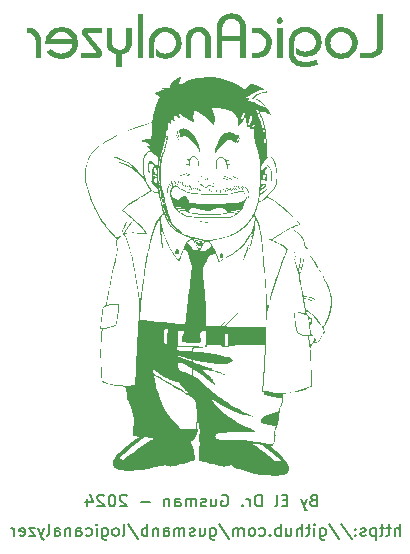
<source format=gbo>
G04 #@! TF.GenerationSoftware,KiCad,Pcbnew,8.0.3*
G04 #@! TF.CreationDate,2024-09-14T14:57:03+02:00*
G04 #@! TF.ProjectId,jitx-design,6a697478-2d64-4657-9369-676e2e6b6963,rev?*
G04 #@! TF.SameCoordinates,Original*
G04 #@! TF.FileFunction,Legend,Bot*
G04 #@! TF.FilePolarity,Positive*
%FSLAX46Y46*%
G04 Gerber Fmt 4.6, Leading zero omitted, Abs format (unit mm)*
G04 Created by KiCad (PCBNEW 8.0.3) date 2024-09-14 14:57:03*
%MOMM*%
%LPD*%
G01*
G04 APERTURE LIST*
G04 Aperture macros list*
%AMRoundRect*
0 Rectangle with rounded corners*
0 $1 Rounding radius*
0 $2 $3 $4 $5 $6 $7 $8 $9 X,Y pos of 4 corners*
0 Add a 4 corners polygon primitive as box body*
4,1,4,$2,$3,$4,$5,$6,$7,$8,$9,$2,$3,0*
0 Add four circle primitives for the rounded corners*
1,1,$1+$1,$2,$3*
1,1,$1+$1,$4,$5*
1,1,$1+$1,$6,$7*
1,1,$1+$1,$8,$9*
0 Add four rect primitives between the rounded corners*
20,1,$1+$1,$2,$3,$4,$5,0*
20,1,$1+$1,$4,$5,$6,$7,0*
20,1,$1+$1,$6,$7,$8,$9,0*
20,1,$1+$1,$8,$9,$2,$3,0*%
G04 Aperture macros list end*
%ADD10C,0.150000*%
%ADD11C,0.000000*%
%ADD12C,3.702000*%
%ADD13C,5.702000*%
%ADD14RoundRect,0.051000X0.900000X0.900000X-0.900000X0.900000X-0.900000X-0.900000X0.900000X-0.900000X0*%
%ADD15C,1.902000*%
%ADD16RoundRect,0.051000X1.000000X-1.000000X1.000000X1.000000X-1.000000X1.000000X-1.000000X-1.000000X0*%
%ADD17C,2.102000*%
%ADD18C,1.700000*%
%ADD19O,2.100000X1.300000*%
%ADD20C,2.000000*%
G04 APERTURE END LIST*
D10*
X152329887Y-128346009D02*
X152187030Y-128393628D01*
X152187030Y-128393628D02*
X152139411Y-128441247D01*
X152139411Y-128441247D02*
X152091792Y-128536485D01*
X152091792Y-128536485D02*
X152091792Y-128679342D01*
X152091792Y-128679342D02*
X152139411Y-128774580D01*
X152139411Y-128774580D02*
X152187030Y-128822200D01*
X152187030Y-128822200D02*
X152282268Y-128869819D01*
X152282268Y-128869819D02*
X152663220Y-128869819D01*
X152663220Y-128869819D02*
X152663220Y-127869819D01*
X152663220Y-127869819D02*
X152329887Y-127869819D01*
X152329887Y-127869819D02*
X152234649Y-127917438D01*
X152234649Y-127917438D02*
X152187030Y-127965057D01*
X152187030Y-127965057D02*
X152139411Y-128060295D01*
X152139411Y-128060295D02*
X152139411Y-128155533D01*
X152139411Y-128155533D02*
X152187030Y-128250771D01*
X152187030Y-128250771D02*
X152234649Y-128298390D01*
X152234649Y-128298390D02*
X152329887Y-128346009D01*
X152329887Y-128346009D02*
X152663220Y-128346009D01*
X151758458Y-128203152D02*
X151520363Y-128869819D01*
X151282268Y-128203152D02*
X151520363Y-128869819D01*
X151520363Y-128869819D02*
X151615601Y-129107914D01*
X151615601Y-129107914D02*
X151663220Y-129155533D01*
X151663220Y-129155533D02*
X151758458Y-129203152D01*
X150139410Y-128346009D02*
X149806077Y-128346009D01*
X149663220Y-128869819D02*
X150139410Y-128869819D01*
X150139410Y-128869819D02*
X150139410Y-127869819D01*
X150139410Y-127869819D02*
X149663220Y-127869819D01*
X149091791Y-128869819D02*
X149187029Y-128822200D01*
X149187029Y-128822200D02*
X149234648Y-128726961D01*
X149234648Y-128726961D02*
X149234648Y-127869819D01*
X147948933Y-128869819D02*
X147948933Y-127869819D01*
X147948933Y-127869819D02*
X147710838Y-127869819D01*
X147710838Y-127869819D02*
X147567981Y-127917438D01*
X147567981Y-127917438D02*
X147472743Y-128012676D01*
X147472743Y-128012676D02*
X147425124Y-128107914D01*
X147425124Y-128107914D02*
X147377505Y-128298390D01*
X147377505Y-128298390D02*
X147377505Y-128441247D01*
X147377505Y-128441247D02*
X147425124Y-128631723D01*
X147425124Y-128631723D02*
X147472743Y-128726961D01*
X147472743Y-128726961D02*
X147567981Y-128822200D01*
X147567981Y-128822200D02*
X147710838Y-128869819D01*
X147710838Y-128869819D02*
X147948933Y-128869819D01*
X146948933Y-128869819D02*
X146948933Y-128203152D01*
X146948933Y-128393628D02*
X146901314Y-128298390D01*
X146901314Y-128298390D02*
X146853695Y-128250771D01*
X146853695Y-128250771D02*
X146758457Y-128203152D01*
X146758457Y-128203152D02*
X146663219Y-128203152D01*
X146329885Y-128774580D02*
X146282266Y-128822200D01*
X146282266Y-128822200D02*
X146329885Y-128869819D01*
X146329885Y-128869819D02*
X146377504Y-128822200D01*
X146377504Y-128822200D02*
X146329885Y-128774580D01*
X146329885Y-128774580D02*
X146329885Y-128869819D01*
X144567981Y-127917438D02*
X144663219Y-127869819D01*
X144663219Y-127869819D02*
X144806076Y-127869819D01*
X144806076Y-127869819D02*
X144948933Y-127917438D01*
X144948933Y-127917438D02*
X145044171Y-128012676D01*
X145044171Y-128012676D02*
X145091790Y-128107914D01*
X145091790Y-128107914D02*
X145139409Y-128298390D01*
X145139409Y-128298390D02*
X145139409Y-128441247D01*
X145139409Y-128441247D02*
X145091790Y-128631723D01*
X145091790Y-128631723D02*
X145044171Y-128726961D01*
X145044171Y-128726961D02*
X144948933Y-128822200D01*
X144948933Y-128822200D02*
X144806076Y-128869819D01*
X144806076Y-128869819D02*
X144710838Y-128869819D01*
X144710838Y-128869819D02*
X144567981Y-128822200D01*
X144567981Y-128822200D02*
X144520362Y-128774580D01*
X144520362Y-128774580D02*
X144520362Y-128441247D01*
X144520362Y-128441247D02*
X144710838Y-128441247D01*
X143663219Y-128203152D02*
X143663219Y-128869819D01*
X144091790Y-128203152D02*
X144091790Y-128726961D01*
X144091790Y-128726961D02*
X144044171Y-128822200D01*
X144044171Y-128822200D02*
X143948933Y-128869819D01*
X143948933Y-128869819D02*
X143806076Y-128869819D01*
X143806076Y-128869819D02*
X143710838Y-128822200D01*
X143710838Y-128822200D02*
X143663219Y-128774580D01*
X143234647Y-128822200D02*
X143139409Y-128869819D01*
X143139409Y-128869819D02*
X142948933Y-128869819D01*
X142948933Y-128869819D02*
X142853695Y-128822200D01*
X142853695Y-128822200D02*
X142806076Y-128726961D01*
X142806076Y-128726961D02*
X142806076Y-128679342D01*
X142806076Y-128679342D02*
X142853695Y-128584104D01*
X142853695Y-128584104D02*
X142948933Y-128536485D01*
X142948933Y-128536485D02*
X143091790Y-128536485D01*
X143091790Y-128536485D02*
X143187028Y-128488866D01*
X143187028Y-128488866D02*
X143234647Y-128393628D01*
X143234647Y-128393628D02*
X143234647Y-128346009D01*
X143234647Y-128346009D02*
X143187028Y-128250771D01*
X143187028Y-128250771D02*
X143091790Y-128203152D01*
X143091790Y-128203152D02*
X142948933Y-128203152D01*
X142948933Y-128203152D02*
X142853695Y-128250771D01*
X142377504Y-128869819D02*
X142377504Y-128203152D01*
X142377504Y-128298390D02*
X142329885Y-128250771D01*
X142329885Y-128250771D02*
X142234647Y-128203152D01*
X142234647Y-128203152D02*
X142091790Y-128203152D01*
X142091790Y-128203152D02*
X141996552Y-128250771D01*
X141996552Y-128250771D02*
X141948933Y-128346009D01*
X141948933Y-128346009D02*
X141948933Y-128869819D01*
X141948933Y-128346009D02*
X141901314Y-128250771D01*
X141901314Y-128250771D02*
X141806076Y-128203152D01*
X141806076Y-128203152D02*
X141663219Y-128203152D01*
X141663219Y-128203152D02*
X141567980Y-128250771D01*
X141567980Y-128250771D02*
X141520361Y-128346009D01*
X141520361Y-128346009D02*
X141520361Y-128869819D01*
X140615600Y-128869819D02*
X140615600Y-128346009D01*
X140615600Y-128346009D02*
X140663219Y-128250771D01*
X140663219Y-128250771D02*
X140758457Y-128203152D01*
X140758457Y-128203152D02*
X140948933Y-128203152D01*
X140948933Y-128203152D02*
X141044171Y-128250771D01*
X140615600Y-128822200D02*
X140710838Y-128869819D01*
X140710838Y-128869819D02*
X140948933Y-128869819D01*
X140948933Y-128869819D02*
X141044171Y-128822200D01*
X141044171Y-128822200D02*
X141091790Y-128726961D01*
X141091790Y-128726961D02*
X141091790Y-128631723D01*
X141091790Y-128631723D02*
X141044171Y-128536485D01*
X141044171Y-128536485D02*
X140948933Y-128488866D01*
X140948933Y-128488866D02*
X140710838Y-128488866D01*
X140710838Y-128488866D02*
X140615600Y-128441247D01*
X140139409Y-128203152D02*
X140139409Y-128869819D01*
X140139409Y-128298390D02*
X140091790Y-128250771D01*
X140091790Y-128250771D02*
X139996552Y-128203152D01*
X139996552Y-128203152D02*
X139853695Y-128203152D01*
X139853695Y-128203152D02*
X139758457Y-128250771D01*
X139758457Y-128250771D02*
X139710838Y-128346009D01*
X139710838Y-128346009D02*
X139710838Y-128869819D01*
X138472742Y-128488866D02*
X137710838Y-128488866D01*
X136520361Y-127965057D02*
X136472742Y-127917438D01*
X136472742Y-127917438D02*
X136377504Y-127869819D01*
X136377504Y-127869819D02*
X136139409Y-127869819D01*
X136139409Y-127869819D02*
X136044171Y-127917438D01*
X136044171Y-127917438D02*
X135996552Y-127965057D01*
X135996552Y-127965057D02*
X135948933Y-128060295D01*
X135948933Y-128060295D02*
X135948933Y-128155533D01*
X135948933Y-128155533D02*
X135996552Y-128298390D01*
X135996552Y-128298390D02*
X136567980Y-128869819D01*
X136567980Y-128869819D02*
X135948933Y-128869819D01*
X135329885Y-127869819D02*
X135234647Y-127869819D01*
X135234647Y-127869819D02*
X135139409Y-127917438D01*
X135139409Y-127917438D02*
X135091790Y-127965057D01*
X135091790Y-127965057D02*
X135044171Y-128060295D01*
X135044171Y-128060295D02*
X134996552Y-128250771D01*
X134996552Y-128250771D02*
X134996552Y-128488866D01*
X134996552Y-128488866D02*
X135044171Y-128679342D01*
X135044171Y-128679342D02*
X135091790Y-128774580D01*
X135091790Y-128774580D02*
X135139409Y-128822200D01*
X135139409Y-128822200D02*
X135234647Y-128869819D01*
X135234647Y-128869819D02*
X135329885Y-128869819D01*
X135329885Y-128869819D02*
X135425123Y-128822200D01*
X135425123Y-128822200D02*
X135472742Y-128774580D01*
X135472742Y-128774580D02*
X135520361Y-128679342D01*
X135520361Y-128679342D02*
X135567980Y-128488866D01*
X135567980Y-128488866D02*
X135567980Y-128250771D01*
X135567980Y-128250771D02*
X135520361Y-128060295D01*
X135520361Y-128060295D02*
X135472742Y-127965057D01*
X135472742Y-127965057D02*
X135425123Y-127917438D01*
X135425123Y-127917438D02*
X135329885Y-127869819D01*
X134615599Y-127965057D02*
X134567980Y-127917438D01*
X134567980Y-127917438D02*
X134472742Y-127869819D01*
X134472742Y-127869819D02*
X134234647Y-127869819D01*
X134234647Y-127869819D02*
X134139409Y-127917438D01*
X134139409Y-127917438D02*
X134091790Y-127965057D01*
X134091790Y-127965057D02*
X134044171Y-128060295D01*
X134044171Y-128060295D02*
X134044171Y-128155533D01*
X134044171Y-128155533D02*
X134091790Y-128298390D01*
X134091790Y-128298390D02*
X134663218Y-128869819D01*
X134663218Y-128869819D02*
X134044171Y-128869819D01*
X133187028Y-128203152D02*
X133187028Y-128869819D01*
X133425123Y-127822200D02*
X133663218Y-128536485D01*
X133663218Y-128536485D02*
X133044171Y-128536485D01*
X159663220Y-131369819D02*
X159663220Y-130369819D01*
X159234649Y-131369819D02*
X159234649Y-130846009D01*
X159234649Y-130846009D02*
X159282268Y-130750771D01*
X159282268Y-130750771D02*
X159377506Y-130703152D01*
X159377506Y-130703152D02*
X159520363Y-130703152D01*
X159520363Y-130703152D02*
X159615601Y-130750771D01*
X159615601Y-130750771D02*
X159663220Y-130798390D01*
X158901315Y-130703152D02*
X158520363Y-130703152D01*
X158758458Y-130369819D02*
X158758458Y-131226961D01*
X158758458Y-131226961D02*
X158710839Y-131322200D01*
X158710839Y-131322200D02*
X158615601Y-131369819D01*
X158615601Y-131369819D02*
X158520363Y-131369819D01*
X158329886Y-130703152D02*
X157948934Y-130703152D01*
X158187029Y-130369819D02*
X158187029Y-131226961D01*
X158187029Y-131226961D02*
X158139410Y-131322200D01*
X158139410Y-131322200D02*
X158044172Y-131369819D01*
X158044172Y-131369819D02*
X157948934Y-131369819D01*
X157615600Y-130703152D02*
X157615600Y-131703152D01*
X157615600Y-130750771D02*
X157520362Y-130703152D01*
X157520362Y-130703152D02*
X157329886Y-130703152D01*
X157329886Y-130703152D02*
X157234648Y-130750771D01*
X157234648Y-130750771D02*
X157187029Y-130798390D01*
X157187029Y-130798390D02*
X157139410Y-130893628D01*
X157139410Y-130893628D02*
X157139410Y-131179342D01*
X157139410Y-131179342D02*
X157187029Y-131274580D01*
X157187029Y-131274580D02*
X157234648Y-131322200D01*
X157234648Y-131322200D02*
X157329886Y-131369819D01*
X157329886Y-131369819D02*
X157520362Y-131369819D01*
X157520362Y-131369819D02*
X157615600Y-131322200D01*
X156758457Y-131322200D02*
X156663219Y-131369819D01*
X156663219Y-131369819D02*
X156472743Y-131369819D01*
X156472743Y-131369819D02*
X156377505Y-131322200D01*
X156377505Y-131322200D02*
X156329886Y-131226961D01*
X156329886Y-131226961D02*
X156329886Y-131179342D01*
X156329886Y-131179342D02*
X156377505Y-131084104D01*
X156377505Y-131084104D02*
X156472743Y-131036485D01*
X156472743Y-131036485D02*
X156615600Y-131036485D01*
X156615600Y-131036485D02*
X156710838Y-130988866D01*
X156710838Y-130988866D02*
X156758457Y-130893628D01*
X156758457Y-130893628D02*
X156758457Y-130846009D01*
X156758457Y-130846009D02*
X156710838Y-130750771D01*
X156710838Y-130750771D02*
X156615600Y-130703152D01*
X156615600Y-130703152D02*
X156472743Y-130703152D01*
X156472743Y-130703152D02*
X156377505Y-130750771D01*
X155901314Y-131274580D02*
X155853695Y-131322200D01*
X155853695Y-131322200D02*
X155901314Y-131369819D01*
X155901314Y-131369819D02*
X155948933Y-131322200D01*
X155948933Y-131322200D02*
X155901314Y-131274580D01*
X155901314Y-131274580D02*
X155901314Y-131369819D01*
X155901314Y-130750771D02*
X155853695Y-130798390D01*
X155853695Y-130798390D02*
X155901314Y-130846009D01*
X155901314Y-130846009D02*
X155948933Y-130798390D01*
X155948933Y-130798390D02*
X155901314Y-130750771D01*
X155901314Y-130750771D02*
X155901314Y-130846009D01*
X154710839Y-130322200D02*
X155567981Y-131607914D01*
X153663220Y-130322200D02*
X154520362Y-131607914D01*
X152901315Y-130703152D02*
X152901315Y-131512676D01*
X152901315Y-131512676D02*
X152948934Y-131607914D01*
X152948934Y-131607914D02*
X152996553Y-131655533D01*
X152996553Y-131655533D02*
X153091791Y-131703152D01*
X153091791Y-131703152D02*
X153234648Y-131703152D01*
X153234648Y-131703152D02*
X153329886Y-131655533D01*
X152901315Y-131322200D02*
X152996553Y-131369819D01*
X152996553Y-131369819D02*
X153187029Y-131369819D01*
X153187029Y-131369819D02*
X153282267Y-131322200D01*
X153282267Y-131322200D02*
X153329886Y-131274580D01*
X153329886Y-131274580D02*
X153377505Y-131179342D01*
X153377505Y-131179342D02*
X153377505Y-130893628D01*
X153377505Y-130893628D02*
X153329886Y-130798390D01*
X153329886Y-130798390D02*
X153282267Y-130750771D01*
X153282267Y-130750771D02*
X153187029Y-130703152D01*
X153187029Y-130703152D02*
X152996553Y-130703152D01*
X152996553Y-130703152D02*
X152901315Y-130750771D01*
X152425124Y-131369819D02*
X152425124Y-130703152D01*
X152425124Y-130369819D02*
X152472743Y-130417438D01*
X152472743Y-130417438D02*
X152425124Y-130465057D01*
X152425124Y-130465057D02*
X152377505Y-130417438D01*
X152377505Y-130417438D02*
X152425124Y-130369819D01*
X152425124Y-130369819D02*
X152425124Y-130465057D01*
X152091791Y-130703152D02*
X151710839Y-130703152D01*
X151948934Y-130369819D02*
X151948934Y-131226961D01*
X151948934Y-131226961D02*
X151901315Y-131322200D01*
X151901315Y-131322200D02*
X151806077Y-131369819D01*
X151806077Y-131369819D02*
X151710839Y-131369819D01*
X151377505Y-131369819D02*
X151377505Y-130369819D01*
X150948934Y-131369819D02*
X150948934Y-130846009D01*
X150948934Y-130846009D02*
X150996553Y-130750771D01*
X150996553Y-130750771D02*
X151091791Y-130703152D01*
X151091791Y-130703152D02*
X151234648Y-130703152D01*
X151234648Y-130703152D02*
X151329886Y-130750771D01*
X151329886Y-130750771D02*
X151377505Y-130798390D01*
X150044172Y-130703152D02*
X150044172Y-131369819D01*
X150472743Y-130703152D02*
X150472743Y-131226961D01*
X150472743Y-131226961D02*
X150425124Y-131322200D01*
X150425124Y-131322200D02*
X150329886Y-131369819D01*
X150329886Y-131369819D02*
X150187029Y-131369819D01*
X150187029Y-131369819D02*
X150091791Y-131322200D01*
X150091791Y-131322200D02*
X150044172Y-131274580D01*
X149567981Y-131369819D02*
X149567981Y-130369819D01*
X149567981Y-130750771D02*
X149472743Y-130703152D01*
X149472743Y-130703152D02*
X149282267Y-130703152D01*
X149282267Y-130703152D02*
X149187029Y-130750771D01*
X149187029Y-130750771D02*
X149139410Y-130798390D01*
X149139410Y-130798390D02*
X149091791Y-130893628D01*
X149091791Y-130893628D02*
X149091791Y-131179342D01*
X149091791Y-131179342D02*
X149139410Y-131274580D01*
X149139410Y-131274580D02*
X149187029Y-131322200D01*
X149187029Y-131322200D02*
X149282267Y-131369819D01*
X149282267Y-131369819D02*
X149472743Y-131369819D01*
X149472743Y-131369819D02*
X149567981Y-131322200D01*
X148663219Y-131274580D02*
X148615600Y-131322200D01*
X148615600Y-131322200D02*
X148663219Y-131369819D01*
X148663219Y-131369819D02*
X148710838Y-131322200D01*
X148710838Y-131322200D02*
X148663219Y-131274580D01*
X148663219Y-131274580D02*
X148663219Y-131369819D01*
X147758458Y-131322200D02*
X147853696Y-131369819D01*
X147853696Y-131369819D02*
X148044172Y-131369819D01*
X148044172Y-131369819D02*
X148139410Y-131322200D01*
X148139410Y-131322200D02*
X148187029Y-131274580D01*
X148187029Y-131274580D02*
X148234648Y-131179342D01*
X148234648Y-131179342D02*
X148234648Y-130893628D01*
X148234648Y-130893628D02*
X148187029Y-130798390D01*
X148187029Y-130798390D02*
X148139410Y-130750771D01*
X148139410Y-130750771D02*
X148044172Y-130703152D01*
X148044172Y-130703152D02*
X147853696Y-130703152D01*
X147853696Y-130703152D02*
X147758458Y-130750771D01*
X147187029Y-131369819D02*
X147282267Y-131322200D01*
X147282267Y-131322200D02*
X147329886Y-131274580D01*
X147329886Y-131274580D02*
X147377505Y-131179342D01*
X147377505Y-131179342D02*
X147377505Y-130893628D01*
X147377505Y-130893628D02*
X147329886Y-130798390D01*
X147329886Y-130798390D02*
X147282267Y-130750771D01*
X147282267Y-130750771D02*
X147187029Y-130703152D01*
X147187029Y-130703152D02*
X147044172Y-130703152D01*
X147044172Y-130703152D02*
X146948934Y-130750771D01*
X146948934Y-130750771D02*
X146901315Y-130798390D01*
X146901315Y-130798390D02*
X146853696Y-130893628D01*
X146853696Y-130893628D02*
X146853696Y-131179342D01*
X146853696Y-131179342D02*
X146901315Y-131274580D01*
X146901315Y-131274580D02*
X146948934Y-131322200D01*
X146948934Y-131322200D02*
X147044172Y-131369819D01*
X147044172Y-131369819D02*
X147187029Y-131369819D01*
X146425124Y-131369819D02*
X146425124Y-130703152D01*
X146425124Y-130798390D02*
X146377505Y-130750771D01*
X146377505Y-130750771D02*
X146282267Y-130703152D01*
X146282267Y-130703152D02*
X146139410Y-130703152D01*
X146139410Y-130703152D02*
X146044172Y-130750771D01*
X146044172Y-130750771D02*
X145996553Y-130846009D01*
X145996553Y-130846009D02*
X145996553Y-131369819D01*
X145996553Y-130846009D02*
X145948934Y-130750771D01*
X145948934Y-130750771D02*
X145853696Y-130703152D01*
X145853696Y-130703152D02*
X145710839Y-130703152D01*
X145710839Y-130703152D02*
X145615600Y-130750771D01*
X145615600Y-130750771D02*
X145567981Y-130846009D01*
X145567981Y-130846009D02*
X145567981Y-131369819D01*
X144377506Y-130322200D02*
X145234648Y-131607914D01*
X143615601Y-130703152D02*
X143615601Y-131512676D01*
X143615601Y-131512676D02*
X143663220Y-131607914D01*
X143663220Y-131607914D02*
X143710839Y-131655533D01*
X143710839Y-131655533D02*
X143806077Y-131703152D01*
X143806077Y-131703152D02*
X143948934Y-131703152D01*
X143948934Y-131703152D02*
X144044172Y-131655533D01*
X143615601Y-131322200D02*
X143710839Y-131369819D01*
X143710839Y-131369819D02*
X143901315Y-131369819D01*
X143901315Y-131369819D02*
X143996553Y-131322200D01*
X143996553Y-131322200D02*
X144044172Y-131274580D01*
X144044172Y-131274580D02*
X144091791Y-131179342D01*
X144091791Y-131179342D02*
X144091791Y-130893628D01*
X144091791Y-130893628D02*
X144044172Y-130798390D01*
X144044172Y-130798390D02*
X143996553Y-130750771D01*
X143996553Y-130750771D02*
X143901315Y-130703152D01*
X143901315Y-130703152D02*
X143710839Y-130703152D01*
X143710839Y-130703152D02*
X143615601Y-130750771D01*
X142710839Y-130703152D02*
X142710839Y-131369819D01*
X143139410Y-130703152D02*
X143139410Y-131226961D01*
X143139410Y-131226961D02*
X143091791Y-131322200D01*
X143091791Y-131322200D02*
X142996553Y-131369819D01*
X142996553Y-131369819D02*
X142853696Y-131369819D01*
X142853696Y-131369819D02*
X142758458Y-131322200D01*
X142758458Y-131322200D02*
X142710839Y-131274580D01*
X142282267Y-131322200D02*
X142187029Y-131369819D01*
X142187029Y-131369819D02*
X141996553Y-131369819D01*
X141996553Y-131369819D02*
X141901315Y-131322200D01*
X141901315Y-131322200D02*
X141853696Y-131226961D01*
X141853696Y-131226961D02*
X141853696Y-131179342D01*
X141853696Y-131179342D02*
X141901315Y-131084104D01*
X141901315Y-131084104D02*
X141996553Y-131036485D01*
X141996553Y-131036485D02*
X142139410Y-131036485D01*
X142139410Y-131036485D02*
X142234648Y-130988866D01*
X142234648Y-130988866D02*
X142282267Y-130893628D01*
X142282267Y-130893628D02*
X142282267Y-130846009D01*
X142282267Y-130846009D02*
X142234648Y-130750771D01*
X142234648Y-130750771D02*
X142139410Y-130703152D01*
X142139410Y-130703152D02*
X141996553Y-130703152D01*
X141996553Y-130703152D02*
X141901315Y-130750771D01*
X141425124Y-131369819D02*
X141425124Y-130703152D01*
X141425124Y-130798390D02*
X141377505Y-130750771D01*
X141377505Y-130750771D02*
X141282267Y-130703152D01*
X141282267Y-130703152D02*
X141139410Y-130703152D01*
X141139410Y-130703152D02*
X141044172Y-130750771D01*
X141044172Y-130750771D02*
X140996553Y-130846009D01*
X140996553Y-130846009D02*
X140996553Y-131369819D01*
X140996553Y-130846009D02*
X140948934Y-130750771D01*
X140948934Y-130750771D02*
X140853696Y-130703152D01*
X140853696Y-130703152D02*
X140710839Y-130703152D01*
X140710839Y-130703152D02*
X140615600Y-130750771D01*
X140615600Y-130750771D02*
X140567981Y-130846009D01*
X140567981Y-130846009D02*
X140567981Y-131369819D01*
X139663220Y-131369819D02*
X139663220Y-130846009D01*
X139663220Y-130846009D02*
X139710839Y-130750771D01*
X139710839Y-130750771D02*
X139806077Y-130703152D01*
X139806077Y-130703152D02*
X139996553Y-130703152D01*
X139996553Y-130703152D02*
X140091791Y-130750771D01*
X139663220Y-131322200D02*
X139758458Y-131369819D01*
X139758458Y-131369819D02*
X139996553Y-131369819D01*
X139996553Y-131369819D02*
X140091791Y-131322200D01*
X140091791Y-131322200D02*
X140139410Y-131226961D01*
X140139410Y-131226961D02*
X140139410Y-131131723D01*
X140139410Y-131131723D02*
X140091791Y-131036485D01*
X140091791Y-131036485D02*
X139996553Y-130988866D01*
X139996553Y-130988866D02*
X139758458Y-130988866D01*
X139758458Y-130988866D02*
X139663220Y-130941247D01*
X139187029Y-130703152D02*
X139187029Y-131369819D01*
X139187029Y-130798390D02*
X139139410Y-130750771D01*
X139139410Y-130750771D02*
X139044172Y-130703152D01*
X139044172Y-130703152D02*
X138901315Y-130703152D01*
X138901315Y-130703152D02*
X138806077Y-130750771D01*
X138806077Y-130750771D02*
X138758458Y-130846009D01*
X138758458Y-130846009D02*
X138758458Y-131369819D01*
X138282267Y-131369819D02*
X138282267Y-130369819D01*
X138282267Y-130750771D02*
X138187029Y-130703152D01*
X138187029Y-130703152D02*
X137996553Y-130703152D01*
X137996553Y-130703152D02*
X137901315Y-130750771D01*
X137901315Y-130750771D02*
X137853696Y-130798390D01*
X137853696Y-130798390D02*
X137806077Y-130893628D01*
X137806077Y-130893628D02*
X137806077Y-131179342D01*
X137806077Y-131179342D02*
X137853696Y-131274580D01*
X137853696Y-131274580D02*
X137901315Y-131322200D01*
X137901315Y-131322200D02*
X137996553Y-131369819D01*
X137996553Y-131369819D02*
X138187029Y-131369819D01*
X138187029Y-131369819D02*
X138282267Y-131322200D01*
X136663220Y-130322200D02*
X137520362Y-131607914D01*
X136187029Y-131369819D02*
X136282267Y-131322200D01*
X136282267Y-131322200D02*
X136329886Y-131226961D01*
X136329886Y-131226961D02*
X136329886Y-130369819D01*
X135663219Y-131369819D02*
X135758457Y-131322200D01*
X135758457Y-131322200D02*
X135806076Y-131274580D01*
X135806076Y-131274580D02*
X135853695Y-131179342D01*
X135853695Y-131179342D02*
X135853695Y-130893628D01*
X135853695Y-130893628D02*
X135806076Y-130798390D01*
X135806076Y-130798390D02*
X135758457Y-130750771D01*
X135758457Y-130750771D02*
X135663219Y-130703152D01*
X135663219Y-130703152D02*
X135520362Y-130703152D01*
X135520362Y-130703152D02*
X135425124Y-130750771D01*
X135425124Y-130750771D02*
X135377505Y-130798390D01*
X135377505Y-130798390D02*
X135329886Y-130893628D01*
X135329886Y-130893628D02*
X135329886Y-131179342D01*
X135329886Y-131179342D02*
X135377505Y-131274580D01*
X135377505Y-131274580D02*
X135425124Y-131322200D01*
X135425124Y-131322200D02*
X135520362Y-131369819D01*
X135520362Y-131369819D02*
X135663219Y-131369819D01*
X134472743Y-130703152D02*
X134472743Y-131512676D01*
X134472743Y-131512676D02*
X134520362Y-131607914D01*
X134520362Y-131607914D02*
X134567981Y-131655533D01*
X134567981Y-131655533D02*
X134663219Y-131703152D01*
X134663219Y-131703152D02*
X134806076Y-131703152D01*
X134806076Y-131703152D02*
X134901314Y-131655533D01*
X134472743Y-131322200D02*
X134567981Y-131369819D01*
X134567981Y-131369819D02*
X134758457Y-131369819D01*
X134758457Y-131369819D02*
X134853695Y-131322200D01*
X134853695Y-131322200D02*
X134901314Y-131274580D01*
X134901314Y-131274580D02*
X134948933Y-131179342D01*
X134948933Y-131179342D02*
X134948933Y-130893628D01*
X134948933Y-130893628D02*
X134901314Y-130798390D01*
X134901314Y-130798390D02*
X134853695Y-130750771D01*
X134853695Y-130750771D02*
X134758457Y-130703152D01*
X134758457Y-130703152D02*
X134567981Y-130703152D01*
X134567981Y-130703152D02*
X134472743Y-130750771D01*
X133996552Y-131369819D02*
X133996552Y-130703152D01*
X133996552Y-130369819D02*
X134044171Y-130417438D01*
X134044171Y-130417438D02*
X133996552Y-130465057D01*
X133996552Y-130465057D02*
X133948933Y-130417438D01*
X133948933Y-130417438D02*
X133996552Y-130369819D01*
X133996552Y-130369819D02*
X133996552Y-130465057D01*
X133091791Y-131322200D02*
X133187029Y-131369819D01*
X133187029Y-131369819D02*
X133377505Y-131369819D01*
X133377505Y-131369819D02*
X133472743Y-131322200D01*
X133472743Y-131322200D02*
X133520362Y-131274580D01*
X133520362Y-131274580D02*
X133567981Y-131179342D01*
X133567981Y-131179342D02*
X133567981Y-130893628D01*
X133567981Y-130893628D02*
X133520362Y-130798390D01*
X133520362Y-130798390D02*
X133472743Y-130750771D01*
X133472743Y-130750771D02*
X133377505Y-130703152D01*
X133377505Y-130703152D02*
X133187029Y-130703152D01*
X133187029Y-130703152D02*
X133091791Y-130750771D01*
X132234648Y-131369819D02*
X132234648Y-130846009D01*
X132234648Y-130846009D02*
X132282267Y-130750771D01*
X132282267Y-130750771D02*
X132377505Y-130703152D01*
X132377505Y-130703152D02*
X132567981Y-130703152D01*
X132567981Y-130703152D02*
X132663219Y-130750771D01*
X132234648Y-131322200D02*
X132329886Y-131369819D01*
X132329886Y-131369819D02*
X132567981Y-131369819D01*
X132567981Y-131369819D02*
X132663219Y-131322200D01*
X132663219Y-131322200D02*
X132710838Y-131226961D01*
X132710838Y-131226961D02*
X132710838Y-131131723D01*
X132710838Y-131131723D02*
X132663219Y-131036485D01*
X132663219Y-131036485D02*
X132567981Y-130988866D01*
X132567981Y-130988866D02*
X132329886Y-130988866D01*
X132329886Y-130988866D02*
X132234648Y-130941247D01*
X131758457Y-130703152D02*
X131758457Y-131369819D01*
X131758457Y-130798390D02*
X131710838Y-130750771D01*
X131710838Y-130750771D02*
X131615600Y-130703152D01*
X131615600Y-130703152D02*
X131472743Y-130703152D01*
X131472743Y-130703152D02*
X131377505Y-130750771D01*
X131377505Y-130750771D02*
X131329886Y-130846009D01*
X131329886Y-130846009D02*
X131329886Y-131369819D01*
X130425124Y-131369819D02*
X130425124Y-130846009D01*
X130425124Y-130846009D02*
X130472743Y-130750771D01*
X130472743Y-130750771D02*
X130567981Y-130703152D01*
X130567981Y-130703152D02*
X130758457Y-130703152D01*
X130758457Y-130703152D02*
X130853695Y-130750771D01*
X130425124Y-131322200D02*
X130520362Y-131369819D01*
X130520362Y-131369819D02*
X130758457Y-131369819D01*
X130758457Y-131369819D02*
X130853695Y-131322200D01*
X130853695Y-131322200D02*
X130901314Y-131226961D01*
X130901314Y-131226961D02*
X130901314Y-131131723D01*
X130901314Y-131131723D02*
X130853695Y-131036485D01*
X130853695Y-131036485D02*
X130758457Y-130988866D01*
X130758457Y-130988866D02*
X130520362Y-130988866D01*
X130520362Y-130988866D02*
X130425124Y-130941247D01*
X129806076Y-131369819D02*
X129901314Y-131322200D01*
X129901314Y-131322200D02*
X129948933Y-131226961D01*
X129948933Y-131226961D02*
X129948933Y-130369819D01*
X129520361Y-130703152D02*
X129282266Y-131369819D01*
X129044171Y-130703152D02*
X129282266Y-131369819D01*
X129282266Y-131369819D02*
X129377504Y-131607914D01*
X129377504Y-131607914D02*
X129425123Y-131655533D01*
X129425123Y-131655533D02*
X129520361Y-131703152D01*
X128758456Y-130703152D02*
X128234647Y-130703152D01*
X128234647Y-130703152D02*
X128758456Y-131369819D01*
X128758456Y-131369819D02*
X128234647Y-131369819D01*
X127472742Y-131322200D02*
X127567980Y-131369819D01*
X127567980Y-131369819D02*
X127758456Y-131369819D01*
X127758456Y-131369819D02*
X127853694Y-131322200D01*
X127853694Y-131322200D02*
X127901313Y-131226961D01*
X127901313Y-131226961D02*
X127901313Y-130846009D01*
X127901313Y-130846009D02*
X127853694Y-130750771D01*
X127853694Y-130750771D02*
X127758456Y-130703152D01*
X127758456Y-130703152D02*
X127567980Y-130703152D01*
X127567980Y-130703152D02*
X127472742Y-130750771D01*
X127472742Y-130750771D02*
X127425123Y-130846009D01*
X127425123Y-130846009D02*
X127425123Y-130941247D01*
X127425123Y-130941247D02*
X127901313Y-131036485D01*
X126996551Y-131369819D02*
X126996551Y-130703152D01*
X126996551Y-130893628D02*
X126948932Y-130798390D01*
X126948932Y-130798390D02*
X126901313Y-130750771D01*
X126901313Y-130750771D02*
X126806075Y-130703152D01*
X126806075Y-130703152D02*
X126710837Y-130703152D01*
G36*
X158234141Y-89846696D02*
G01*
X158234141Y-87184693D01*
X157744312Y-87184693D01*
X157744312Y-89837293D01*
X157727073Y-90018794D01*
X157660876Y-90195988D01*
X157545030Y-90328884D01*
X157379537Y-90417481D01*
X157203700Y-90457473D01*
X157038206Y-90467317D01*
X156253454Y-90467317D01*
X156253454Y-90905001D01*
X157038206Y-90905001D01*
X157215767Y-90898426D01*
X157410272Y-90873182D01*
X157584521Y-90829003D01*
X157762211Y-90753532D01*
X157912329Y-90652290D01*
X157931524Y-90635723D01*
X158049438Y-90505928D01*
X158138391Y-90352163D01*
X158198383Y-90174427D01*
X158226753Y-90003003D01*
X158234141Y-89846696D01*
G37*
G36*
X154876100Y-88288585D02*
G01*
X155059475Y-88321607D01*
X155236182Y-88378064D01*
X155388119Y-88447771D01*
X155542135Y-88543540D01*
X155682414Y-88659310D01*
X155754675Y-88733549D01*
X155877873Y-88891810D01*
X155972641Y-89063114D01*
X156038979Y-89247461D01*
X156076886Y-89444851D01*
X156086758Y-89619306D01*
X156085179Y-89690165D01*
X156061487Y-89893927D01*
X156009364Y-90084465D01*
X155928811Y-90261779D01*
X155819828Y-90425870D01*
X155682414Y-90576738D01*
X155555455Y-90684246D01*
X155402688Y-90783027D01*
X155236182Y-90861403D01*
X155059475Y-90917373D01*
X154876100Y-90950111D01*
X154703611Y-90959711D01*
X154531572Y-90950111D01*
X154348501Y-90917373D01*
X154171894Y-90861403D01*
X154019958Y-90790995D01*
X153865941Y-90694069D01*
X153725662Y-90576738D01*
X153653402Y-90502957D01*
X153530203Y-90345478D01*
X153435435Y-90174775D01*
X153369097Y-89990849D01*
X153331190Y-89793699D01*
X153321318Y-89619306D01*
X153788066Y-89619306D01*
X153804896Y-89798932D01*
X153855386Y-89965093D01*
X153939535Y-90117791D01*
X154057344Y-90257024D01*
X154198394Y-90372963D01*
X154353122Y-90455777D01*
X154521528Y-90505465D01*
X154703611Y-90522028D01*
X154886121Y-90505465D01*
X155054954Y-90455777D01*
X155210109Y-90372963D01*
X155351587Y-90257024D01*
X155469022Y-90117791D01*
X155552904Y-89965093D01*
X155603234Y-89798932D01*
X155620010Y-89619306D01*
X155603234Y-89439681D01*
X155552904Y-89273519D01*
X155469022Y-89120822D01*
X155351587Y-88981588D01*
X155210109Y-88865649D01*
X155054954Y-88782835D01*
X154886121Y-88733147D01*
X154703611Y-88716585D01*
X154521528Y-88733147D01*
X154353122Y-88782835D01*
X154198394Y-88865649D01*
X154057344Y-88981588D01*
X153939535Y-89120822D01*
X153855386Y-89273519D01*
X153804896Y-89439681D01*
X153788066Y-89619306D01*
X153321318Y-89619306D01*
X153324872Y-89513546D01*
X153353303Y-89311808D01*
X153410164Y-89123113D01*
X153495455Y-88947462D01*
X153609177Y-88784853D01*
X153725662Y-88659310D01*
X153852621Y-88553238D01*
X154005389Y-88455651D01*
X154171894Y-88378064D01*
X154348501Y-88321607D01*
X154531572Y-88288585D01*
X154703611Y-88278901D01*
X154876100Y-88288585D01*
G37*
G36*
X151646667Y-88716585D02*
G01*
X151835749Y-88731117D01*
X152008055Y-88774714D01*
X152163584Y-88847377D01*
X152302337Y-88949104D01*
X152428373Y-89089904D01*
X152513161Y-89250719D01*
X152556701Y-89431550D01*
X152563066Y-89540660D01*
X152546878Y-89711363D01*
X152489964Y-89884372D01*
X152392073Y-90037231D01*
X152304047Y-90127942D01*
X152165508Y-90228547D01*
X152009765Y-90300408D01*
X151836818Y-90343524D01*
X151646667Y-90357897D01*
X151465265Y-90344553D01*
X151298049Y-90304522D01*
X151194452Y-90263008D01*
X151045055Y-90172508D01*
X150915091Y-90045069D01*
X150876448Y-89992021D01*
X150876448Y-90576738D01*
X151034268Y-90662009D01*
X151198061Y-90726337D01*
X151367827Y-90769720D01*
X151543564Y-90792160D01*
X151646667Y-90795580D01*
X151829354Y-90786981D01*
X152001814Y-90761185D01*
X152195267Y-90707530D01*
X152373994Y-90629111D01*
X152537995Y-90525928D01*
X152639148Y-90443382D01*
X152771914Y-90304335D01*
X152877210Y-90151343D01*
X152955039Y-89984407D01*
X153005398Y-89803526D01*
X153028289Y-89608701D01*
X153029815Y-89540660D01*
X153016080Y-89340254D01*
X152974877Y-89153854D01*
X152906205Y-88981458D01*
X152810065Y-88823067D01*
X152686455Y-88678681D01*
X152639148Y-88633664D01*
X152484965Y-88513100D01*
X152316055Y-88417481D01*
X152132419Y-88346805D01*
X151934057Y-88301074D01*
X151757506Y-88282019D01*
X151646667Y-88278901D01*
X151464248Y-88287500D01*
X151292055Y-88313296D01*
X151098922Y-88366951D01*
X150920516Y-88445370D01*
X150756835Y-88548553D01*
X150655896Y-88631100D01*
X150522840Y-88769796D01*
X150417313Y-88922376D01*
X150339315Y-89088842D01*
X150288845Y-89269192D01*
X150265904Y-89463426D01*
X150264375Y-89531257D01*
X150264375Y-90640852D01*
X150284849Y-90817878D01*
X150340902Y-90980053D01*
X150357554Y-91014421D01*
X150453320Y-91167059D01*
X150567739Y-91294143D01*
X150618283Y-91339264D01*
X150774801Y-91451984D01*
X150948148Y-91541383D01*
X151138325Y-91607460D01*
X151309663Y-91644710D01*
X151492687Y-91665764D01*
X151647522Y-91670946D01*
X151832430Y-91664481D01*
X152010346Y-91647384D01*
X152197611Y-91619602D01*
X152216852Y-91616236D01*
X152402465Y-91579153D01*
X152573552Y-91535225D01*
X152744970Y-91478998D01*
X152759682Y-91473476D01*
X152628035Y-91063148D01*
X152462822Y-91113758D01*
X152292579Y-91154447D01*
X152139916Y-91183682D01*
X151970615Y-91209828D01*
X151785968Y-91228421D01*
X151647522Y-91233263D01*
X151472708Y-91223936D01*
X151290852Y-91190437D01*
X151128123Y-91132574D01*
X150967916Y-91038357D01*
X150833101Y-90912064D01*
X150749854Y-90757009D01*
X150731123Y-90628884D01*
X150731123Y-89538950D01*
X150747419Y-89367767D01*
X150804708Y-89194088D01*
X150903245Y-89040426D01*
X150991852Y-88949104D01*
X151130552Y-88847377D01*
X151285921Y-88774714D01*
X151457959Y-88731117D01*
X151646667Y-88716585D01*
G37*
G36*
X149730094Y-90905001D02*
G01*
X149730094Y-88333612D01*
X149264200Y-88333612D01*
X149264200Y-90905001D01*
X149730094Y-90905001D01*
G37*
G36*
X149500994Y-87458245D02*
G01*
X149337424Y-87511293D01*
X149306088Y-87538601D01*
X149227694Y-87696494D01*
X149225732Y-87730943D01*
X149278780Y-87894513D01*
X149306088Y-87925848D01*
X149459240Y-88002554D01*
X149500994Y-88005349D01*
X149667452Y-87948752D01*
X149693335Y-87925848D01*
X149770866Y-87772697D01*
X149773691Y-87730943D01*
X149716485Y-87564259D01*
X149693335Y-87538601D01*
X149535217Y-87460207D01*
X149500994Y-87458245D01*
G37*
G36*
X147477564Y-88771295D02*
G01*
X147650511Y-88786789D01*
X147829366Y-88841261D01*
X147991586Y-88934952D01*
X148090491Y-89019201D01*
X148201195Y-89149620D01*
X148287928Y-89311795D01*
X148334631Y-89490334D01*
X148343527Y-89618451D01*
X148323512Y-89808726D01*
X148263465Y-89982367D01*
X148163387Y-90139373D01*
X148090491Y-90219411D01*
X147956975Y-90327870D01*
X147791058Y-90412846D01*
X147608506Y-90458602D01*
X147477564Y-90467317D01*
X147128785Y-90467317D01*
X147128785Y-90905001D01*
X147478419Y-90905001D01*
X147681880Y-90888281D01*
X147872959Y-90847098D01*
X148051656Y-90781451D01*
X148217971Y-90691341D01*
X148371904Y-90576768D01*
X148420464Y-90533141D01*
X148552939Y-90388725D01*
X148658005Y-90231806D01*
X148735663Y-90062386D01*
X148785912Y-89880463D01*
X148808752Y-89686038D01*
X148810275Y-89618451D01*
X148796571Y-89419478D01*
X148755458Y-89232887D01*
X148686936Y-89058678D01*
X148591006Y-88896851D01*
X148467667Y-88747406D01*
X148420464Y-88700342D01*
X148269355Y-88575711D01*
X148106466Y-88476866D01*
X147931797Y-88403806D01*
X147745346Y-88356532D01*
X147547114Y-88335044D01*
X147478419Y-88333612D01*
X147128785Y-88333612D01*
X147128785Y-88771295D01*
X147477564Y-88771295D01*
G37*
G36*
X145469505Y-87131469D02*
G01*
X145671854Y-87153759D01*
X145858515Y-87202796D01*
X146029488Y-87278580D01*
X146184774Y-87381112D01*
X146324371Y-87510391D01*
X146379289Y-87573453D01*
X146481368Y-87722665D01*
X146560310Y-87889090D01*
X146588200Y-87970354D01*
X146628832Y-88149726D01*
X146642376Y-88333612D01*
X146642376Y-90905001D01*
X146152547Y-90905001D01*
X146152547Y-89482530D01*
X144644591Y-89482530D01*
X144644591Y-90905001D01*
X144154762Y-90905001D01*
X144154762Y-88333612D01*
X144644591Y-88333612D01*
X144644591Y-89044847D01*
X146152547Y-89044847D01*
X146152547Y-88333612D01*
X146151688Y-88294332D01*
X146121652Y-88108853D01*
X146048706Y-87941573D01*
X145932850Y-87792492D01*
X145904917Y-87765267D01*
X145754333Y-87655489D01*
X145585551Y-87589622D01*
X145398569Y-87567666D01*
X145359720Y-87568544D01*
X145176495Y-87599282D01*
X145011636Y-87673931D01*
X144865143Y-87792492D01*
X144825728Y-87835305D01*
X144722344Y-87989846D01*
X144662037Y-88162586D01*
X144644591Y-88333612D01*
X144154762Y-88333612D01*
X144158730Y-88234035D01*
X144187153Y-88052580D01*
X144237683Y-87889090D01*
X144270952Y-87810140D01*
X144360149Y-87651659D01*
X144472766Y-87510391D01*
X144540604Y-87442408D01*
X144688046Y-87326503D01*
X144851175Y-87237344D01*
X145029993Y-87174934D01*
X145224498Y-87139270D01*
X145398569Y-87129983D01*
X145469505Y-87131469D01*
G37*
G36*
X143202459Y-89311560D02*
G01*
X143202459Y-90905001D01*
X143669207Y-90905001D01*
X143669207Y-89297028D01*
X143654563Y-89113536D01*
X143610630Y-88943788D01*
X143537409Y-88787784D01*
X143434898Y-88645525D01*
X143363171Y-88570405D01*
X143221952Y-88456821D01*
X143066825Y-88371135D01*
X142897791Y-88313347D01*
X142714848Y-88283456D01*
X142604064Y-88278901D01*
X142415132Y-88292932D01*
X142239534Y-88335024D01*
X142077272Y-88405178D01*
X141928346Y-88503393D01*
X141849232Y-88572115D01*
X141729319Y-88706730D01*
X141638859Y-88854763D01*
X141577850Y-89016213D01*
X141546294Y-89191080D01*
X141541486Y-89297028D01*
X141541486Y-90905001D01*
X142008234Y-90905001D01*
X142008234Y-89311560D01*
X142032878Y-89137531D01*
X142115195Y-88971519D01*
X142183478Y-88891829D01*
X142324368Y-88785039D01*
X142485454Y-88727537D01*
X142604064Y-88716585D01*
X142778855Y-88741228D01*
X142933930Y-88815159D01*
X143026360Y-88891829D01*
X143133671Y-89032599D01*
X143194033Y-89207618D01*
X143202459Y-89311560D01*
G37*
G36*
X139795027Y-88716585D02*
G01*
X139977538Y-88733147D01*
X140146371Y-88782835D01*
X140301526Y-88865649D01*
X140443004Y-88981588D01*
X140560439Y-89120822D01*
X140644321Y-89273519D01*
X140694650Y-89439681D01*
X140711427Y-89619306D01*
X140694597Y-89798932D01*
X140644107Y-89965093D01*
X140559958Y-90117791D01*
X140442149Y-90257024D01*
X140300725Y-90372963D01*
X140145730Y-90455777D01*
X139977164Y-90505465D01*
X139795027Y-90522028D01*
X139611456Y-90504110D01*
X139437196Y-90450357D01*
X139359909Y-90413462D01*
X139206453Y-90311285D01*
X139076700Y-90181173D01*
X139024808Y-90111700D01*
X139024808Y-90740014D01*
X139182628Y-90825619D01*
X139346422Y-90890198D01*
X139516187Y-90933751D01*
X139691924Y-90956278D01*
X139795027Y-90959711D01*
X139967517Y-90950111D01*
X140150891Y-90917373D01*
X140327599Y-90861403D01*
X140494104Y-90783027D01*
X140646872Y-90684246D01*
X140773831Y-90576738D01*
X140911244Y-90425870D01*
X141020228Y-90261779D01*
X141100781Y-90084465D01*
X141152903Y-89893927D01*
X141176595Y-89690165D01*
X141178175Y-89619306D01*
X141168303Y-89444851D01*
X141130396Y-89247461D01*
X141064058Y-89063114D01*
X140969290Y-88891810D01*
X140846091Y-88733549D01*
X140773831Y-88659310D01*
X140633552Y-88543540D01*
X140479535Y-88447771D01*
X140327599Y-88378064D01*
X140150891Y-88321607D01*
X139967517Y-88288585D01*
X139795027Y-88278901D01*
X139622989Y-88288502D01*
X139439917Y-88321239D01*
X139263311Y-88377209D01*
X139096805Y-88454796D01*
X138944038Y-88552383D01*
X138817079Y-88658455D01*
X138700593Y-88783710D01*
X138586871Y-88945918D01*
X138501580Y-89121109D01*
X138444719Y-89309283D01*
X138416289Y-89510440D01*
X138412735Y-89615887D01*
X138412735Y-90905001D01*
X138879483Y-90905001D01*
X138879483Y-89627855D01*
X138896313Y-89446573D01*
X138946803Y-89278862D01*
X139030952Y-89124722D01*
X139148761Y-88984153D01*
X139289811Y-88867092D01*
X139444539Y-88783477D01*
X139612944Y-88733308D01*
X139795027Y-88716585D01*
G37*
G36*
X137922051Y-90905001D02*
G01*
X137922051Y-87184693D01*
X137455303Y-87184693D01*
X137455303Y-90905001D01*
X137922051Y-90905001D01*
G37*
G36*
X135306210Y-89605629D02*
G01*
X135306210Y-88333612D01*
X134839462Y-88333612D01*
X134839462Y-89622726D01*
X134852511Y-89793736D01*
X134899381Y-89974750D01*
X134980338Y-90140377D01*
X135095382Y-90290617D01*
X135112159Y-90308315D01*
X135251156Y-90429310D01*
X135403676Y-90521093D01*
X135569721Y-90583664D01*
X135667812Y-90605803D01*
X135667812Y-91670946D01*
X136134560Y-91670946D01*
X136134560Y-90605803D01*
X136308253Y-90561595D01*
X136468693Y-90487633D01*
X136615879Y-90383919D01*
X136691922Y-90313444D01*
X136812349Y-90164807D01*
X136898368Y-90000142D01*
X136949980Y-89819448D01*
X136966915Y-89648192D01*
X136967184Y-89622726D01*
X136967184Y-88333612D01*
X136500436Y-88333612D01*
X136500436Y-89605629D01*
X136475912Y-89777854D01*
X136393997Y-89942184D01*
X136326046Y-90021086D01*
X136184635Y-90126312D01*
X136023269Y-90182973D01*
X135904605Y-90193765D01*
X135729815Y-90169482D01*
X135574740Y-90096633D01*
X135482309Y-90021086D01*
X135374999Y-89881718D01*
X135314637Y-89708489D01*
X135306210Y-89605629D01*
G37*
G36*
X134377843Y-90207443D02*
G01*
X133244312Y-88834554D01*
X133229780Y-88803779D01*
X133272522Y-88771295D01*
X134442812Y-88771295D01*
X134442812Y-88333612D01*
X133156263Y-88333612D01*
X132979205Y-88365941D01*
X132850226Y-88448162D01*
X132749307Y-88590945D01*
X132725418Y-88722569D01*
X132754952Y-88898774D01*
X132809193Y-88988427D01*
X133957257Y-90403204D01*
X133971789Y-90433978D01*
X133929047Y-90467317D01*
X132705757Y-90467317D01*
X132705757Y-90905001D01*
X134045307Y-90905001D01*
X134217345Y-90873585D01*
X134355617Y-90779338D01*
X134449666Y-90628691D01*
X134476151Y-90467317D01*
X134437749Y-90300087D01*
X134377843Y-90207443D01*
G37*
G36*
X131203595Y-88288585D02*
G01*
X131386969Y-88321607D01*
X131563677Y-88378064D01*
X131715613Y-88448021D01*
X131869630Y-88544645D01*
X132009909Y-88661874D01*
X132082169Y-88736113D01*
X132205368Y-88894374D01*
X132300136Y-89065678D01*
X132366474Y-89250025D01*
X132404381Y-89447415D01*
X132414253Y-89621871D01*
X132410699Y-89727173D01*
X132382269Y-89928129D01*
X132325408Y-90116223D01*
X132240116Y-90291454D01*
X132126395Y-90453822D01*
X132009909Y-90579303D01*
X131882950Y-90685458D01*
X131730183Y-90783330D01*
X131563677Y-90861403D01*
X131386969Y-90917373D01*
X131203595Y-90950111D01*
X131031106Y-90959711D01*
X130814161Y-90950361D01*
X130612977Y-90922311D01*
X130427555Y-90875562D01*
X130257894Y-90810112D01*
X130103994Y-90725963D01*
X129965856Y-90623114D01*
X129843479Y-90501565D01*
X129736863Y-90361316D01*
X130148046Y-90121103D01*
X130217769Y-90211076D01*
X130344995Y-90326000D01*
X130499389Y-90416881D01*
X130643929Y-90472330D01*
X130814686Y-90509603D01*
X130997766Y-90522028D01*
X131108838Y-90516706D01*
X131296356Y-90480304D01*
X131467916Y-90409415D01*
X131623517Y-90304041D01*
X131700169Y-90232961D01*
X131812479Y-90091447D01*
X131891789Y-89932488D01*
X131938101Y-89756082D01*
X129648813Y-89756082D01*
X129648813Y-89610758D01*
X129650393Y-89540420D01*
X129674085Y-89338061D01*
X129679497Y-89318399D01*
X130153175Y-89318399D01*
X131909891Y-89318399D01*
X131897974Y-89285447D01*
X131820653Y-89132309D01*
X131713780Y-88998538D01*
X131577355Y-88884135D01*
X131546871Y-88863846D01*
X131387137Y-88782034D01*
X131215216Y-88732947D01*
X131031106Y-88716585D01*
X130993098Y-88717246D01*
X130810474Y-88740387D01*
X130640205Y-88796587D01*
X130482292Y-88885845D01*
X130345833Y-89000448D01*
X130231019Y-89148110D01*
X130153175Y-89318399D01*
X129679497Y-89318399D01*
X129726207Y-89148685D01*
X129806760Y-88972292D01*
X129915743Y-88808882D01*
X130053157Y-88658455D01*
X130180116Y-88552016D01*
X130332883Y-88454410D01*
X130499389Y-88377209D01*
X130675996Y-88321239D01*
X130859067Y-88288502D01*
X131031106Y-88278901D01*
X131203595Y-88288585D01*
G37*
G36*
X128161374Y-88333612D02*
G01*
X128087002Y-88333612D01*
X128087002Y-88771295D01*
X128161374Y-88771295D01*
X128344339Y-88797982D01*
X128512397Y-88878044D01*
X128616154Y-88961072D01*
X128730528Y-89097705D01*
X128801153Y-89260814D01*
X128817044Y-89392771D01*
X128817044Y-90905001D01*
X129283792Y-90905001D01*
X129283792Y-89378238D01*
X129268616Y-89186004D01*
X129223088Y-89009478D01*
X129147207Y-88848659D01*
X129040975Y-88703548D01*
X128966643Y-88627680D01*
X128819709Y-88513097D01*
X128656413Y-88426657D01*
X128476754Y-88368360D01*
X128280733Y-88338207D01*
X128161374Y-88333612D01*
G37*
D11*
G36*
X135630423Y-99644084D02*
G01*
X135612535Y-99661972D01*
X135594648Y-99644084D01*
X135612535Y-99626197D01*
X135630423Y-99644084D01*
G37*
G36*
X139350986Y-100717324D02*
G01*
X139333099Y-100735211D01*
X139315211Y-100717324D01*
X139333099Y-100699437D01*
X139350986Y-100717324D01*
G37*
G36*
X139744507Y-98463521D02*
G01*
X139726620Y-98481408D01*
X139708732Y-98463521D01*
X139726620Y-98445634D01*
X139744507Y-98463521D01*
G37*
G36*
X141890986Y-103901268D02*
G01*
X141873099Y-103919155D01*
X141855211Y-103901268D01*
X141873099Y-103883380D01*
X141890986Y-103901268D01*
G37*
G36*
X141998310Y-103722394D02*
G01*
X141980423Y-103740282D01*
X141962535Y-103722394D01*
X141980423Y-103704507D01*
X141998310Y-103722394D01*
G37*
G36*
X147114084Y-106011972D02*
G01*
X147096197Y-106029859D01*
X147078310Y-106011972D01*
X147096197Y-105994084D01*
X147114084Y-106011972D01*
G37*
G36*
X135117653Y-99208826D02*
G01*
X135123249Y-99219587D01*
X135093803Y-99232676D01*
X135074864Y-99230094D01*
X135069953Y-99208826D01*
X135075196Y-99204545D01*
X135117653Y-99208826D01*
G37*
G36*
X139816056Y-98123662D02*
G01*
X139813475Y-98142601D01*
X139792207Y-98147512D01*
X139787925Y-98142268D01*
X139792207Y-98099812D01*
X139802967Y-98094215D01*
X139816056Y-98123662D01*
G37*
G36*
X139959155Y-97265070D02*
G01*
X139956573Y-97284009D01*
X139935305Y-97288920D01*
X139931024Y-97283677D01*
X139935305Y-97241221D01*
X139946066Y-97235624D01*
X139959155Y-97265070D01*
G37*
G36*
X139897398Y-103872755D02*
G01*
X139923380Y-103921266D01*
X139921491Y-103941329D01*
X139902824Y-103949765D01*
X139873956Y-103899409D01*
X139867686Y-103871504D01*
X139888015Y-103865746D01*
X139897398Y-103872755D01*
G37*
G36*
X140586952Y-101315309D02*
G01*
X140592605Y-101358508D01*
X140578445Y-101437539D01*
X140550310Y-101540141D01*
X140538238Y-101438490D01*
X140536419Y-101360020D01*
X140553825Y-101309245D01*
X140586952Y-101315309D01*
G37*
G36*
X139601408Y-102682818D02*
G01*
X139597030Y-102709472D01*
X139565634Y-102738591D01*
X139557146Y-102737628D01*
X139529859Y-102704928D01*
X139531224Y-102694891D01*
X139565634Y-102649155D01*
X139584065Y-102645789D01*
X139601408Y-102682818D01*
G37*
G36*
X142838435Y-106764348D02*
G01*
X142800555Y-106812286D01*
X142750161Y-106854333D01*
X142717649Y-106866812D01*
X142714535Y-106854735D01*
X142739350Y-106811528D01*
X142786677Y-106766286D01*
X142831766Y-106745352D01*
X142838435Y-106764348D01*
G37*
G36*
X142921476Y-102148310D02*
G01*
X142921526Y-102156782D01*
X142916729Y-102212785D01*
X142904985Y-102211596D01*
X142898422Y-102182201D01*
X142903659Y-102104272D01*
X142905429Y-102098121D01*
X142916318Y-102092825D01*
X142921476Y-102148310D01*
G37*
G36*
X143166844Y-102029562D02*
G01*
X143170573Y-102094648D01*
X143170228Y-102118920D01*
X143164582Y-102168387D01*
X143154213Y-102157253D01*
X143148649Y-102122775D01*
X143154213Y-102032042D01*
X143157557Y-102021892D01*
X143166844Y-102029562D01*
G37*
G36*
X143207674Y-101146620D02*
G01*
X143207723Y-101155092D01*
X143202926Y-101211095D01*
X143191182Y-101209906D01*
X143184619Y-101180510D01*
X143189856Y-101102582D01*
X143191627Y-101096431D01*
X143202515Y-101091135D01*
X143207674Y-101146620D01*
G37*
G36*
X143386547Y-101146620D02*
G01*
X143386596Y-101155092D01*
X143381800Y-101211095D01*
X143370055Y-101209906D01*
X143363492Y-101180510D01*
X143368730Y-101102582D01*
X143370500Y-101096431D01*
X143381388Y-101091135D01*
X143386547Y-101146620D01*
G37*
G36*
X143854114Y-102164408D02*
G01*
X143853493Y-102242867D01*
X143844258Y-102313907D01*
X143826966Y-102325394D01*
X143819119Y-102309132D01*
X143812559Y-102234354D01*
X143822488Y-102130422D01*
X143849636Y-101969437D01*
X143854114Y-102164408D01*
G37*
G36*
X144024930Y-102088822D02*
G01*
X144027721Y-102166197D01*
X144026678Y-102218696D01*
X144021064Y-102263643D01*
X144012218Y-102246690D01*
X144006299Y-102189951D01*
X144012218Y-102085704D01*
X144017795Y-102067581D01*
X144024930Y-102088822D01*
G37*
G36*
X144346902Y-102088822D02*
G01*
X144349693Y-102166197D01*
X144348649Y-102218696D01*
X144343036Y-102263643D01*
X144334189Y-102246690D01*
X144328271Y-102189951D01*
X144334189Y-102085704D01*
X144339767Y-102067581D01*
X144346902Y-102088822D01*
G37*
G36*
X150691452Y-107300613D02*
G01*
X150745211Y-107353521D01*
X150784811Y-107402727D01*
X150792075Y-107425070D01*
X150763196Y-107406430D01*
X150709437Y-107353521D01*
X150669837Y-107304315D01*
X150662573Y-107281972D01*
X150691452Y-107300613D01*
G37*
G36*
X143563553Y-102015075D02*
G01*
X143572394Y-102088685D01*
X143572337Y-102094994D01*
X143560834Y-102170759D01*
X143535396Y-102201972D01*
X143513941Y-102179957D01*
X143510193Y-102113888D01*
X143520570Y-102058269D01*
X143543194Y-102006185D01*
X143563553Y-102015075D01*
G37*
G36*
X140709335Y-101367285D02*
G01*
X140705851Y-101418453D01*
X140683915Y-101510384D01*
X140672962Y-101536020D01*
X140657175Y-101549810D01*
X140645787Y-101496451D01*
X140645684Y-101440884D01*
X140671207Y-101353353D01*
X140686037Y-101328790D01*
X140704884Y-101314465D01*
X140709335Y-101367285D01*
G37*
G36*
X142552088Y-101983912D02*
G01*
X142546307Y-102024887D01*
X142527033Y-102122980D01*
X142507631Y-102180672D01*
X142492213Y-102199836D01*
X142474980Y-102192632D01*
X142473764Y-102140806D01*
X142487870Y-102060744D01*
X142516605Y-101968837D01*
X142571862Y-101826338D01*
X142552088Y-101983912D01*
G37*
G36*
X142817446Y-101980549D02*
G01*
X142821127Y-102070798D01*
X142820651Y-102092385D01*
X142808876Y-102170417D01*
X142786246Y-102201972D01*
X142784008Y-102201756D01*
X142767344Y-102166473D01*
X142773498Y-102085704D01*
X142788794Y-102013200D01*
X142806580Y-101961377D01*
X142817446Y-101980549D01*
G37*
G36*
X143006141Y-101989113D02*
G01*
X143027242Y-102033397D01*
X143035775Y-102118498D01*
X143030694Y-102192936D01*
X143014516Y-102223502D01*
X142994096Y-102189830D01*
X142976592Y-102094789D01*
X142976313Y-102092141D01*
X142978899Y-102018022D01*
X143000301Y-101987324D01*
X143006141Y-101989113D01*
G37*
G36*
X143352132Y-102013574D02*
G01*
X143357199Y-102085704D01*
X143357137Y-102094536D01*
X143346171Y-102170703D01*
X143321972Y-102201972D01*
X143316109Y-102201325D01*
X143290437Y-102166016D01*
X143292391Y-102097137D01*
X143321972Y-102023099D01*
X143335395Y-102005783D01*
X143352132Y-102013574D01*
G37*
G36*
X143743736Y-102033895D02*
G01*
X143747702Y-102121479D01*
X143747367Y-102161675D01*
X143736582Y-102241704D01*
X143715493Y-102273521D01*
X143689897Y-102252553D01*
X143687215Y-102177517D01*
X143715493Y-102058873D01*
X143719222Y-102047453D01*
X143735353Y-102011379D01*
X143743736Y-102033895D01*
G37*
G36*
X144609859Y-102023099D02*
G01*
X144630641Y-102074667D01*
X144642572Y-102166197D01*
X144640882Y-102210089D01*
X144632484Y-102229201D01*
X144609859Y-102184084D01*
X144593260Y-102135203D01*
X144577147Y-102040986D01*
X144576906Y-102027816D01*
X144583394Y-101992904D01*
X144609859Y-102023099D01*
G37*
G36*
X144772137Y-102040986D02*
G01*
X144806206Y-102136837D01*
X144819988Y-102219859D01*
X144817569Y-102247187D01*
X144802704Y-102247404D01*
X144769553Y-102184084D01*
X144735484Y-102088233D01*
X144721702Y-102005211D01*
X144724122Y-101977883D01*
X144738986Y-101977666D01*
X144772137Y-102040986D01*
G37*
G36*
X141413384Y-101593803D02*
G01*
X141399242Y-101660229D01*
X141390629Y-101727958D01*
X141387883Y-101744397D01*
X141353685Y-101772676D01*
X141352066Y-101772588D01*
X141334988Y-101741749D01*
X141340852Y-101674353D01*
X141364214Y-101597963D01*
X141399627Y-101540141D01*
X141421069Y-101535167D01*
X141413384Y-101593803D01*
G37*
G36*
X145062271Y-101856459D02*
G01*
X145097430Y-101900846D01*
X145144710Y-101983857D01*
X145167216Y-102031115D01*
X145192821Y-102102372D01*
X145189607Y-102130422D01*
X145165985Y-102112428D01*
X145124809Y-102050409D01*
X145083549Y-101969097D01*
X145055264Y-101894897D01*
X145053013Y-101854217D01*
X145062271Y-101856459D01*
G37*
G36*
X145174772Y-101855841D02*
G01*
X145208196Y-101900504D01*
X145245849Y-101975023D01*
X145276468Y-102055915D01*
X145288792Y-102119702D01*
X145283082Y-102132296D01*
X145256828Y-102103885D01*
X145216607Y-102026715D01*
X145193651Y-101973176D01*
X145165259Y-101892243D01*
X145161093Y-101853461D01*
X145174772Y-101855841D01*
G37*
G36*
X146344649Y-101754983D02*
G01*
X146390089Y-101792489D01*
X146452755Y-101865950D01*
X146484227Y-101910102D01*
X146513915Y-101965991D01*
X146504639Y-101980936D01*
X146489348Y-101973548D01*
X146433936Y-101925903D01*
X146377792Y-101858044D01*
X146338437Y-101793150D01*
X146333393Y-101754400D01*
X146344649Y-101754983D01*
G37*
G36*
X140922074Y-101403927D02*
G01*
X140902711Y-101517782D01*
X140901537Y-101523458D01*
X140877098Y-101598597D01*
X140849944Y-101629577D01*
X140841954Y-101624720D01*
X140835174Y-101576384D01*
X140844626Y-101498329D01*
X140865759Y-101418053D01*
X140894026Y-101363056D01*
X140899328Y-101357576D01*
X140921062Y-101352584D01*
X140922074Y-101403927D01*
G37*
G36*
X141094838Y-101423027D02*
G01*
X141087374Y-101504366D01*
X141084043Y-101530932D01*
X141073153Y-101629735D01*
X141068563Y-101692183D01*
X141065680Y-101708677D01*
X141029552Y-101736901D01*
X141011471Y-101711898D01*
X141013345Y-101639208D01*
X141035103Y-101539274D01*
X141073734Y-101432817D01*
X141087013Y-101408541D01*
X141094838Y-101423027D01*
G37*
G36*
X141728551Y-101599024D02*
G01*
X141731378Y-101651920D01*
X141710981Y-101749395D01*
X141670099Y-101876018D01*
X141644268Y-101928633D01*
X141620525Y-101943436D01*
X141617552Y-101937787D01*
X141619351Y-101882598D01*
X141637856Y-101794863D01*
X141665728Y-101700324D01*
X141695627Y-101624723D01*
X141720214Y-101593803D01*
X141728551Y-101599024D01*
G37*
G36*
X141952784Y-101744992D02*
G01*
X141937322Y-101827399D01*
X141907416Y-101939953D01*
X141875870Y-102034274D01*
X141846819Y-102096669D01*
X141829629Y-102103751D01*
X141828937Y-102066603D01*
X141844075Y-101986600D01*
X141870699Y-101889654D01*
X141902021Y-101797453D01*
X141931251Y-101731686D01*
X141951603Y-101714044D01*
X141952784Y-101744992D01*
G37*
G36*
X142246212Y-101758394D02*
G01*
X142246285Y-101762845D01*
X142234481Y-101850902D01*
X142205386Y-101955154D01*
X142196165Y-101979183D01*
X142167711Y-102029391D01*
X142150708Y-102022499D01*
X142149494Y-102007466D01*
X142161239Y-101927643D01*
X142191533Y-101825739D01*
X142210125Y-101778323D01*
X142236061Y-101734086D01*
X142246212Y-101758394D01*
G37*
G36*
X142406084Y-101776663D02*
G01*
X142411583Y-101817394D01*
X142396351Y-101874515D01*
X142375191Y-101964714D01*
X142374790Y-101966514D01*
X142353559Y-102032241D01*
X142334121Y-102048863D01*
X142327168Y-102029103D01*
X142329923Y-101961097D01*
X142346402Y-101876055D01*
X142370144Y-101803430D01*
X142394690Y-101772676D01*
X142406084Y-101776663D01*
G37*
G36*
X142735417Y-101953754D02*
G01*
X142747116Y-101973897D01*
X142738309Y-102028952D01*
X142708071Y-102135446D01*
X142697749Y-102168212D01*
X142670508Y-102238847D01*
X142653223Y-102260640D01*
X142647049Y-102224383D01*
X142655209Y-102146732D01*
X142673725Y-102056837D01*
X142696734Y-101982506D01*
X142718375Y-101951549D01*
X142735417Y-101953754D01*
G37*
G36*
X144145234Y-102023107D02*
G01*
X144170201Y-102055067D01*
X144180563Y-102130422D01*
X144180561Y-102131758D01*
X144169907Y-102206659D01*
X144144789Y-102237746D01*
X144144344Y-102237738D01*
X144119376Y-102205778D01*
X144109014Y-102130422D01*
X144109017Y-102129087D01*
X144119670Y-102054186D01*
X144144789Y-102023099D01*
X144145234Y-102023107D01*
G37*
G36*
X144474780Y-102026747D02*
G01*
X144494601Y-102076588D01*
X144502535Y-102166197D01*
X144501623Y-102198274D01*
X144489163Y-102277558D01*
X144466761Y-102309296D01*
X144458741Y-102305647D01*
X144438920Y-102255806D01*
X144430986Y-102166197D01*
X144431898Y-102134120D01*
X144444358Y-102054836D01*
X144466761Y-102023099D01*
X144474780Y-102026747D01*
G37*
G36*
X144855312Y-101965187D02*
G01*
X144886677Y-102016916D01*
X144923743Y-102093018D01*
X144954666Y-102168585D01*
X144967606Y-102218710D01*
X144967457Y-102220611D01*
X144937833Y-102237746D01*
X144920356Y-102223048D01*
X144888872Y-102161377D01*
X144859096Y-102077463D01*
X144840633Y-101999784D01*
X144843087Y-101956819D01*
X144855312Y-101965187D01*
G37*
G36*
X145000294Y-101943980D02*
G01*
X145033783Y-101994465D01*
X145069882Y-102069719D01*
X145098395Y-102148550D01*
X145109123Y-102209766D01*
X145105133Y-102217220D01*
X145078494Y-102191003D01*
X145035430Y-102118966D01*
X145018210Y-102084100D01*
X144984958Y-101995563D01*
X144979356Y-101940093D01*
X144979613Y-101939455D01*
X145000294Y-101943980D01*
G37*
G36*
X146241702Y-101760493D02*
G01*
X146288549Y-101825920D01*
X146339998Y-101909648D01*
X146381522Y-101987904D01*
X146398592Y-102036913D01*
X146394314Y-102058938D01*
X146367204Y-102054113D01*
X146321953Y-101997580D01*
X146266568Y-101897775D01*
X146239622Y-101838531D01*
X146213827Y-101765446D01*
X146215262Y-101736901D01*
X146241702Y-101760493D01*
G37*
G36*
X140330096Y-101346097D02*
G01*
X140338504Y-101392598D01*
X140330198Y-101480625D01*
X140308097Y-101589150D01*
X140275119Y-101697145D01*
X140255282Y-101743576D01*
X140231771Y-101769790D01*
X140221667Y-101739260D01*
X140226514Y-101660723D01*
X140247858Y-101542916D01*
X140269996Y-101457661D01*
X140299952Y-101375243D01*
X140324215Y-101343380D01*
X140330096Y-101346097D01*
G37*
G36*
X141271809Y-101453016D02*
G01*
X141271740Y-101518528D01*
X141262551Y-101603721D01*
X141246473Y-101685916D01*
X141225736Y-101742433D01*
X141223481Y-101746021D01*
X141194877Y-101771931D01*
X141186168Y-101729878D01*
X141197532Y-101620634D01*
X141203796Y-101584501D01*
X141228862Y-101488504D01*
X141256190Y-101432817D01*
X141260527Y-101429864D01*
X141271809Y-101453016D01*
G37*
G36*
X141873487Y-101657928D02*
G01*
X141863051Y-101731004D01*
X141835816Y-101838141D01*
X141812373Y-101911681D01*
X141781521Y-101991919D01*
X141761546Y-102023099D01*
X141759852Y-102022672D01*
X141755745Y-101986004D01*
X141768205Y-101905958D01*
X141792775Y-101804878D01*
X141824995Y-101705109D01*
X141847164Y-101653294D01*
X141867925Y-101628746D01*
X141873487Y-101657928D01*
G37*
G36*
X142089330Y-101708673D02*
G01*
X142093110Y-101729242D01*
X142086733Y-101803970D01*
X142067637Y-101910554D01*
X142050227Y-101981289D01*
X142022205Y-102062872D01*
X141999149Y-102094648D01*
X141992344Y-102088307D01*
X141990043Y-102034126D01*
X142005358Y-101942606D01*
X142034446Y-101821129D01*
X142057433Y-101740257D01*
X142074290Y-101706779D01*
X142089330Y-101708673D01*
G37*
G36*
X145431497Y-101836888D02*
G01*
X145474049Y-101894416D01*
X145521421Y-101971884D01*
X145559901Y-102046805D01*
X145575775Y-102096693D01*
X145575470Y-102103017D01*
X145558614Y-102130422D01*
X145555951Y-102129674D01*
X145526476Y-102093048D01*
X145484855Y-102019147D01*
X145443162Y-101932726D01*
X145413471Y-101858540D01*
X145407858Y-101821344D01*
X145431497Y-101836888D01*
G37*
G36*
X145536740Y-101774217D02*
G01*
X145568889Y-101814119D01*
X145615708Y-101890961D01*
X145664667Y-101981779D01*
X145703233Y-102063611D01*
X145718873Y-102113492D01*
X145705865Y-102130491D01*
X145664473Y-102085035D01*
X145595170Y-101975237D01*
X145554650Y-101904491D01*
X145514517Y-101823467D01*
X145508456Y-101783425D01*
X145532871Y-101772676D01*
X145536740Y-101774217D01*
G37*
G36*
X145791575Y-101692309D02*
G01*
X145844350Y-101748162D01*
X145909104Y-101829026D01*
X145972181Y-101916832D01*
X146019923Y-101993508D01*
X146038672Y-102040986D01*
X146035944Y-102046418D01*
X146003963Y-102028255D01*
X145947653Y-101969437D01*
X145928010Y-101945992D01*
X145824925Y-101813795D01*
X145769869Y-101723621D01*
X145764981Y-101678869D01*
X145791575Y-101692309D01*
G37*
G36*
X145966898Y-101705606D02*
G01*
X146014464Y-101746659D01*
X146079790Y-101821190D01*
X146146519Y-101908224D01*
X146198293Y-101986788D01*
X146218756Y-102035911D01*
X146212152Y-102042320D01*
X146173007Y-102016612D01*
X146110559Y-101951549D01*
X146061383Y-101892503D01*
X145985607Y-101791017D01*
X145949907Y-101725208D01*
X145959093Y-101702973D01*
X145966898Y-101705606D01*
G37*
G36*
X140904628Y-107087767D02*
G01*
X140931794Y-107129946D01*
X140957072Y-107236004D01*
X140954961Y-107357842D01*
X140923812Y-107463197D01*
X140884437Y-107505114D01*
X140799859Y-107532394D01*
X140714572Y-107504293D01*
X140658381Y-107416947D01*
X140640011Y-107275380D01*
X140642667Y-107230458D01*
X140676093Y-107116566D01*
X140738623Y-107049341D01*
X140818666Y-107037001D01*
X140904628Y-107087767D01*
G37*
G36*
X142922832Y-100730188D02*
G01*
X142916744Y-100795481D01*
X142894443Y-100890783D01*
X142858503Y-100999539D01*
X142856561Y-101004572D01*
X142825391Y-101069509D01*
X142804065Y-101087821D01*
X142803587Y-101087284D01*
X142801743Y-101042272D01*
X142817557Y-100956912D01*
X142844169Y-100857063D01*
X142874720Y-100768581D01*
X142902350Y-100717324D01*
X142910138Y-100711457D01*
X142922832Y-100730188D01*
G37*
G36*
X144605735Y-107422714D02*
G01*
X144666938Y-107480614D01*
X144704903Y-107571634D01*
X144711600Y-107679345D01*
X144679002Y-107787313D01*
X144632836Y-107835441D01*
X144552590Y-107851228D01*
X144472379Y-107819026D01*
X144417562Y-107743123D01*
X144414867Y-107735041D01*
X144401313Y-107611232D01*
X144432743Y-107499189D01*
X144502138Y-107425283D01*
X144529319Y-107414366D01*
X144605735Y-107422714D01*
G37*
G36*
X145265724Y-101808451D02*
G01*
X145275131Y-101818401D01*
X145327704Y-101895696D01*
X145377817Y-101996268D01*
X145390578Y-102029212D01*
X145409848Y-102101565D01*
X145402808Y-102130422D01*
X145390249Y-102123125D01*
X145351434Y-102068639D01*
X145306504Y-101978380D01*
X145287388Y-101934027D01*
X145248105Y-101843125D01*
X145225239Y-101790563D01*
X145228357Y-101780209D01*
X145265724Y-101808451D01*
G37*
G36*
X145637552Y-101722365D02*
G01*
X145682579Y-101771291D01*
X145740946Y-101848783D01*
X145799242Y-101935641D01*
X145844054Y-102012668D01*
X145861972Y-102060667D01*
X145861710Y-102067164D01*
X145847814Y-102094648D01*
X145823029Y-102071855D01*
X145775781Y-102005708D01*
X145719643Y-101916457D01*
X145666918Y-101824655D01*
X145629909Y-101750854D01*
X145620919Y-101715607D01*
X145637552Y-101722365D01*
G37*
G36*
X140918514Y-100779487D02*
G01*
X141060392Y-100796259D01*
X141198308Y-100822782D01*
X141309762Y-100854634D01*
X141372253Y-100887395D01*
X141385904Y-100909303D01*
X141349046Y-100903975D01*
X141280785Y-100886060D01*
X141163257Y-100861330D01*
X141021980Y-100834826D01*
X140880931Y-100811036D01*
X140764084Y-100794450D01*
X140715616Y-100786778D01*
X140726826Y-100780836D01*
X140807042Y-100776346D01*
X140918514Y-100779487D01*
G37*
G36*
X140769398Y-97318732D02*
G01*
X140773316Y-97337331D01*
X140820629Y-97529985D01*
X140867485Y-97664334D01*
X140911642Y-97733841D01*
X140935647Y-97760068D01*
X140960845Y-97823958D01*
X140958311Y-97855727D01*
X140940719Y-97866965D01*
X140902020Y-97822521D01*
X140837142Y-97718054D01*
X140773242Y-97577148D01*
X140750347Y-97405026D01*
X140752681Y-97355226D01*
X140760020Y-97306602D01*
X140769398Y-97318732D01*
G37*
G36*
X141557134Y-101532828D02*
G01*
X141556208Y-101584859D01*
X141555235Y-101588370D01*
X141535734Y-101669185D01*
X141513816Y-101772676D01*
X141511212Y-101785540D01*
X141489837Y-101874839D01*
X141471788Y-101927098D01*
X141454263Y-101949609D01*
X141440945Y-101933148D01*
X141446038Y-101856584D01*
X141469603Y-101725504D01*
X141491260Y-101636999D01*
X141519803Y-101554213D01*
X141543035Y-101522253D01*
X141557134Y-101532828D01*
G37*
G36*
X144713109Y-101063892D02*
G01*
X144839084Y-101088627D01*
X144971211Y-101129097D01*
X145083794Y-101176945D01*
X145151136Y-101223810D01*
X145155714Y-101229356D01*
X145177814Y-101261171D01*
X145157353Y-101259076D01*
X145084181Y-101222938D01*
X145025561Y-101196786D01*
X144898724Y-101151733D01*
X144762210Y-101113066D01*
X144671474Y-101087937D01*
X144628734Y-101068581D01*
X144648084Y-101060164D01*
X144713109Y-101063892D01*
G37*
G36*
X141560565Y-100663675D02*
G01*
X141627421Y-100675594D01*
X141734092Y-100704889D01*
X141858808Y-100744325D01*
X141979799Y-100786670D01*
X142075293Y-100824688D01*
X142123521Y-100851147D01*
X142134101Y-100872900D01*
X142087747Y-100860812D01*
X142027351Y-100839945D01*
X141917156Y-100805374D01*
X141787490Y-100766957D01*
X141665396Y-100729897D01*
X141567095Y-100694310D01*
X141530387Y-100671626D01*
X141559283Y-100663662D01*
X141560565Y-100663675D01*
G37*
G36*
X140856493Y-97052488D02*
G01*
X140880172Y-97097895D01*
X140890081Y-97184577D01*
X140891785Y-97216114D01*
X140916105Y-97344368D01*
X140959882Y-97470775D01*
X140980838Y-97521133D01*
X141001880Y-97594126D01*
X140995351Y-97622817D01*
X140985023Y-97619755D01*
X140944833Y-97570044D01*
X140901486Y-97473512D01*
X140862144Y-97348357D01*
X140833969Y-97212777D01*
X140828978Y-97175816D01*
X140826557Y-97081319D01*
X140849459Y-97050422D01*
X140856493Y-97052488D01*
G37*
G36*
X141129419Y-100702130D02*
G01*
X141204354Y-100712501D01*
X141317205Y-100734009D01*
X141449951Y-100762506D01*
X141584568Y-100793842D01*
X141703036Y-100823869D01*
X141787333Y-100848439D01*
X141819437Y-100863403D01*
X141812950Y-100872819D01*
X141776972Y-100875180D01*
X141700918Y-100863225D01*
X141575178Y-100835305D01*
X141390141Y-100789771D01*
X141290498Y-100763764D01*
X141181910Y-100732448D01*
X141120474Y-100710587D01*
X141117403Y-100701796D01*
X141129419Y-100702130D01*
G37*
G36*
X146156070Y-97539816D02*
G01*
X146149878Y-97581988D01*
X146119460Y-97668625D01*
X146072294Y-97782472D01*
X146015863Y-97906273D01*
X145957645Y-98022773D01*
X145905123Y-98114718D01*
X145879303Y-98153673D01*
X145841602Y-98199066D01*
X145832931Y-98187257D01*
X145852019Y-98123367D01*
X145897596Y-98012518D01*
X145968389Y-97859830D01*
X146020749Y-97754703D01*
X146083110Y-97639014D01*
X146130296Y-97562719D01*
X146154888Y-97538595D01*
X146156070Y-97539816D01*
G37*
G36*
X142764428Y-104679110D02*
G01*
X142865845Y-104713374D01*
X142983450Y-104751219D01*
X143124757Y-104771757D01*
X143297702Y-104768192D01*
X143378892Y-104764379D01*
X143472682Y-104767833D01*
X143509656Y-104781063D01*
X143484905Y-104801150D01*
X143393521Y-104825175D01*
X143335134Y-104832272D01*
X143207151Y-104830524D01*
X143063259Y-104813602D01*
X142920928Y-104785297D01*
X142797632Y-104749397D01*
X142710841Y-104709693D01*
X142678028Y-104669975D01*
X142696232Y-104664755D01*
X142764428Y-104679110D01*
G37*
G36*
X144828681Y-100898637D02*
G01*
X144928975Y-100930062D01*
X145055102Y-100975863D01*
X145190053Y-101029378D01*
X145316823Y-101083944D01*
X145418402Y-101132901D01*
X145477783Y-101169586D01*
X145504418Y-101193757D01*
X145514670Y-101211220D01*
X145475204Y-101198363D01*
X145379014Y-101154085D01*
X145286384Y-101112182D01*
X145128440Y-101046008D01*
X144975384Y-100986746D01*
X144973269Y-100985971D01*
X144863020Y-100942911D01*
X144788166Y-100908567D01*
X144764805Y-100890312D01*
X144771227Y-100888250D01*
X144828681Y-100898637D01*
G37*
G36*
X145248440Y-100821681D02*
G01*
X145378199Y-100855143D01*
X145529131Y-100903342D01*
X145686243Y-100960543D01*
X145834542Y-101021007D01*
X145959034Y-101078999D01*
X146044724Y-101128783D01*
X146076620Y-101164620D01*
X146061697Y-101168844D01*
X146000495Y-101147651D01*
X145908122Y-101101070D01*
X145875707Y-101084097D01*
X145745278Y-101026201D01*
X145582901Y-100964186D01*
X145416221Y-100908856D01*
X145329168Y-100881754D01*
X145219333Y-100844761D01*
X145154530Y-100818975D01*
X145146593Y-100808789D01*
X145154850Y-100808693D01*
X145248440Y-100821681D01*
G37*
G36*
X140178512Y-101566622D02*
G01*
X140156914Y-101640479D01*
X140110963Y-101741500D01*
X140077731Y-101810815D01*
X140038330Y-101925650D01*
X140014771Y-102060465D01*
X140001417Y-102240972D01*
X139999572Y-102276485D01*
X139987044Y-102426453D01*
X139970212Y-102514616D01*
X139949923Y-102536125D01*
X139930917Y-102499977D01*
X139922091Y-102406123D01*
X139927703Y-102274162D01*
X139945624Y-102121317D01*
X139973729Y-101964809D01*
X140009889Y-101821862D01*
X140051979Y-101709698D01*
X140095992Y-101627997D01*
X140143917Y-101559490D01*
X140174490Y-101540565D01*
X140178512Y-101566622D01*
G37*
G36*
X136585185Y-104688310D02*
G01*
X136580876Y-104701723D01*
X136551142Y-104778822D01*
X136500140Y-104902491D01*
X136433676Y-105058813D01*
X136357556Y-105233873D01*
X136325885Y-105305242D01*
X136253024Y-105463991D01*
X136190979Y-105591752D01*
X136145507Y-105676919D01*
X136122367Y-105707887D01*
X136114973Y-105707565D01*
X136102769Y-105700697D01*
X136102584Y-105677333D01*
X136117795Y-105627684D01*
X136151780Y-105541957D01*
X136207914Y-105410361D01*
X136289576Y-105223106D01*
X136329569Y-105132877D01*
X136409502Y-104959664D01*
X136479670Y-104816754D01*
X136536196Y-104711154D01*
X136575206Y-104649874D01*
X136592828Y-104639923D01*
X136585185Y-104688310D01*
G37*
G36*
X146927836Y-106431388D02*
G01*
X146929052Y-106448920D01*
X146918316Y-106561828D01*
X146884880Y-106722377D01*
X146833428Y-106915902D01*
X146768645Y-107127735D01*
X146695217Y-107343212D01*
X146617829Y-107547665D01*
X146541165Y-107726429D01*
X146469912Y-107864837D01*
X146426668Y-107933280D01*
X146386610Y-107980711D01*
X146375564Y-107969922D01*
X146395121Y-107905850D01*
X146446874Y-107793433D01*
X146480088Y-107723712D01*
X146558150Y-107536276D01*
X146641490Y-107310773D01*
X146722752Y-107068632D01*
X146794583Y-106831279D01*
X146849625Y-106620141D01*
X146865663Y-106553041D01*
X146895914Y-106445041D01*
X146916381Y-106405109D01*
X146927836Y-106431388D01*
G37*
G36*
X146650969Y-101864666D02*
G01*
X146714614Y-101932984D01*
X146779061Y-102016713D01*
X146831369Y-102102166D01*
X146862866Y-102178485D01*
X146890888Y-102317220D01*
X146899437Y-102504631D01*
X146899276Y-102530965D01*
X146893713Y-102654566D01*
X146881810Y-102741511D01*
X146865743Y-102774366D01*
X146851284Y-102745068D01*
X146846315Y-102657953D01*
X146852821Y-102526615D01*
X146861031Y-102396235D01*
X146855731Y-102297004D01*
X146830790Y-102214714D01*
X146781252Y-102121298D01*
X146748515Y-102068053D01*
X146683559Y-101974784D01*
X146633189Y-101917486D01*
X146602240Y-101885420D01*
X146577465Y-101833609D01*
X146577849Y-101829017D01*
X146601067Y-101825448D01*
X146650969Y-101864666D01*
G37*
G36*
X141498896Y-96894141D02*
G01*
X141636341Y-96949954D01*
X141755085Y-97028117D01*
X142038249Y-97271450D01*
X142285809Y-97569943D01*
X142493072Y-97916247D01*
X142655348Y-98303012D01*
X142767945Y-98722887D01*
X142775824Y-98775106D01*
X142769270Y-98831333D01*
X142737768Y-98827764D01*
X142686512Y-98766925D01*
X142620694Y-98651338D01*
X142491993Y-98422858D01*
X142331478Y-98191963D01*
X142157009Y-97985879D01*
X141975591Y-97809972D01*
X141794230Y-97669604D01*
X141619929Y-97570139D01*
X141459696Y-97516940D01*
X141320534Y-97515373D01*
X141209450Y-97570799D01*
X141190680Y-97587407D01*
X141152091Y-97609123D01*
X141122990Y-97583953D01*
X141085598Y-97502026D01*
X141068535Y-97457901D01*
X141025273Y-97325277D01*
X140988605Y-97188147D01*
X140970338Y-97103846D01*
X140963573Y-97029796D01*
X140981857Y-96982832D01*
X141029158Y-96938526D01*
X141058710Y-96918733D01*
X141184433Y-96878048D01*
X141339711Y-96870012D01*
X141498896Y-96894141D01*
G37*
G36*
X142612336Y-101367859D02*
G01*
X142606232Y-101379634D01*
X142569396Y-101496800D01*
X142592559Y-101576496D01*
X142672723Y-101615013D01*
X142806893Y-101608644D01*
X142829405Y-101604788D01*
X142902765Y-101604388D01*
X142966734Y-101637302D01*
X143047793Y-101715248D01*
X143090908Y-101758743D01*
X143161634Y-101820124D01*
X143205009Y-101844225D01*
X143222143Y-101839218D01*
X143287228Y-101801591D01*
X143372738Y-101739202D01*
X143431157Y-101694024D01*
X143496334Y-101657726D01*
X143558821Y-101656950D01*
X143650465Y-101685540D01*
X143717368Y-101708480D01*
X143819561Y-101734962D01*
X143873539Y-101725044D01*
X143891384Y-101672926D01*
X143885175Y-101572804D01*
X143881174Y-101525782D01*
X143885345Y-101454201D01*
X143903750Y-101445258D01*
X143928935Y-101495724D01*
X143953446Y-101602371D01*
X143953426Y-101709433D01*
X143906649Y-101772683D01*
X143810781Y-101784858D01*
X143664810Y-101746463D01*
X143500241Y-101685470D01*
X143402976Y-101782735D01*
X143359913Y-101820726D01*
X143239416Y-101876385D01*
X143118610Y-101860826D01*
X143001359Y-101774131D01*
X142936789Y-101713125D01*
X142867023Y-101683492D01*
X142772661Y-101689326D01*
X142671091Y-101693717D01*
X142588894Y-101665603D01*
X142555730Y-101617393D01*
X142536693Y-101518464D01*
X142549793Y-101414253D01*
X142594449Y-101338817D01*
X142622547Y-101316582D01*
X142637655Y-101314951D01*
X142612336Y-101367859D01*
G37*
G36*
X145360927Y-97200632D02*
G01*
X145467567Y-97226247D01*
X145588280Y-97278758D01*
X145670520Y-97322151D01*
X145774113Y-97386197D01*
X145838821Y-97438127D01*
X145853284Y-97454790D01*
X145878537Y-97500912D01*
X145875268Y-97559941D01*
X145844116Y-97658502D01*
X145815421Y-97746325D01*
X145801146Y-97812128D01*
X145812478Y-97815910D01*
X145845733Y-97758815D01*
X145897225Y-97641990D01*
X145897361Y-97641653D01*
X145949868Y-97528721D01*
X145995848Y-97458539D01*
X146028455Y-97438935D01*
X146040845Y-97477736D01*
X146034696Y-97505295D01*
X146003905Y-97587239D01*
X145955270Y-97699314D01*
X145897872Y-97822287D01*
X145840791Y-97936927D01*
X145793107Y-98024002D01*
X145763902Y-98064280D01*
X145720469Y-98055676D01*
X145638718Y-98011878D01*
X145536722Y-97942343D01*
X145434946Y-97869322D01*
X145319732Y-97802740D01*
X145226075Y-97779307D01*
X145135813Y-97795648D01*
X145030783Y-97848392D01*
X144958677Y-97897548D01*
X144821823Y-98011175D01*
X144662398Y-98161158D01*
X144492842Y-98335071D01*
X144325593Y-98520493D01*
X144173090Y-98705000D01*
X144138050Y-98749198D01*
X144054564Y-98850078D01*
X143991330Y-98920198D01*
X143959898Y-98946479D01*
X143956657Y-98920607D01*
X143973067Y-98840323D01*
X144006349Y-98718965D01*
X144052275Y-98570166D01*
X144106621Y-98407559D01*
X144165161Y-98244776D01*
X144223669Y-98095451D01*
X144224956Y-98092349D01*
X144337023Y-97863408D01*
X144475024Y-97644208D01*
X144624907Y-97454730D01*
X144772616Y-97314956D01*
X144807911Y-97289282D01*
X144897590Y-97240400D01*
X145002919Y-97213239D01*
X145151770Y-97199298D01*
X145234616Y-97195768D01*
X145360927Y-97200632D01*
G37*
G36*
X144547022Y-99277372D02*
G01*
X144597400Y-99282955D01*
X144698662Y-99306156D01*
X144777761Y-99354691D01*
X144866324Y-99445181D01*
X144905415Y-99488290D01*
X144973138Y-99551736D01*
X145022506Y-99571463D01*
X145070748Y-99556886D01*
X145119398Y-99539796D01*
X145161073Y-99549320D01*
X145148192Y-99582528D01*
X145088187Y-99621797D01*
X145029244Y-99661352D01*
X145017759Y-99719391D01*
X145026594Y-99746968D01*
X145039155Y-99825884D01*
X145069273Y-99863683D01*
X145164366Y-99876620D01*
X145180799Y-99876929D01*
X145258129Y-99888748D01*
X145289578Y-99912394D01*
X145289569Y-99912839D01*
X145257609Y-99937807D01*
X145182254Y-99948169D01*
X145180612Y-99948169D01*
X145119967Y-99951676D01*
X145088542Y-99973897D01*
X145076732Y-100032445D01*
X145074930Y-100144930D01*
X145071741Y-100225905D01*
X145058746Y-100309344D01*
X145039155Y-100341690D01*
X145023460Y-100320625D01*
X145008962Y-100245201D01*
X145003380Y-100133535D01*
X145000375Y-100039208D01*
X144964999Y-99809865D01*
X144893893Y-99616883D01*
X144792192Y-99468652D01*
X144665033Y-99373561D01*
X144517552Y-99340000D01*
X144396587Y-99362088D01*
X144285902Y-99444210D01*
X144207418Y-99587973D01*
X144160618Y-99794381D01*
X144144988Y-100064437D01*
X144144902Y-100083684D01*
X144139465Y-100217600D01*
X144126891Y-100308313D01*
X144109014Y-100341690D01*
X144098633Y-100333142D01*
X144083393Y-100271449D01*
X144075393Y-100164906D01*
X144074519Y-100031052D01*
X144080658Y-99887423D01*
X144093697Y-99751558D01*
X144113524Y-99640994D01*
X144123126Y-99608393D01*
X144181820Y-99478157D01*
X144257281Y-99370242D01*
X144299433Y-99327137D01*
X144360318Y-99283945D01*
X144433032Y-99270503D01*
X144547022Y-99277372D01*
G37*
G36*
X142212557Y-99234064D02*
G01*
X142372043Y-99274964D01*
X142496747Y-99375447D01*
X142592001Y-99539403D01*
X142624403Y-99640932D01*
X142650197Y-99766515D01*
X142667144Y-99896449D01*
X142673497Y-100012202D01*
X142667507Y-100095244D01*
X142647427Y-100127042D01*
X142640892Y-100125513D01*
X142616111Y-100081085D01*
X142606479Y-99990437D01*
X142606082Y-99968109D01*
X142585589Y-99806884D01*
X142540169Y-99639396D01*
X142478356Y-99491582D01*
X142408686Y-99389378D01*
X142405167Y-99385901D01*
X142307461Y-99322789D01*
X142176798Y-99304225D01*
X142126886Y-99305027D01*
X142055369Y-99318532D01*
X142009288Y-99362934D01*
X141963325Y-99456268D01*
X141958476Y-99467922D01*
X141923089Y-99586022D01*
X141891960Y-99741083D01*
X141871342Y-99902745D01*
X141866498Y-99953442D01*
X141850121Y-100074300D01*
X141831873Y-100154189D01*
X141814879Y-100177887D01*
X141793236Y-100134944D01*
X141783662Y-100053382D01*
X141777562Y-99985845D01*
X141743798Y-99954484D01*
X141660562Y-99948169D01*
X141653551Y-99948136D01*
X141554587Y-99936978D01*
X141519715Y-99913106D01*
X141550546Y-99887158D01*
X141648692Y-99869773D01*
X141699023Y-99865659D01*
X141770214Y-99850109D01*
X141800851Y-99810894D01*
X141812348Y-99729686D01*
X141813657Y-99649332D01*
X141787014Y-99595025D01*
X141713968Y-99555416D01*
X141706327Y-99552174D01*
X141634363Y-99512466D01*
X141604789Y-99478758D01*
X141612856Y-99456917D01*
X141664084Y-99452355D01*
X141753047Y-99492042D01*
X141804852Y-99514264D01*
X141842140Y-99500986D01*
X141844823Y-99494574D01*
X141876583Y-99434043D01*
X141926377Y-99348944D01*
X141946585Y-99317064D01*
X141996263Y-99261441D01*
X142062002Y-99237682D01*
X142171433Y-99232676D01*
X142212557Y-99234064D01*
G37*
G36*
X142775874Y-106497037D02*
G01*
X142784549Y-106545277D01*
X142749577Y-106566479D01*
X142733120Y-106572533D01*
X142713803Y-106620141D01*
X142709767Y-106644827D01*
X142678028Y-106673803D01*
X142669477Y-106672763D01*
X142642253Y-106638028D01*
X142636597Y-106621929D01*
X142589714Y-106602253D01*
X142566128Y-106596879D01*
X142548076Y-106557535D01*
X142551345Y-106540451D01*
X142543898Y-106539871D01*
X142538245Y-106546734D01*
X142496099Y-106546703D01*
X142484909Y-106542027D01*
X142463380Y-106563449D01*
X142463917Y-106567381D01*
X142499354Y-106609350D01*
X142573236Y-106657225D01*
X142627067Y-106688055D01*
X142658330Y-106725370D01*
X142639146Y-106766983D01*
X142635882Y-106770861D01*
X142626655Y-106778797D01*
X142606716Y-106795947D01*
X142576216Y-106792295D01*
X142535821Y-106751571D01*
X142508718Y-106711907D01*
X142543701Y-106711907D01*
X142552817Y-106745352D01*
X142560167Y-106755942D01*
X142592814Y-106781127D01*
X142597708Y-106778797D01*
X142588592Y-106745352D01*
X142581242Y-106734762D01*
X142548594Y-106709577D01*
X142543701Y-106711907D01*
X142508718Y-106711907D01*
X142476968Y-106665443D01*
X142391092Y-106525576D01*
X142284818Y-106349375D01*
X142343971Y-106349375D01*
X142379253Y-106408576D01*
X142385998Y-106418594D01*
X142439002Y-106469341D01*
X142495796Y-106460953D01*
X142534616Y-106447242D01*
X142594099Y-106452707D01*
X142607078Y-106463172D01*
X142646578Y-106523996D01*
X142660464Y-106543936D01*
X142694990Y-106539257D01*
X142713803Y-106494709D01*
X142690487Y-106463600D01*
X142623020Y-106430204D01*
X142541282Y-106409665D01*
X142475823Y-106412532D01*
X142442354Y-106420311D01*
X142439222Y-106397752D01*
X142439298Y-106371520D01*
X142393082Y-106341792D01*
X142352883Y-106333590D01*
X142343971Y-106349375D01*
X142284818Y-106349375D01*
X142253933Y-106298169D01*
X142345831Y-106286361D01*
X142412488Y-106289365D01*
X142464832Y-106318405D01*
X142487757Y-106337947D01*
X142551064Y-106339566D01*
X142581571Y-106331420D01*
X142593797Y-106343408D01*
X142596740Y-106351989D01*
X142646428Y-106367323D01*
X142738398Y-106376171D01*
X142847923Y-106383788D01*
X142910552Y-106403623D01*
X142923017Y-106445226D01*
X142896511Y-106518686D01*
X142874111Y-106570643D01*
X142873203Y-106592910D01*
X142908587Y-106568119D01*
X142942404Y-106547136D01*
X142964225Y-106556111D01*
X142953742Y-106577217D01*
X142900825Y-106635196D01*
X142818252Y-106707586D01*
X142792135Y-106728886D01*
X142718377Y-106798829D01*
X142690083Y-106855484D01*
X142695399Y-106919278D01*
X142707877Y-106974499D01*
X142702285Y-106988142D01*
X142665755Y-106942621D01*
X142651325Y-106921707D01*
X142633357Y-106873348D01*
X142645513Y-106817779D01*
X142693484Y-106739476D01*
X142782960Y-106622920D01*
X142843588Y-106539233D01*
X142865107Y-106474254D01*
X142828827Y-106434558D01*
X142731690Y-106407281D01*
X142666730Y-106395615D01*
X142655757Y-106400467D01*
X142704859Y-106428103D01*
X142730999Y-106444806D01*
X142773874Y-106494709D01*
X142775874Y-106497037D01*
G37*
G36*
X146684003Y-102692510D02*
G01*
X146682993Y-102728264D01*
X146651843Y-102911116D01*
X146583006Y-103126832D01*
X146484311Y-103358513D01*
X146387517Y-103543521D01*
X146371291Y-103574535D01*
X146363586Y-103589262D01*
X146228662Y-103802178D01*
X146227851Y-103803201D01*
X146123439Y-103934873D01*
X146087366Y-103980363D01*
X145991505Y-104065467D01*
X145925276Y-104109693D01*
X145831175Y-104172531D01*
X145641861Y-104274431D01*
X145445694Y-104359450D01*
X145264808Y-104415868D01*
X145228993Y-104420184D01*
X145121390Y-104425605D01*
X144955699Y-104429828D01*
X144739938Y-104432787D01*
X144482129Y-104434413D01*
X144190293Y-104434636D01*
X143872450Y-104433389D01*
X143536620Y-104430604D01*
X143495850Y-104430175D01*
X143115373Y-104425886D01*
X142798376Y-104421551D01*
X142537509Y-104416832D01*
X142325419Y-104411391D01*
X142154755Y-104404892D01*
X142018166Y-104396996D01*
X141908300Y-104387367D01*
X141817806Y-104375666D01*
X141739332Y-104361556D01*
X141665528Y-104344700D01*
X141567492Y-104317546D01*
X141282760Y-104200150D01*
X141026588Y-104029285D01*
X140898623Y-103904086D01*
X141012181Y-103904086D01*
X141034241Y-103939961D01*
X141107798Y-103998803D01*
X141188193Y-104055358D01*
X141445925Y-104191438D01*
X141747887Y-104287032D01*
X141782443Y-104294417D01*
X141867110Y-104307583D01*
X141977894Y-104318822D01*
X142121285Y-104328400D01*
X142303774Y-104336579D01*
X142531850Y-104343626D01*
X142812003Y-104349803D01*
X143150726Y-104355375D01*
X143554507Y-104360606D01*
X143866411Y-104364180D01*
X144211207Y-104367507D01*
X144497307Y-104368860D01*
X144731948Y-104367673D01*
X144922372Y-104363382D01*
X145075817Y-104355421D01*
X145199523Y-104343225D01*
X145300731Y-104326229D01*
X145386679Y-104303867D01*
X145464607Y-104275575D01*
X145541755Y-104240787D01*
X145625362Y-104198938D01*
X145800160Y-104109693D01*
X145651469Y-104050199D01*
X145472470Y-104002109D01*
X145255021Y-103999967D01*
X145054818Y-104057898D01*
X144994516Y-104080219D01*
X144845332Y-104114869D01*
X144645449Y-104146000D01*
X144407829Y-104172636D01*
X144145433Y-104193805D01*
X143871223Y-104208530D01*
X143598161Y-104215839D01*
X143339207Y-104214756D01*
X143107324Y-104204307D01*
X143035430Y-104198940D01*
X142720257Y-104171107D01*
X142433942Y-104138870D01*
X142185016Y-104103560D01*
X141982011Y-104066505D01*
X141833458Y-104029035D01*
X141747887Y-103992480D01*
X141695665Y-103958055D01*
X141511994Y-103865206D01*
X141783662Y-103865206D01*
X141783715Y-103870154D01*
X141806445Y-103936499D01*
X141882042Y-103969194D01*
X141981414Y-103988079D01*
X142230783Y-104028357D01*
X142506929Y-104065588D01*
X142779435Y-104095862D01*
X143017887Y-104115266D01*
X143104930Y-104120594D01*
X143273760Y-104131501D01*
X143419801Y-104141632D01*
X143518732Y-104149333D01*
X143559210Y-104150858D01*
X143679937Y-104148105D01*
X143846527Y-104139284D01*
X144042625Y-104125755D01*
X144251876Y-104108877D01*
X144457924Y-104090009D01*
X144644415Y-104070512D01*
X144794994Y-104051745D01*
X144893306Y-104035067D01*
X144959076Y-104016335D01*
X145019008Y-103974795D01*
X145015145Y-103912395D01*
X145001895Y-103893327D01*
X145381247Y-103893327D01*
X145420383Y-103909637D01*
X145522113Y-103934988D01*
X145581919Y-103950373D01*
X145660462Y-103974795D01*
X145698180Y-103986522D01*
X145779127Y-104019833D01*
X145835910Y-104046544D01*
X145891014Y-104062253D01*
X145906910Y-104058692D01*
X145955233Y-104023137D01*
X145993171Y-103972330D01*
X145996939Y-103934873D01*
X145973485Y-103921692D01*
X145888915Y-103898358D01*
X145770089Y-103877955D01*
X145640920Y-103863531D01*
X145525318Y-103858133D01*
X145447195Y-103864808D01*
X145397510Y-103879319D01*
X145381247Y-103893327D01*
X145001895Y-103893327D01*
X144950181Y-103818905D01*
X144901999Y-103777187D01*
X145677901Y-103777187D01*
X145725789Y-103799339D01*
X145844085Y-103824117D01*
X145931857Y-103842478D01*
X146008283Y-103864616D01*
X146046468Y-103868000D01*
X146109091Y-103833698D01*
X146127423Y-103803201D01*
X146109133Y-103774411D01*
X146031650Y-103747247D01*
X146020631Y-103744445D01*
X145897135Y-103730927D01*
X145769856Y-103739404D01*
X145699384Y-103756477D01*
X145677901Y-103777187D01*
X144901999Y-103777187D01*
X144821086Y-103707130D01*
X144634199Y-103629242D01*
X144411891Y-103604665D01*
X144161463Y-103634091D01*
X143890220Y-103718215D01*
X143741722Y-103772614D01*
X143531143Y-103825019D01*
X143328003Y-103837711D01*
X143109585Y-103811307D01*
X142853172Y-103746425D01*
X142727922Y-103709891D01*
X142524045Y-103654993D01*
X142367125Y-103621538D01*
X142243664Y-103607595D01*
X142140167Y-103611233D01*
X142043135Y-103630521D01*
X141903867Y-103683385D01*
X141865491Y-103716540D01*
X141813029Y-103761864D01*
X141783662Y-103865206D01*
X141511994Y-103865206D01*
X141509794Y-103864094D01*
X141331394Y-103814648D01*
X141174221Y-103812339D01*
X141052030Y-103859791D01*
X141034419Y-103873233D01*
X141012181Y-103904086D01*
X140898623Y-103904086D01*
X140791205Y-103798990D01*
X140745836Y-103738661D01*
X140858808Y-103738661D01*
X140890829Y-103792013D01*
X140908794Y-103808422D01*
X140954066Y-103824051D01*
X141014507Y-103789499D01*
X141031619Y-103778424D01*
X141133399Y-103749389D01*
X141291826Y-103746968D01*
X141301618Y-103747475D01*
X141421221Y-103747967D01*
X141487227Y-103736858D01*
X141493696Y-103716540D01*
X141434690Y-103689405D01*
X141399067Y-103680794D01*
X141291896Y-103668522D01*
X141163147Y-103664753D01*
X141036024Y-103669045D01*
X140933728Y-103680952D01*
X140879461Y-103700031D01*
X140858808Y-103738661D01*
X140745836Y-103738661D01*
X140622890Y-103575174D01*
X140746197Y-103575174D01*
X140757923Y-103642208D01*
X140792252Y-103668804D01*
X140835634Y-103632958D01*
X140856048Y-103620057D01*
X140932805Y-103603614D01*
X141041661Y-103597183D01*
X141045604Y-103597178D01*
X141151842Y-103590686D01*
X141191768Y-103574535D01*
X141169205Y-103552580D01*
X141138422Y-103543521D01*
X141318592Y-103543521D01*
X141336479Y-103561408D01*
X141354366Y-103543521D01*
X141336479Y-103525634D01*
X141318592Y-103543521D01*
X141138422Y-103543521D01*
X141087975Y-103528675D01*
X140951901Y-103506675D01*
X140931546Y-103504201D01*
X140824915Y-103493267D01*
X140769831Y-103497671D01*
X140749268Y-103523083D01*
X140746197Y-103575174D01*
X140622890Y-103575174D01*
X140568839Y-103503300D01*
X140462071Y-103322504D01*
X140338095Y-103039251D01*
X140257942Y-102750830D01*
X140223936Y-102470517D01*
X140229946Y-102362908D01*
X140291494Y-102362908D01*
X140296793Y-102435583D01*
X140332810Y-102503618D01*
X140409655Y-102594453D01*
X140456709Y-102642754D01*
X140581252Y-102750831D01*
X140703327Y-102836244D01*
X140863202Y-102929937D01*
X140931472Y-102836217D01*
X141037482Y-102725330D01*
X141184878Y-102637985D01*
X141342857Y-102598029D01*
X141494481Y-102609387D01*
X141622811Y-102675986D01*
X141662090Y-102719885D01*
X141727557Y-102827525D01*
X141780267Y-102953239D01*
X141844162Y-103150000D01*
X142091166Y-103191719D01*
X142121030Y-103196435D01*
X142312199Y-103217416D01*
X142562306Y-103233567D01*
X142860958Y-103244945D01*
X143197762Y-103251611D01*
X143562326Y-103253621D01*
X143944256Y-103251034D01*
X144333161Y-103243908D01*
X144718646Y-103232303D01*
X145090321Y-103216275D01*
X145437791Y-103195883D01*
X145750664Y-103171187D01*
X145936082Y-103150702D01*
X146088924Y-103122926D01*
X146218148Y-103083262D01*
X146348567Y-103025667D01*
X146466223Y-102964379D01*
X146539778Y-102912744D01*
X146578590Y-102858773D01*
X146598658Y-102787212D01*
X146601111Y-102624349D01*
X146549727Y-102445554D01*
X146450814Y-102293236D01*
X146427562Y-102269180D01*
X146385381Y-102235574D01*
X146335027Y-102216039D01*
X146266347Y-102211326D01*
X146169187Y-102222186D01*
X146033391Y-102249367D01*
X145848807Y-102293620D01*
X145605280Y-102355695D01*
X145382553Y-102409321D01*
X145166498Y-102451861D01*
X144949937Y-102482862D01*
X144721087Y-102503061D01*
X144468168Y-102513195D01*
X144179398Y-102513999D01*
X143842997Y-102506210D01*
X143447183Y-102490565D01*
X143412322Y-102488987D01*
X142998868Y-102468414D01*
X142647689Y-102446266D01*
X142350178Y-102420792D01*
X142097729Y-102390238D01*
X141881734Y-102352855D01*
X141693587Y-102306890D01*
X141524681Y-102250592D01*
X141366408Y-102182209D01*
X141210162Y-102099990D01*
X141047336Y-102002183D01*
X140937583Y-101933273D01*
X140798920Y-101847281D01*
X140703450Y-101791375D01*
X140640326Y-101760624D01*
X140598703Y-101750096D01*
X140567733Y-101754862D01*
X140536569Y-101769990D01*
X140510902Y-101790167D01*
X140449576Y-101875868D01*
X140387993Y-102002401D01*
X140335189Y-102149608D01*
X140300198Y-102297333D01*
X140291494Y-102362908D01*
X140229946Y-102362908D01*
X140238398Y-102211589D01*
X140303651Y-101987324D01*
X140319944Y-101947397D01*
X140362493Y-101799742D01*
X140382580Y-101659010D01*
X140385277Y-101614708D01*
X140401321Y-101495622D01*
X140424883Y-101408587D01*
X140433490Y-101390176D01*
X140448617Y-101376418D01*
X140453279Y-101419959D01*
X140448868Y-101527718D01*
X140443931Y-101634016D01*
X140448742Y-101695145D01*
X140469259Y-101713112D01*
X140510677Y-101702615D01*
X140519528Y-101699577D01*
X140636785Y-101694819D01*
X140781904Y-101748116D01*
X140959431Y-101861074D01*
X140970489Y-101869104D01*
X141174667Y-101996467D01*
X141417475Y-102118237D01*
X141668533Y-102220538D01*
X141897459Y-102289495D01*
X141961215Y-102302536D01*
X142160430Y-102332080D01*
X142417131Y-102358728D01*
X142721416Y-102381887D01*
X143063381Y-102400969D01*
X143433125Y-102415381D01*
X143820745Y-102424534D01*
X144216338Y-102427836D01*
X145092817Y-102428233D01*
X145575775Y-102295126D01*
X145596070Y-102289538D01*
X145838014Y-102224255D01*
X146022596Y-102178499D01*
X146160192Y-102151200D01*
X146261176Y-102141288D01*
X146335924Y-102147694D01*
X146394809Y-102169348D01*
X146448207Y-102205181D01*
X146488611Y-102242127D01*
X146586039Y-102376439D01*
X146656409Y-102537395D01*
X146671878Y-102624349D01*
X146684003Y-102692510D01*
G37*
G36*
X139736290Y-98746532D02*
G01*
X139667326Y-98970623D01*
X139665838Y-98975457D01*
X139603183Y-99179014D01*
X139599278Y-99191760D01*
X139594290Y-99208045D01*
X139557560Y-99333531D01*
X139528215Y-99449150D01*
X139504779Y-99566524D01*
X139485778Y-99697275D01*
X139469739Y-99853025D01*
X139464120Y-99927300D01*
X139455186Y-100045397D01*
X139444894Y-100215717D01*
X139440646Y-100286013D01*
X139440539Y-100288028D01*
X139424644Y-100586496D01*
X139422326Y-100633905D01*
X139419507Y-100691570D01*
X139411594Y-100916832D01*
X139411183Y-101116010D01*
X139419908Y-101302686D01*
X139439404Y-101490443D01*
X139471304Y-101692864D01*
X139503763Y-101855846D01*
X139517243Y-101923533D01*
X139518185Y-101927699D01*
X139578857Y-102196032D01*
X139657778Y-102523944D01*
X139736615Y-102843991D01*
X139796850Y-103082896D01*
X139842221Y-103262846D01*
X139936803Y-103622086D01*
X139943045Y-103644298D01*
X140021043Y-103921856D01*
X140022737Y-103927883D01*
X140102395Y-104186409D01*
X140178153Y-104403835D01*
X140252384Y-104586334D01*
X140327463Y-104740076D01*
X140405764Y-104871235D01*
X140450703Y-104932697D01*
X140489661Y-104985980D01*
X140581529Y-105090485D01*
X140683741Y-105190920D01*
X140733104Y-105236247D01*
X140876507Y-105363527D01*
X141017211Y-105483115D01*
X141130775Y-105574064D01*
X141223704Y-105646420D01*
X141292361Y-105703635D01*
X141318592Y-105730800D01*
X141314465Y-105732366D01*
X141269635Y-105716714D01*
X141193203Y-105681076D01*
X141107401Y-105636748D01*
X141034462Y-105595027D01*
X140996620Y-105567209D01*
X140979103Y-105552230D01*
X140912586Y-105507686D01*
X140817703Y-105450511D01*
X140743090Y-105403881D01*
X140649028Y-105334497D01*
X140579051Y-105271126D01*
X140545020Y-105224922D01*
X140558798Y-105207042D01*
X140568005Y-105207814D01*
X140609061Y-105235355D01*
X140620983Y-105250326D01*
X140678279Y-105300429D01*
X140764084Y-105364888D01*
X140907183Y-105466109D01*
X140799859Y-105369367D01*
X140766659Y-105339228D01*
X140662700Y-105243420D01*
X140558380Y-105145765D01*
X140505778Y-105098701D01*
X140447063Y-105055251D01*
X140424225Y-105052157D01*
X140429361Y-105073016D01*
X140467155Y-105128338D01*
X140488012Y-105154826D01*
X140470982Y-105171268D01*
X140432327Y-105144354D01*
X140396903Y-105085398D01*
X140388395Y-105032592D01*
X140370414Y-105013443D01*
X140310212Y-104978930D01*
X140309355Y-104978507D01*
X140248056Y-104923869D01*
X140179277Y-104827550D01*
X140113025Y-104709390D01*
X140059306Y-104589230D01*
X140028125Y-104486910D01*
X140029488Y-104422273D01*
X140032918Y-104412845D01*
X140066479Y-104412845D01*
X140068099Y-104427513D01*
X140093310Y-104455935D01*
X140096650Y-104456890D01*
X140115455Y-104497730D01*
X140126472Y-104580147D01*
X140148602Y-104696092D01*
X140196128Y-104811400D01*
X140247708Y-104885478D01*
X140297382Y-104931481D01*
X140327563Y-104932697D01*
X140326672Y-104882796D01*
X140308648Y-104846777D01*
X140270980Y-104837679D01*
X140251189Y-104841524D01*
X140256750Y-104799644D01*
X140264718Y-104766033D01*
X140244690Y-104760268D01*
X140208393Y-104758614D01*
X140181496Y-104697380D01*
X140161765Y-104570562D01*
X140154553Y-104528477D01*
X140130778Y-104455525D01*
X140101615Y-104401079D01*
X140076903Y-104381425D01*
X140066479Y-104412845D01*
X140032918Y-104412845D01*
X140035740Y-104405086D01*
X140042738Y-104320353D01*
X140031989Y-104212377D01*
X140031538Y-104209924D01*
X140008835Y-104112023D01*
X139985220Y-104045712D01*
X139966667Y-104023627D01*
X139959155Y-104058402D01*
X139956324Y-104074516D01*
X139926717Y-104082203D01*
X139910654Y-104085183D01*
X139912896Y-104133351D01*
X139928614Y-104173214D01*
X139954278Y-104190677D01*
X139958341Y-104190246D01*
X139974111Y-104226220D01*
X139984031Y-104306842D01*
X139991019Y-104436876D01*
X139927243Y-104294283D01*
X139890503Y-104206090D01*
X139836567Y-104064745D01*
X139785057Y-103919155D01*
X139743252Y-103797718D01*
X139712728Y-103712710D01*
X139769526Y-103712710D01*
X139781417Y-103798977D01*
X139784316Y-103811224D01*
X139820349Y-103913515D01*
X139865253Y-103985433D01*
X139908556Y-104014469D01*
X139939781Y-103988112D01*
X139943778Y-103921856D01*
X139926283Y-103829718D01*
X139922769Y-103818440D01*
X139901156Y-103764947D01*
X139890681Y-103767113D01*
X139889467Y-103777453D01*
X139865719Y-103811520D01*
X139832731Y-103796067D01*
X139816056Y-103740282D01*
X139810065Y-103698728D01*
X139784049Y-103668732D01*
X139779301Y-103670198D01*
X139769526Y-103712710D01*
X139712728Y-103712710D01*
X139702801Y-103685063D01*
X139675691Y-103615070D01*
X139669999Y-103599851D01*
X139645702Y-103514455D01*
X139615124Y-103387174D01*
X139609541Y-103361076D01*
X139654323Y-103361076D01*
X139670440Y-103413606D01*
X139689144Y-103456046D01*
X139693195Y-103494099D01*
X139694559Y-103509735D01*
X139730228Y-103553875D01*
X139759748Y-103574203D01*
X139780282Y-103564502D01*
X139772367Y-103520874D01*
X139741172Y-103443831D01*
X139700534Y-103375950D01*
X139665957Y-103346760D01*
X139654323Y-103361076D01*
X139609541Y-103361076D01*
X139583521Y-103239437D01*
X139573419Y-103190183D01*
X139567928Y-103165193D01*
X139612219Y-103165193D01*
X139622807Y-103224149D01*
X139648216Y-103276800D01*
X139676694Y-103290789D01*
X139682231Y-103289210D01*
X139717990Y-103317271D01*
X139758446Y-103389572D01*
X139799395Y-103484761D01*
X139835037Y-103564502D01*
X139849412Y-103596661D01*
X139874101Y-103644298D01*
X139872922Y-103626554D01*
X139871620Y-103621810D01*
X139852951Y-103542004D01*
X139832060Y-103438738D01*
X139828082Y-103419506D01*
X139802727Y-103342286D01*
X139775619Y-103310986D01*
X139758359Y-103283181D01*
X139761927Y-103212606D01*
X139762593Y-103209072D01*
X139768968Y-103155632D01*
X139759627Y-103158944D01*
X139757818Y-103162507D01*
X139713705Y-103198039D01*
X139662040Y-103198124D01*
X139637183Y-103161925D01*
X139636009Y-103147663D01*
X139620715Y-103136656D01*
X139612219Y-103165193D01*
X139567928Y-103165193D01*
X139541911Y-103046796D01*
X139530222Y-102999168D01*
X139570866Y-102999168D01*
X139577943Y-103070188D01*
X139579368Y-103073377D01*
X139590567Y-103067998D01*
X139594434Y-103006901D01*
X139594198Y-102995792D01*
X139588005Y-102948275D01*
X139576617Y-102962864D01*
X139570866Y-102999168D01*
X139530222Y-102999168D01*
X139513457Y-102930862D01*
X139493207Y-102863803D01*
X139465839Y-102777111D01*
X139432159Y-102625782D01*
X139412513Y-102507003D01*
X139429444Y-102507003D01*
X139445557Y-102506688D01*
X139473897Y-102462881D01*
X139476444Y-102456094D01*
X139483950Y-102420247D01*
X139453871Y-102442854D01*
X139433457Y-102469158D01*
X139429444Y-102507003D01*
X139412513Y-102507003D01*
X139402001Y-102443451D01*
X139402237Y-102375364D01*
X139423234Y-102345070D01*
X139439990Y-102338250D01*
X139458310Y-102289297D01*
X139452331Y-102262009D01*
X139416456Y-102259391D01*
X139392699Y-102266418D01*
X139396742Y-102227562D01*
X139398644Y-102159045D01*
X139371227Y-102069651D01*
X139354293Y-102028047D01*
X139347553Y-102004492D01*
X139394404Y-102004492D01*
X139398685Y-102046948D01*
X139409446Y-102052545D01*
X139422535Y-102023099D01*
X139419953Y-102004160D01*
X139398685Y-101999249D01*
X139394404Y-102004492D01*
X139347553Y-102004492D01*
X139345079Y-101995848D01*
X139462910Y-101995848D01*
X139463897Y-102023099D01*
X139464943Y-102052014D01*
X139480411Y-102175141D01*
X139488430Y-102243824D01*
X139499168Y-102410431D01*
X139499231Y-102420247D01*
X139500190Y-102568662D01*
X139500038Y-102573124D01*
X139500586Y-102693495D01*
X139514242Y-102756291D01*
X139543728Y-102774366D01*
X139544780Y-102774387D01*
X139589752Y-102806582D01*
X139630173Y-102880659D01*
X139654483Y-102968021D01*
X139652669Y-103006901D01*
X139651122Y-103040065D01*
X139653372Y-103092356D01*
X139687467Y-103118277D01*
X139726259Y-103096922D01*
X139732426Y-103082896D01*
X139716595Y-103060563D01*
X139714053Y-103060194D01*
X139695407Y-103023266D01*
X139691769Y-102944296D01*
X139692114Y-102938259D01*
X139689449Y-102854648D01*
X139674631Y-102810141D01*
X139659932Y-102775758D01*
X139634095Y-102684234D01*
X139601731Y-102550673D01*
X139566620Y-102389789D01*
X139564461Y-102379411D01*
X139525086Y-102198424D01*
X139494214Y-102072122D01*
X139473078Y-102003573D01*
X139462910Y-101995848D01*
X139345079Y-101995848D01*
X139328657Y-101938460D01*
X139357314Y-101938460D01*
X139386761Y-101951549D01*
X139405700Y-101948967D01*
X139410610Y-101927699D01*
X139405367Y-101923418D01*
X139362911Y-101927699D01*
X139357314Y-101938460D01*
X139328657Y-101938460D01*
X139326232Y-101929984D01*
X139305777Y-101823491D01*
X139301239Y-101781376D01*
X139358221Y-101781376D01*
X139371025Y-101848583D01*
X139402972Y-101868075D01*
X139434850Y-101855846D01*
X139420731Y-101805080D01*
X139405981Y-101763143D01*
X139407770Y-101688004D01*
X139413886Y-101655518D01*
X139397515Y-101578517D01*
X139383646Y-101563994D01*
X139367964Y-101595455D01*
X139359003Y-101695592D01*
X139358221Y-101781376D01*
X139301239Y-101781376D01*
X139295488Y-101727998D01*
X139297923Y-101662935D01*
X139315643Y-101647731D01*
X139340503Y-101655122D01*
X139347491Y-101625301D01*
X139317779Y-101560958D01*
X139305842Y-101521055D01*
X139333923Y-101435747D01*
X139363368Y-101353910D01*
X139350532Y-101236056D01*
X139344212Y-101211127D01*
X139326836Y-101148585D01*
X139320654Y-101151901D01*
X139320840Y-101218169D01*
X139319771Y-101320294D01*
X139311841Y-101357350D01*
X139298033Y-101323308D01*
X139279445Y-101218169D01*
X139273933Y-101174338D01*
X139271148Y-101063212D01*
X139289473Y-101003521D01*
X139308714Y-100988481D01*
X139297045Y-101017992D01*
X139285216Y-101046674D01*
X139309684Y-101042712D01*
X139336048Y-101001345D01*
X139346836Y-100920917D01*
X139346483Y-100913589D01*
X139339017Y-100865944D01*
X139326326Y-100887253D01*
X139306664Y-100939106D01*
X139283381Y-100942951D01*
X139264262Y-100884209D01*
X139252379Y-100767839D01*
X139251530Y-100667719D01*
X139255985Y-100645775D01*
X139280532Y-100645775D01*
X139284899Y-100689582D01*
X139310781Y-100765042D01*
X139339040Y-100791305D01*
X139363895Y-100753172D01*
X139373640Y-100720935D01*
X139383936Y-100633905D01*
X139378215Y-100599717D01*
X139361718Y-100622992D01*
X139340847Y-100653844D01*
X139311428Y-100622992D01*
X139310534Y-100621589D01*
X139287057Y-100600498D01*
X139280532Y-100645775D01*
X139255985Y-100645775D01*
X139268719Y-100583059D01*
X139311844Y-100526481D01*
X139356377Y-100469485D01*
X139350360Y-100395352D01*
X139334623Y-100361170D01*
X139322071Y-100358710D01*
X139317726Y-100422183D01*
X139306825Y-100489638D01*
X139281686Y-100520563D01*
X139278822Y-100520124D01*
X139261649Y-100482974D01*
X139262364Y-100404296D01*
X139268202Y-100356199D01*
X139276214Y-100288028D01*
X139350986Y-100288028D01*
X139368873Y-100305915D01*
X139386761Y-100288028D01*
X139368873Y-100270141D01*
X139350986Y-100288028D01*
X139276214Y-100288028D01*
X139295034Y-100127905D01*
X139295992Y-100119326D01*
X139327323Y-100119326D01*
X139343962Y-100184770D01*
X139360691Y-100212445D01*
X139374943Y-100215717D01*
X139374500Y-100154269D01*
X139361977Y-100096686D01*
X139338335Y-100089645D01*
X139327323Y-100119326D01*
X139295992Y-100119326D01*
X139317528Y-99926374D01*
X139356607Y-99926374D01*
X139365147Y-99974255D01*
X139377359Y-99973701D01*
X139383936Y-99927300D01*
X139378207Y-99892136D01*
X139362322Y-99905687D01*
X139356607Y-99926374D01*
X139317528Y-99926374D01*
X139319322Y-99910305D01*
X139337684Y-99733521D01*
X139342799Y-99685261D01*
X139355628Y-99597803D01*
X139363539Y-99562368D01*
X139407981Y-99562368D01*
X139427585Y-99606322D01*
X139452209Y-99625522D01*
X139446154Y-99603563D01*
X139443752Y-99562278D01*
X139460867Y-99470579D01*
X139495383Y-99354114D01*
X139526414Y-99256512D01*
X139541533Y-99191760D01*
X139535429Y-99179987D01*
X139520388Y-99203738D01*
X139484388Y-99283900D01*
X139444979Y-99391674D01*
X139418114Y-99482165D01*
X139407981Y-99562368D01*
X139363539Y-99562368D01*
X139375782Y-99507525D01*
X139407711Y-99398386D01*
X139455864Y-99254340D01*
X139518844Y-99075916D01*
X139575822Y-99075916D01*
X139588362Y-99075733D01*
X139614876Y-99034532D01*
X139634533Y-98970623D01*
X139628674Y-98951852D01*
X139597041Y-98993880D01*
X139577803Y-99035906D01*
X139575822Y-99075916D01*
X139518844Y-99075916D01*
X139524693Y-99059345D01*
X139544957Y-99003997D01*
X139594181Y-98884444D01*
X139629290Y-98823707D01*
X139647631Y-98826810D01*
X139649438Y-98833647D01*
X139656898Y-98840149D01*
X139655352Y-98785493D01*
X139655161Y-98680309D01*
X139655960Y-98677450D01*
X139680601Y-98677450D01*
X139684883Y-98719906D01*
X139695643Y-98725503D01*
X139708732Y-98696056D01*
X139706151Y-98677117D01*
X139684883Y-98672206D01*
X139680601Y-98677450D01*
X139655960Y-98677450D01*
X139673682Y-98614046D01*
X139707972Y-98606150D01*
X139735103Y-98590866D01*
X139761279Y-98526780D01*
X139768901Y-98457661D01*
X139748497Y-98417152D01*
X139731951Y-98401688D01*
X139741623Y-98344702D01*
X139772347Y-98281669D01*
X139833053Y-98128800D01*
X139859513Y-97998451D01*
X139879223Y-97924456D01*
X139913149Y-97899641D01*
X139934587Y-97895942D01*
X139935002Y-97851923D01*
X139912578Y-97816423D01*
X139883175Y-97843409D01*
X139859677Y-97870244D01*
X139852379Y-97835359D01*
X139862980Y-97786941D01*
X139904355Y-97710147D01*
X139935781Y-97654558D01*
X139957469Y-97569155D01*
X139957425Y-97553706D01*
X139949234Y-97520155D01*
X139919458Y-97551268D01*
X139912279Y-97561121D01*
X139891627Y-97581848D01*
X139902118Y-97539398D01*
X139913440Y-97492957D01*
X139923928Y-97396299D01*
X139924268Y-97378867D01*
X139932812Y-97343587D01*
X139959155Y-97372394D01*
X139972584Y-97402821D01*
X139989586Y-97493737D01*
X139996262Y-97613761D01*
X139993720Y-97746133D01*
X139983066Y-97874093D01*
X139965406Y-97980879D01*
X139941847Y-98049732D01*
X139913497Y-98063892D01*
X139897755Y-98057513D01*
X139902184Y-98082534D01*
X139904988Y-98109669D01*
X139892502Y-98195929D01*
X139863209Y-98322425D01*
X139820565Y-98472639D01*
X139802139Y-98532533D01*
X139751822Y-98696056D01*
X139736290Y-98746532D01*
G37*
G36*
X148724528Y-95627916D02*
G01*
X148754784Y-95700365D01*
X148747545Y-95726760D01*
X148747330Y-95726747D01*
X148710133Y-95711180D01*
X148627114Y-95671845D01*
X148515793Y-95617035D01*
X148507856Y-95613127D01*
X148386220Y-95562644D01*
X148242938Y-95515855D01*
X148095769Y-95476963D01*
X147962473Y-95450169D01*
X147860807Y-95439676D01*
X147808531Y-95449685D01*
X147807998Y-95450486D01*
X147814680Y-95493879D01*
X147843772Y-95589058D01*
X147890843Y-95722640D01*
X147951459Y-95881240D01*
X148036677Y-96103260D01*
X148153603Y-96442437D01*
X148238939Y-96747193D01*
X148297007Y-97033851D01*
X148332129Y-97318732D01*
X148339645Y-97404736D01*
X148360364Y-97637126D01*
X148382365Y-97878827D01*
X148401994Y-98089535D01*
X148409627Y-98179346D01*
X148424041Y-98408100D01*
X148434018Y-98650773D01*
X148437747Y-98867923D01*
X148437747Y-98980384D01*
X148437747Y-99269028D01*
X148596300Y-99263031D01*
X148651324Y-99263115D01*
X148797024Y-99294473D01*
X148916652Y-99379675D01*
X149024504Y-99527552D01*
X149032180Y-99540857D01*
X149100509Y-99683651D01*
X149155253Y-99852146D01*
X149198890Y-100057779D01*
X149233902Y-100311990D01*
X149262770Y-100626217D01*
X149280813Y-100923198D01*
X149282551Y-101089356D01*
X149283385Y-101169160D01*
X149268215Y-101372651D01*
X149233447Y-101547627D01*
X149177227Y-101708040D01*
X149097700Y-101867846D01*
X149087264Y-101885987D01*
X148989348Y-102031376D01*
X148864769Y-102187843D01*
X148737856Y-102324513D01*
X148690982Y-102370738D01*
X148597925Y-102467444D01*
X148533454Y-102541561D01*
X148509365Y-102579903D01*
X148531032Y-102610099D01*
X148598328Y-102668302D01*
X148695355Y-102738591D01*
X148819412Y-102823621D01*
X149123798Y-103042159D01*
X149448809Y-103287142D01*
X149778196Y-103545677D01*
X150095712Y-103804873D01*
X150385108Y-104051839D01*
X150630136Y-104273682D01*
X150649630Y-104292229D01*
X150774955Y-104418152D01*
X150903519Y-104556884D01*
X151024559Y-104695741D01*
X151127311Y-104822040D01*
X151201010Y-104923100D01*
X151234892Y-104986237D01*
X151232662Y-104995634D01*
X151183348Y-105032525D01*
X151078382Y-105081343D01*
X150927665Y-105137221D01*
X150839590Y-105167099D01*
X150686075Y-105220797D01*
X150591297Y-105260810D01*
X150549175Y-105294101D01*
X150553630Y-105327637D01*
X150598583Y-105368382D01*
X150677955Y-105423301D01*
X150741696Y-105467519D01*
X150926355Y-105604273D01*
X151104227Y-105747398D01*
X151262057Y-105885481D01*
X151386595Y-106007106D01*
X151464587Y-106100858D01*
X151518010Y-106208300D01*
X151571172Y-106361700D01*
X151614423Y-106533947D01*
X151636144Y-106636289D01*
X151669078Y-106756656D01*
X151711971Y-106848889D01*
X151778178Y-106938986D01*
X151881056Y-107052945D01*
X151974619Y-107154798D01*
X152038448Y-107234943D01*
X152071852Y-107302704D01*
X152084674Y-107378688D01*
X152086761Y-107483502D01*
X152088929Y-107596542D01*
X152101488Y-107668194D01*
X152133146Y-107709183D01*
X152192603Y-107740652D01*
X152261689Y-107787532D01*
X152333060Y-107879177D01*
X152410975Y-108026638D01*
X152453543Y-108112554D01*
X152538803Y-108272718D01*
X152638911Y-108451230D01*
X152740031Y-108623014D01*
X152766259Y-108666365D01*
X152883381Y-108861654D01*
X152998395Y-109055910D01*
X153105502Y-109239087D01*
X153198903Y-109401143D01*
X153272798Y-109532032D01*
X153321388Y-109621712D01*
X153338873Y-109660138D01*
X153348205Y-109682572D01*
X153386291Y-109751982D01*
X153443728Y-109848265D01*
X153463189Y-109880888D01*
X153567359Y-110084345D01*
X153671267Y-110329741D01*
X153765388Y-110593007D01*
X153840197Y-110850076D01*
X153887187Y-111101528D01*
X153899541Y-111308465D01*
X153909765Y-111479705D01*
X153886141Y-111880582D01*
X153819146Y-112288294D01*
X153711611Y-112686977D01*
X153566368Y-113060764D01*
X153386247Y-113393793D01*
X153297646Y-113537456D01*
X153239120Y-113652071D01*
X153214872Y-113740770D01*
X153220607Y-113819955D01*
X153252026Y-113906023D01*
X153271644Y-113950624D01*
X153285400Y-113995494D01*
X153290199Y-114011149D01*
X153286082Y-114069042D01*
X153255861Y-114146348D01*
X153196103Y-114265111D01*
X153179939Y-114296229D01*
X153020904Y-114573719D01*
X152868558Y-114784007D01*
X152719630Y-114930376D01*
X152570846Y-115016107D01*
X152418935Y-115044482D01*
X152323237Y-115062252D01*
X152262422Y-115125563D01*
X152218449Y-115196464D01*
X152149439Y-115284596D01*
X152123317Y-115316650D01*
X152100763Y-115364158D01*
X152091212Y-115431899D01*
X152092772Y-115536855D01*
X152103548Y-115696004D01*
X152108902Y-115763735D01*
X152122377Y-115920714D01*
X152135093Y-116052577D01*
X152144878Y-116136197D01*
X152148152Y-116177172D01*
X152153153Y-116286703D01*
X152158788Y-116451631D01*
X152164803Y-116662854D01*
X152170943Y-116911272D01*
X152176954Y-117187786D01*
X152182580Y-117483296D01*
X152204541Y-118723071D01*
X152065158Y-118793972D01*
X151885619Y-118874910D01*
X151609802Y-118975042D01*
X151295013Y-119068893D01*
X150959374Y-119151639D01*
X150621005Y-119218453D01*
X150298028Y-119264510D01*
X150221054Y-119272785D01*
X150041012Y-119291793D01*
X149917398Y-119309696D01*
X149839724Y-119334629D01*
X149797504Y-119374729D01*
X149780248Y-119438130D01*
X149777470Y-119532969D01*
X149778681Y-119667381D01*
X149778261Y-119704420D01*
X149777412Y-119779430D01*
X149768906Y-119918876D01*
X149747677Y-120041243D01*
X149708315Y-120174032D01*
X149645407Y-120344746D01*
X149631967Y-120380206D01*
X149555661Y-120611983D01*
X149499468Y-120851984D01*
X149455780Y-121131789D01*
X149450272Y-121174353D01*
X149418466Y-121408338D01*
X149389436Y-121591008D01*
X149359260Y-121739525D01*
X149324015Y-121871052D01*
X149279778Y-122002751D01*
X149222625Y-122151784D01*
X149198071Y-122214497D01*
X149153000Y-122344395D01*
X149129831Y-122454021D01*
X149123707Y-122573857D01*
X149129768Y-122734384D01*
X149133517Y-122822691D01*
X149127501Y-123110061D01*
X149092264Y-123349331D01*
X149029298Y-123535610D01*
X148940095Y-123664005D01*
X148826148Y-123729627D01*
X148719148Y-123757353D01*
X149034381Y-124042972D01*
X149160755Y-124158535D01*
X149486999Y-124469460D01*
X149754907Y-124746397D01*
X149966423Y-124991935D01*
X150017179Y-125061972D01*
X150123490Y-125208665D01*
X150228054Y-125399177D01*
X150282060Y-125566060D01*
X150287452Y-125711905D01*
X150265956Y-125806539D01*
X150176453Y-125968237D01*
X150026573Y-126095829D01*
X149818973Y-126187390D01*
X149556312Y-126240997D01*
X149478148Y-126248429D01*
X149233460Y-126257377D01*
X148922827Y-126252390D01*
X148549260Y-126233554D01*
X148115775Y-126200952D01*
X147860474Y-126170821D01*
X147487074Y-126105138D01*
X147065472Y-126010518D01*
X146604352Y-125888947D01*
X146112394Y-125742413D01*
X146080063Y-125732230D01*
X145896209Y-125671901D01*
X145764088Y-125621837D01*
X145668578Y-125574754D01*
X145594554Y-125523367D01*
X145526892Y-125460391D01*
X145388573Y-125318736D01*
X145159385Y-125405002D01*
X145038476Y-125445100D01*
X144904740Y-125478456D01*
X144805540Y-125491268D01*
X144790397Y-125490726D01*
X144693728Y-125478662D01*
X144546523Y-125452698D01*
X144359745Y-125415416D01*
X144144358Y-125369401D01*
X143911325Y-125317235D01*
X143671610Y-125261501D01*
X143436176Y-125204782D01*
X143215987Y-125149662D01*
X143022006Y-125098722D01*
X142865196Y-125054548D01*
X142756521Y-125019720D01*
X142706945Y-124996824D01*
X142702866Y-124989975D01*
X142685632Y-124927461D01*
X142665365Y-124817890D01*
X142645638Y-124679745D01*
X142634018Y-124555370D01*
X142632346Y-124246522D01*
X142663893Y-123936569D01*
X142726021Y-123658997D01*
X142730043Y-123645742D01*
X142749436Y-123569910D01*
X147221409Y-123569910D01*
X147222335Y-123570765D01*
X147261529Y-123600059D01*
X147349155Y-123662987D01*
X147475925Y-123752955D01*
X147632552Y-123863367D01*
X147809749Y-123987631D01*
X147924576Y-124068585D01*
X148165084Y-124242050D01*
X148394425Y-124412418D01*
X148604646Y-124573434D01*
X148787792Y-124718840D01*
X148935910Y-124842381D01*
X149041046Y-124937798D01*
X149095247Y-124998836D01*
X149119951Y-125026018D01*
X149173415Y-125048096D01*
X149266333Y-125059029D01*
X149414672Y-125061972D01*
X149694669Y-125061972D01*
X149396691Y-124802606D01*
X149271207Y-124694534D01*
X149091893Y-124542403D01*
X148902537Y-124383674D01*
X148727838Y-124239155D01*
X148724819Y-124236680D01*
X148567491Y-124107404D01*
X148412403Y-123979502D01*
X148277271Y-123867610D01*
X148179815Y-123786369D01*
X148174983Y-123782318D01*
X148074152Y-123703513D01*
X147988299Y-123656951D01*
X147888590Y-123631233D01*
X147746192Y-123614963D01*
X147606070Y-123601601D01*
X147457598Y-123585629D01*
X147346620Y-123571761D01*
X147311394Y-123567228D01*
X147240967Y-123562803D01*
X147221409Y-123569910D01*
X142749436Y-123569910D01*
X142755920Y-123544555D01*
X142755670Y-123486515D01*
X142729664Y-123450431D01*
X142691221Y-123410489D01*
X142635254Y-123282845D01*
X142625470Y-123104506D01*
X142661611Y-122873281D01*
X142685702Y-122760234D01*
X142701525Y-122657371D01*
X142708558Y-122551632D01*
X142707202Y-122425939D01*
X142697855Y-122263215D01*
X142680915Y-122046382D01*
X142674268Y-121960641D01*
X142662157Y-121763281D01*
X142655576Y-121587659D01*
X142655011Y-121450266D01*
X142660945Y-121367590D01*
X142663399Y-121353815D01*
X142669235Y-121265849D01*
X142649542Y-121234085D01*
X142637506Y-121246626D01*
X142611457Y-121315028D01*
X142581394Y-121429607D01*
X142551686Y-121575129D01*
X142530057Y-121704327D01*
X142512127Y-121862571D01*
X142510329Y-122009834D01*
X142524796Y-122172979D01*
X142555661Y-122378873D01*
X142559612Y-122439115D01*
X142547827Y-122511485D01*
X142515060Y-122606080D01*
X142456627Y-122736288D01*
X142367843Y-122915493D01*
X142301381Y-123045563D01*
X142258876Y-123124914D01*
X142232604Y-123173959D01*
X142181827Y-123255521D01*
X142141391Y-123300345D01*
X142103640Y-123318529D01*
X142060915Y-123320166D01*
X141996251Y-123317701D01*
X141969533Y-123332674D01*
X141978576Y-123381409D01*
X142019151Y-123480093D01*
X142062757Y-123589890D01*
X142142144Y-123827373D01*
X142212586Y-124084332D01*
X142269086Y-124339538D01*
X142306650Y-124571763D01*
X142320282Y-124759776D01*
X142319481Y-124798340D01*
X142301947Y-124898571D01*
X142257676Y-124949606D01*
X142228478Y-124962896D01*
X142122331Y-125001292D01*
X141965378Y-125051210D01*
X141769555Y-125109452D01*
X141546800Y-125172821D01*
X141309049Y-125238117D01*
X141068240Y-125302142D01*
X140836307Y-125361698D01*
X140625190Y-125413587D01*
X140446823Y-125454611D01*
X140313145Y-125481570D01*
X140236091Y-125491268D01*
X140202300Y-125488001D01*
X140099093Y-125462180D01*
X139983864Y-125419050D01*
X139820604Y-125346833D01*
X139437799Y-125439060D01*
X138930958Y-125555491D01*
X138348635Y-125672289D01*
X137817498Y-125757845D01*
X137330679Y-125813075D01*
X136881310Y-125838897D01*
X136462525Y-125836227D01*
X136443396Y-125835419D01*
X136127209Y-125812617D01*
X135875242Y-125772454D01*
X135681816Y-125711556D01*
X135541256Y-125626553D01*
X135447885Y-125514072D01*
X135396025Y-125370741D01*
X135380000Y-125193188D01*
X135380315Y-125163611D01*
X135396048Y-125006793D01*
X135440787Y-124862703D01*
X135508384Y-124741815D01*
X135919109Y-124741815D01*
X135929070Y-124754163D01*
X135986550Y-124791723D01*
X136078563Y-124840195D01*
X136136618Y-124867319D01*
X136221779Y-124902487D01*
X136266380Y-124914272D01*
X136275938Y-124909874D01*
X136327617Y-124869376D01*
X136399577Y-124801446D01*
X136485405Y-124724582D01*
X136626850Y-124611596D01*
X136811958Y-124471936D01*
X137032137Y-124311622D01*
X137278796Y-124136676D01*
X137543344Y-123953119D01*
X137817189Y-123766972D01*
X138091741Y-123584257D01*
X138358407Y-123410995D01*
X138608598Y-123253208D01*
X138678602Y-123207800D01*
X138750595Y-123154840D01*
X138778528Y-123124914D01*
X138747466Y-123110099D01*
X138663528Y-123087487D01*
X138544848Y-123060892D01*
X138409574Y-123033930D01*
X138275858Y-123010213D01*
X138161848Y-122993355D01*
X138085693Y-122986969D01*
X138084058Y-122987079D01*
X138032814Y-123011510D01*
X137936734Y-123073872D01*
X137805622Y-123167202D01*
X137649284Y-123284537D01*
X137477524Y-123418912D01*
X137430043Y-123456901D01*
X137246870Y-123605110D01*
X137050517Y-123766177D01*
X136848601Y-123933637D01*
X136648736Y-124101026D01*
X136458538Y-124261877D01*
X136285623Y-124409727D01*
X136137607Y-124538110D01*
X136022106Y-124640563D01*
X135946734Y-124710619D01*
X135919109Y-124741815D01*
X135508384Y-124741815D01*
X135521835Y-124717759D01*
X135646492Y-124558382D01*
X135822063Y-124370988D01*
X135841731Y-124351493D01*
X135963625Y-124239798D01*
X136128986Y-124098145D01*
X136325684Y-123936048D01*
X136541590Y-123763019D01*
X136764576Y-123588572D01*
X136982512Y-123422221D01*
X137183269Y-123273478D01*
X137354719Y-123151858D01*
X137484733Y-123066873D01*
X137525076Y-123041495D01*
X137569482Y-123002801D01*
X137559764Y-122975887D01*
X137490192Y-122954880D01*
X137355038Y-122933906D01*
X137254401Y-122915726D01*
X137164927Y-122879188D01*
X137107269Y-122819170D01*
X137075747Y-122745584D01*
X137051311Y-122596222D01*
X137049344Y-122406785D01*
X137069747Y-122193442D01*
X137112423Y-121972363D01*
X137118526Y-121947269D01*
X137150338Y-121800211D01*
X137162912Y-121684591D01*
X137157616Y-121567956D01*
X137135820Y-121417856D01*
X137079680Y-121151920D01*
X136984405Y-120816065D01*
X136860196Y-120455742D01*
X136712893Y-120089296D01*
X136702352Y-120064830D01*
X136632666Y-119896638D01*
X136586231Y-119762734D01*
X136556646Y-119636669D01*
X136537510Y-119491992D01*
X136522421Y-119302254D01*
X136522232Y-119299493D01*
X136506779Y-119085951D01*
X136490401Y-118933081D01*
X136467049Y-118830311D01*
X136430678Y-118767070D01*
X136375241Y-118732786D01*
X136294692Y-118716889D01*
X136182982Y-118708806D01*
X136039298Y-118699179D01*
X135620154Y-118655866D01*
X135254635Y-118591647D01*
X134930765Y-118504059D01*
X134636574Y-118390640D01*
X134423392Y-118294969D01*
X134401549Y-118074175D01*
X134385283Y-117887464D01*
X134364273Y-117571822D01*
X134346295Y-117213309D01*
X134331858Y-116828765D01*
X134321470Y-116435027D01*
X134315641Y-116048935D01*
X134314881Y-115687327D01*
X134319697Y-115367042D01*
X134322844Y-115252662D01*
X134332668Y-114957437D01*
X134344206Y-114713999D01*
X134358626Y-114507586D01*
X134377096Y-114323437D01*
X134400786Y-114146792D01*
X134430863Y-113962887D01*
X134435451Y-113930964D01*
X134426730Y-113877817D01*
X134377415Y-113864507D01*
X134353647Y-113862482D01*
X134330571Y-113849396D01*
X134315814Y-113816577D01*
X134313257Y-113792958D01*
X134370592Y-113792958D01*
X134454944Y-113790459D01*
X134504003Y-113784683D01*
X134617589Y-113763668D01*
X134769816Y-113731169D01*
X134943216Y-113691238D01*
X135120322Y-113647932D01*
X135283664Y-113605306D01*
X135415775Y-113567414D01*
X135470320Y-113550028D01*
X135534211Y-113521058D01*
X135574616Y-113476904D01*
X135605163Y-113399494D01*
X135639480Y-113270754D01*
X135654264Y-113204351D01*
X135679266Y-113066796D01*
X135706497Y-112894247D01*
X135734306Y-112699916D01*
X135761046Y-112497017D01*
X135785068Y-112298760D01*
X135804722Y-112118358D01*
X135818359Y-111969024D01*
X135824332Y-111863970D01*
X135820989Y-111816408D01*
X135806966Y-111806451D01*
X135732307Y-111794847D01*
X135609149Y-111795338D01*
X135452189Y-111805983D01*
X135276125Y-111824842D01*
X135095658Y-111849975D01*
X134925484Y-111879442D01*
X134780303Y-111911302D01*
X134674814Y-111943616D01*
X134623715Y-111974443D01*
X134608697Y-112002510D01*
X134568106Y-112122612D01*
X134527617Y-112301717D01*
X134488658Y-112530732D01*
X134452663Y-112800558D01*
X134421062Y-113102102D01*
X134395285Y-113426268D01*
X134370592Y-113792958D01*
X134313257Y-113792958D01*
X134309196Y-113755452D01*
X134310537Y-113657444D01*
X134319659Y-113513979D01*
X134336383Y-113316483D01*
X134360529Y-113056380D01*
X134369106Y-112967257D01*
X134402657Y-112655375D01*
X134436682Y-112406371D01*
X134473022Y-112213336D01*
X134513517Y-112069359D01*
X134560005Y-111967529D01*
X134614328Y-111900938D01*
X134678324Y-111862674D01*
X134711331Y-111844508D01*
X134743128Y-111804974D01*
X134771719Y-111733640D01*
X134802067Y-111617579D01*
X134839140Y-111443859D01*
X134879077Y-111243968D01*
X134950564Y-110871477D01*
X135022563Y-110480196D01*
X135089684Y-110099662D01*
X135146537Y-109759407D01*
X135164844Y-109656988D01*
X135201221Y-109475492D01*
X135249355Y-109249913D01*
X135306139Y-108994444D01*
X135368462Y-108723276D01*
X135433217Y-108450603D01*
X135462531Y-108329226D01*
X135539877Y-108007321D01*
X135601734Y-107745231D01*
X135649288Y-107535697D01*
X135683721Y-107371461D01*
X135706219Y-107245263D01*
X135717965Y-107149845D01*
X135720143Y-107077947D01*
X135713938Y-107022312D01*
X135700532Y-106975679D01*
X135681110Y-106930791D01*
X135615332Y-106739463D01*
X135604883Y-106537086D01*
X135661313Y-106353170D01*
X135736913Y-106208129D01*
X135315053Y-105788078D01*
X135060151Y-105523943D01*
X134708866Y-105115483D01*
X134394511Y-104688516D01*
X134376127Y-104660763D01*
X134302239Y-104541553D01*
X134208276Y-104382483D01*
X134103735Y-104200410D01*
X133998113Y-104012195D01*
X133900905Y-103834698D01*
X133821609Y-103684778D01*
X133769721Y-103579296D01*
X133743000Y-103520140D01*
X133671944Y-103363367D01*
X133605281Y-103216861D01*
X133515902Y-103004349D01*
X133414893Y-102731172D01*
X133315015Y-102431413D01*
X133221817Y-102123483D01*
X133140850Y-101825788D01*
X133077664Y-101556738D01*
X133037809Y-101334740D01*
X133031095Y-101278343D01*
X133017238Y-101058921D01*
X133015248Y-100806215D01*
X133016420Y-100772853D01*
X133073603Y-100772853D01*
X133092441Y-101180781D01*
X133099231Y-101240922D01*
X133176923Y-101692653D01*
X133302331Y-102177327D01*
X133470125Y-102682467D01*
X133674974Y-103195601D01*
X133911545Y-103704251D01*
X134174508Y-104195944D01*
X134458530Y-104658206D01*
X134758281Y-105078560D01*
X134774408Y-105099122D01*
X134875640Y-105220652D01*
X135002260Y-105363747D01*
X135143905Y-105517640D01*
X135290210Y-105671563D01*
X135430811Y-105814749D01*
X135555343Y-105936431D01*
X135653442Y-106025842D01*
X135714744Y-106072214D01*
X135757079Y-106085393D01*
X135814832Y-106065782D01*
X135895320Y-105997392D01*
X135962784Y-105936734D01*
X136031803Y-105891383D01*
X136055835Y-105899267D01*
X136030587Y-105955873D01*
X135951764Y-106056690D01*
X135950670Y-106057932D01*
X135808182Y-106235938D01*
X135719603Y-106390124D01*
X135678589Y-106535101D01*
X135678799Y-106685480D01*
X135687960Y-106742981D01*
X135718230Y-106852769D01*
X135755169Y-106923712D01*
X135773264Y-106952251D01*
X135786767Y-107006267D01*
X135788917Y-107086119D01*
X135778711Y-107197994D01*
X135755147Y-107348080D01*
X135717223Y-107542565D01*
X135663937Y-107787637D01*
X135594286Y-108089485D01*
X135507268Y-108454295D01*
X135460186Y-108652867D01*
X135392061Y-108950709D01*
X135326721Y-109247739D01*
X135267838Y-109526813D01*
X135219084Y-109770790D01*
X135184134Y-109962527D01*
X135170493Y-110042709D01*
X135125074Y-110299653D01*
X135072443Y-110586358D01*
X135018079Y-110873285D01*
X134967458Y-111130894D01*
X134933166Y-111302531D01*
X134897325Y-111485071D01*
X134868884Y-111633493D01*
X134850139Y-111735800D01*
X134843380Y-111779995D01*
X134844659Y-111783103D01*
X134889052Y-111790989D01*
X134985965Y-111785480D01*
X135120634Y-111767256D01*
X135222207Y-111751892D01*
X135443792Y-111728142D01*
X135630772Y-111721987D01*
X135771583Y-111733498D01*
X135854660Y-111762747D01*
X135864597Y-111770969D01*
X135882762Y-111795826D01*
X135892640Y-111836669D01*
X135893220Y-111863970D01*
X135894082Y-111904495D01*
X135886939Y-112010303D01*
X135871063Y-112165092D01*
X135846304Y-112379859D01*
X135819295Y-112599642D01*
X135776140Y-112911439D01*
X135734052Y-113167874D01*
X135693791Y-113364929D01*
X135656119Y-113498587D01*
X135621797Y-113564832D01*
X135607955Y-113573419D01*
X135532379Y-113602939D01*
X135406616Y-113642898D01*
X135244192Y-113689148D01*
X135058634Y-113737540D01*
X134971594Y-113759547D01*
X134798482Y-113805117D01*
X134656559Y-113844911D01*
X134558612Y-113875267D01*
X134517434Y-113892521D01*
X134517061Y-113892941D01*
X134490029Y-113959713D01*
X134465508Y-114090305D01*
X134443737Y-114277126D01*
X134424959Y-114512582D01*
X134409415Y-114789082D01*
X134397344Y-115099033D01*
X134388988Y-115434843D01*
X134384588Y-115788919D01*
X134384384Y-116153669D01*
X134388618Y-116521500D01*
X134397530Y-116884819D01*
X134411362Y-117236036D01*
X134421312Y-117437404D01*
X134433687Y-117670109D01*
X134445426Y-117872621D01*
X134455892Y-118034619D01*
X134464450Y-118145782D01*
X134470464Y-118195787D01*
X134481004Y-118216362D01*
X134552724Y-118276711D01*
X134678281Y-118342170D01*
X134845403Y-118408630D01*
X135041816Y-118471979D01*
X135255249Y-118528108D01*
X135473429Y-118572906D01*
X135684084Y-118602263D01*
X135859760Y-118616311D01*
X136135255Y-118629409D01*
X136429404Y-118635480D01*
X136712312Y-118634003D01*
X136954084Y-118624454D01*
X137258169Y-118604648D01*
X137266064Y-118336338D01*
X137266158Y-118333162D01*
X137273381Y-118119618D01*
X137283986Y-117847825D01*
X137287822Y-117756941D01*
X138851067Y-117756941D01*
X138852342Y-117824839D01*
X138870079Y-117946486D01*
X138901681Y-118110821D01*
X138944548Y-118306781D01*
X138996083Y-118523306D01*
X139053687Y-118749332D01*
X139114761Y-118973798D01*
X139176709Y-119185642D01*
X139236930Y-119373803D01*
X139282654Y-119506954D01*
X139445435Y-119948335D01*
X139609064Y-120334441D01*
X139780758Y-120677644D01*
X139967735Y-120990317D01*
X140177212Y-121284830D01*
X140416406Y-121573556D01*
X140692535Y-121868865D01*
X140837871Y-122016331D01*
X140967239Y-122144621D01*
X141063095Y-122233900D01*
X141134010Y-122290962D01*
X141188554Y-122322602D01*
X141235300Y-122335614D01*
X141282817Y-122336792D01*
X141342523Y-122333875D01*
X141642006Y-122319039D01*
X141901728Y-122305819D01*
X142115348Y-122294555D01*
X142276522Y-122285590D01*
X142378908Y-122279263D01*
X142416165Y-122275914D01*
X142416210Y-122275878D01*
X142419691Y-122240077D01*
X142422645Y-122151848D01*
X142424438Y-122030070D01*
X142425077Y-121981280D01*
X142429310Y-121874370D01*
X142439077Y-121764312D01*
X142456481Y-121634350D01*
X142483624Y-121467725D01*
X142522609Y-121247681D01*
X142525493Y-121162337D01*
X142513313Y-121032026D01*
X142488202Y-120889935D01*
X142481402Y-120858327D01*
X142449471Y-120691668D01*
X142416911Y-120498090D01*
X142389816Y-120313308D01*
X142361438Y-120146343D01*
X142295182Y-119934506D01*
X142192689Y-119766402D01*
X142043541Y-119626696D01*
X141837324Y-119500057D01*
X141780997Y-119469514D01*
X141647304Y-119394024D01*
X141472037Y-119292722D01*
X141267291Y-119172672D01*
X141045162Y-119040940D01*
X140817746Y-118904588D01*
X140650069Y-118803688D01*
X140450335Y-118684103D01*
X140276006Y-118580403D01*
X140136031Y-118497885D01*
X140039355Y-118441844D01*
X139994930Y-118417578D01*
X139993916Y-118417135D01*
X139931044Y-118384059D01*
X139820028Y-118320385D01*
X139672958Y-118233341D01*
X139501926Y-118130155D01*
X139319022Y-118018056D01*
X139136338Y-117904273D01*
X139079584Y-117869061D01*
X138968538Y-117803161D01*
X138888899Y-117760112D01*
X138855019Y-117747894D01*
X138851067Y-117756941D01*
X137287822Y-117756941D01*
X137297369Y-117530740D01*
X137312929Y-117181323D01*
X137316609Y-117102113D01*
X138719669Y-117102113D01*
X138720054Y-117103648D01*
X138735570Y-117175866D01*
X138758282Y-117293055D01*
X138783418Y-117430617D01*
X138787063Y-117450740D01*
X138811903Y-117568605D01*
X138834775Y-117648431D01*
X138851136Y-117673892D01*
X138851728Y-117673601D01*
X138893261Y-117685496D01*
X138976927Y-117726888D01*
X139085297Y-117789198D01*
X139192423Y-117851797D01*
X139349612Y-117939668D01*
X139528921Y-118037056D01*
X139708732Y-118132073D01*
X139721024Y-118138470D01*
X139884262Y-118224622D01*
X140030472Y-118303832D01*
X140144096Y-118367554D01*
X140209577Y-118407240D01*
X140265483Y-118443000D01*
X140374329Y-118507655D01*
X140495775Y-118576011D01*
X140498342Y-118577416D01*
X140607771Y-118639130D01*
X140758175Y-118726348D01*
X140930063Y-118827671D01*
X141103944Y-118931697D01*
X141112378Y-118936784D01*
X141284298Y-119040018D01*
X141451017Y-119139366D01*
X141593879Y-119223752D01*
X141694225Y-119282102D01*
X141873099Y-119384313D01*
X141783662Y-119282292D01*
X141772581Y-119269657D01*
X141704986Y-119192773D01*
X141658451Y-119140139D01*
X141647990Y-119128363D01*
X141594036Y-119067398D01*
X141511154Y-118973607D01*
X141412530Y-118861905D01*
X141371551Y-118816667D01*
X141276473Y-118721467D01*
X141202700Y-118661441D01*
X141162107Y-118646792D01*
X141146418Y-118654162D01*
X141147704Y-118641153D01*
X141149986Y-118623077D01*
X141123074Y-118560127D01*
X141065189Y-118475673D01*
X141057458Y-118466053D01*
X140947347Y-118362413D01*
X140824667Y-118314096D01*
X140727099Y-118292107D01*
X140501709Y-118222993D01*
X140242126Y-118124747D01*
X139965021Y-118004384D01*
X139687067Y-117868916D01*
X139424936Y-117725354D01*
X139368148Y-117689137D01*
X139237773Y-117591998D01*
X139095064Y-117472407D01*
X138957737Y-117346260D01*
X138843514Y-117229454D01*
X138770114Y-117137887D01*
X138752314Y-117111062D01*
X138720751Y-117075405D01*
X138719669Y-117102113D01*
X137316609Y-117102113D01*
X137330064Y-116812534D01*
X137336916Y-116670564D01*
X140853131Y-116670564D01*
X140860223Y-116785955D01*
X140869883Y-116862865D01*
X140908828Y-117032203D01*
X140962914Y-117182594D01*
X140978175Y-117215233D01*
X141026208Y-117304579D01*
X141078712Y-117361257D01*
X141157055Y-117402965D01*
X141282602Y-117447403D01*
X141288922Y-117449503D01*
X141443562Y-117504257D01*
X141624045Y-117572819D01*
X141792606Y-117640862D01*
X142069859Y-117757316D01*
X142069859Y-117455422D01*
X142069820Y-117428638D01*
X142066917Y-117286855D01*
X142057401Y-117199769D01*
X142038452Y-117152790D01*
X142007253Y-117131327D01*
X141970559Y-117115073D01*
X141890986Y-117063881D01*
X141887673Y-117061322D01*
X141828101Y-117027641D01*
X141718698Y-116974255D01*
X141573872Y-116907973D01*
X141408028Y-116835604D01*
X141387539Y-116826858D01*
X141221853Y-116755384D01*
X141077359Y-116691802D01*
X140968971Y-116642745D01*
X140911601Y-116614846D01*
X140875930Y-116599226D01*
X140857011Y-116612838D01*
X140853131Y-116670564D01*
X137336916Y-116670564D01*
X137348172Y-116437329D01*
X137363611Y-116129313D01*
X140828842Y-116129313D01*
X140835679Y-116141031D01*
X140907183Y-116172532D01*
X140933153Y-116182791D01*
X141048591Y-116226420D01*
X141141808Y-116258957D01*
X141232721Y-116293603D01*
X141338569Y-116342432D01*
X141363987Y-116354606D01*
X141465944Y-116397624D01*
X141604359Y-116451316D01*
X141756831Y-116506874D01*
X142069859Y-116617143D01*
X142069859Y-116530091D01*
X142064492Y-116486236D01*
X142026435Y-116440826D01*
X141935704Y-116408015D01*
X141854010Y-116386515D01*
X141718716Y-116350691D01*
X141551731Y-116306342D01*
X141372253Y-116258561D01*
X141204634Y-116214391D01*
X141012488Y-116165839D01*
X140887501Y-116137531D01*
X140828842Y-116129313D01*
X137363611Y-116129313D01*
X137366651Y-116068669D01*
X137383193Y-115752157D01*
X142177183Y-115752157D01*
X142454437Y-115775799D01*
X142519846Y-115781720D01*
X142734373Y-115804194D01*
X142988748Y-115834174D01*
X143267114Y-115869495D01*
X143553618Y-115907988D01*
X143832403Y-115947488D01*
X144087615Y-115985829D01*
X144303399Y-116020844D01*
X144463899Y-116050367D01*
X144727145Y-116109859D01*
X144972279Y-116176197D01*
X145187875Y-116245521D01*
X145363663Y-116314208D01*
X145489373Y-116378637D01*
X145554736Y-116435182D01*
X145548569Y-116461636D01*
X145503870Y-116517871D01*
X145436639Y-116581423D01*
X145367355Y-116633405D01*
X145316493Y-116654930D01*
X145294529Y-116659938D01*
X145219715Y-116687514D01*
X145118372Y-116731135D01*
X145079299Y-116748313D01*
X145015507Y-116771286D01*
X144945500Y-116786455D01*
X144856224Y-116794779D01*
X144734624Y-116797222D01*
X144567646Y-116794744D01*
X144342236Y-116788308D01*
X144282128Y-116786183D01*
X143689034Y-116741515D01*
X143065644Y-116654500D01*
X142434329Y-116528189D01*
X142323055Y-116502954D01*
X142233146Y-116483502D01*
X142192850Y-116476056D01*
X142182797Y-116496079D01*
X142179874Y-116530091D01*
X142177183Y-116561417D01*
X142177362Y-116568849D01*
X142192470Y-116620427D01*
X142238698Y-116667243D01*
X142325650Y-116714701D01*
X142462929Y-116768205D01*
X142660141Y-116833158D01*
X142666456Y-116835149D01*
X142831134Y-116888828D01*
X143021194Y-116953246D01*
X143196761Y-117014899D01*
X143218346Y-117022598D01*
X143382653Y-117077788D01*
X143544454Y-117127233D01*
X143671585Y-117161034D01*
X143745512Y-117180503D01*
X143812337Y-117208759D01*
X143815720Y-117231710D01*
X143806525Y-117237433D01*
X143788842Y-117252108D01*
X143792069Y-117267521D01*
X143825425Y-117288544D01*
X143898128Y-117320049D01*
X144019397Y-117366908D01*
X144198451Y-117433993D01*
X144218748Y-117441575D01*
X144433006Y-117521850D01*
X144589816Y-117581458D01*
X144698103Y-117624254D01*
X144766792Y-117654092D01*
X144804805Y-117674827D01*
X144821069Y-117690315D01*
X144824507Y-117704410D01*
X144824671Y-117712029D01*
X144821971Y-117721712D01*
X144807473Y-117724231D01*
X144771846Y-117716959D01*
X144705762Y-117697269D01*
X144599891Y-117662533D01*
X144444902Y-117610125D01*
X144231466Y-117537417D01*
X144135284Y-117505140D01*
X143927766Y-117440983D01*
X143753158Y-117397836D01*
X143587955Y-117370446D01*
X143408649Y-117353560D01*
X143314583Y-117346685D01*
X143164868Y-117334077D01*
X143047540Y-117322111D01*
X142982113Y-117312657D01*
X142958187Y-117310933D01*
X142967147Y-117335634D01*
X143035775Y-117395928D01*
X143054222Y-117410815D01*
X143166537Y-117507002D01*
X143268310Y-117601421D01*
X143341636Y-117669816D01*
X143454045Y-117768637D01*
X143572394Y-117868037D01*
X143677175Y-117957526D01*
X143774337Y-118047747D01*
X143836729Y-118114067D01*
X143860015Y-118141844D01*
X143904461Y-118173902D01*
X143937833Y-118151537D01*
X143961222Y-118124263D01*
X143955845Y-118157465D01*
X143940855Y-118182967D01*
X143920738Y-118190910D01*
X143881957Y-118206222D01*
X143864052Y-118205654D01*
X143843341Y-118216384D01*
X143854807Y-118251883D01*
X143903220Y-118322024D01*
X143993353Y-118436679D01*
X144042595Y-118501737D01*
X144088251Y-118573810D01*
X144098361Y-118609339D01*
X144073126Y-118600778D01*
X144002166Y-118555677D01*
X143898085Y-118480566D01*
X143772920Y-118383786D01*
X143668234Y-118301869D01*
X143443228Y-118132043D01*
X143432244Y-118124019D01*
X143724264Y-118124019D01*
X143733380Y-118157465D01*
X143740730Y-118168055D01*
X143773378Y-118193239D01*
X143778271Y-118190910D01*
X143769155Y-118157465D01*
X143761805Y-118146875D01*
X143729158Y-118121690D01*
X143724264Y-118124019D01*
X143432244Y-118124019D01*
X143189006Y-117946335D01*
X142922624Y-117756812D01*
X142661138Y-117575539D01*
X142421607Y-117414583D01*
X142221086Y-117286010D01*
X142207062Y-117282628D01*
X142189457Y-117311767D01*
X142180154Y-117393912D01*
X142179052Y-117455422D01*
X142177569Y-117538241D01*
X142177955Y-117817606D01*
X142454557Y-117960704D01*
X142670141Y-118090724D01*
X142938062Y-118318451D01*
X143090121Y-118475656D01*
X143272564Y-118661766D01*
X143424785Y-118812794D01*
X143557612Y-118938944D01*
X143681876Y-119050421D01*
X143808405Y-119157431D01*
X143948028Y-119270177D01*
X143961546Y-119280919D01*
X144091586Y-119384313D01*
X144099715Y-119390776D01*
X144218802Y-119485569D01*
X144306493Y-119555488D01*
X144350469Y-119590722D01*
X144385023Y-119617490D01*
X144500511Y-119699966D01*
X144659059Y-119807528D01*
X144733764Y-119856761D01*
X144848054Y-119932081D01*
X145054884Y-120065530D01*
X145266938Y-120199781D01*
X145471601Y-120326738D01*
X145656263Y-120438307D01*
X145808310Y-120526392D01*
X145845714Y-120547157D01*
X146013126Y-120637032D01*
X146204560Y-120736012D01*
X146407537Y-120838042D01*
X146609578Y-120937064D01*
X146798204Y-121027020D01*
X146960936Y-121101854D01*
X147085295Y-121155507D01*
X147158803Y-121181924D01*
X147226625Y-121207861D01*
X147257183Y-121239584D01*
X147249717Y-121251269D01*
X147200484Y-121256835D01*
X147100263Y-121243704D01*
X146943285Y-121210993D01*
X146723785Y-121157816D01*
X146705713Y-121153297D01*
X146570367Y-121121733D01*
X146458972Y-121099436D01*
X146394119Y-121090986D01*
X146353411Y-121087513D01*
X146266998Y-121067594D01*
X146147378Y-121028146D01*
X145989435Y-120967062D01*
X145788052Y-120882234D01*
X145538111Y-120771555D01*
X145234496Y-120632918D01*
X144872089Y-120464217D01*
X144755257Y-120407893D01*
X144487773Y-120268196D01*
X144231559Y-120120675D01*
X144005190Y-119976318D01*
X143841793Y-119856761D01*
X143965916Y-119856761D01*
X143983803Y-119874648D01*
X144001690Y-119856761D01*
X143983803Y-119838873D01*
X143965916Y-119856761D01*
X143841793Y-119856761D01*
X143827236Y-119846110D01*
X143763142Y-119796215D01*
X143716174Y-119767841D01*
X143706406Y-119780339D01*
X143735229Y-119837831D01*
X143804031Y-119944444D01*
X143914202Y-120104300D01*
X143970288Y-120181451D01*
X144203762Y-120458955D01*
X144489545Y-120744612D01*
X144815620Y-121027030D01*
X144994665Y-121162337D01*
X145169968Y-121294815D01*
X145332686Y-121404548D01*
X145620735Y-121583152D01*
X145943534Y-121768691D01*
X146282594Y-121951311D01*
X146619428Y-122121163D01*
X146935547Y-122268395D01*
X147212465Y-122383156D01*
X147324616Y-122428802D01*
X147405277Y-122467640D01*
X147436056Y-122490897D01*
X147421356Y-122507204D01*
X147340434Y-122528348D01*
X147189635Y-122544295D01*
X146969865Y-122554987D01*
X146682032Y-122560368D01*
X146327042Y-122560382D01*
X146296344Y-122560193D01*
X145898771Y-122562025D01*
X145513723Y-122571370D01*
X145152980Y-122587574D01*
X144828320Y-122609985D01*
X144551525Y-122637950D01*
X144334373Y-122670817D01*
X144246006Y-122689223D01*
X144155315Y-122717981D01*
X144103228Y-122756624D01*
X144069999Y-122815993D01*
X144069786Y-122816508D01*
X144050297Y-122944014D01*
X144098362Y-123056360D01*
X144210295Y-123144903D01*
X144302407Y-123182521D01*
X144423189Y-123212549D01*
X144579265Y-123235255D01*
X144777860Y-123251218D01*
X145026196Y-123261018D01*
X145331496Y-123265233D01*
X145700986Y-123264443D01*
X145786623Y-123263807D01*
X146059107Y-123262460D01*
X146279767Y-123263403D01*
X146464085Y-123267640D01*
X146627541Y-123276174D01*
X146785619Y-123290006D01*
X146953799Y-123310140D01*
X147147564Y-123337577D01*
X147382394Y-123373321D01*
X147454589Y-123384523D01*
X147674964Y-123419398D01*
X147869703Y-123451214D01*
X148027528Y-123478067D01*
X148137161Y-123498051D01*
X148187324Y-123509263D01*
X148200321Y-123513233D01*
X148278286Y-123530838D01*
X148399920Y-123554233D01*
X148545070Y-123579464D01*
X148600922Y-123588646D01*
X148732189Y-123609777D01*
X148828312Y-123624603D01*
X148871581Y-123630361D01*
X148886589Y-123616252D01*
X148923954Y-123552418D01*
X148969961Y-123454424D01*
X148971144Y-123451666D01*
X149003314Y-123365828D01*
X149024907Y-123275403D01*
X149037891Y-123163664D01*
X149044238Y-123013883D01*
X149045916Y-122809332D01*
X149047936Y-122621019D01*
X149056916Y-122435619D01*
X149073966Y-122302566D01*
X149100047Y-122211245D01*
X149110989Y-122184389D01*
X149138410Y-122107992D01*
X149144765Y-122073034D01*
X149114379Y-122065985D01*
X149026176Y-122050717D01*
X148894732Y-122029927D01*
X148734593Y-122005992D01*
X148603822Y-121985560D01*
X148329276Y-121929973D01*
X148121418Y-121865947D01*
X147976985Y-121791988D01*
X147892717Y-121706605D01*
X147865352Y-121608307D01*
X147868783Y-121570026D01*
X147919188Y-121458587D01*
X148031280Y-121347943D01*
X148207000Y-121236998D01*
X148448292Y-121124656D01*
X148757095Y-121009822D01*
X149135352Y-120891398D01*
X149283426Y-120844186D01*
X149378098Y-120801466D01*
X149426102Y-120757401D01*
X149439437Y-120704621D01*
X149441344Y-120689102D01*
X149461640Y-120610832D01*
X149499414Y-120492182D01*
X149548779Y-120352127D01*
X149562020Y-120315463D01*
X149615738Y-120152539D01*
X149659843Y-119997589D01*
X149685851Y-119879842D01*
X149713582Y-119704420D01*
X149478129Y-119680563D01*
X149316753Y-119661634D01*
X149091377Y-119628148D01*
X148864823Y-119587682D01*
X148649110Y-119542960D01*
X148456256Y-119496708D01*
X148298279Y-119451650D01*
X148187199Y-119410513D01*
X148135033Y-119376021D01*
X148129810Y-119336714D01*
X148146554Y-119261055D01*
X148159305Y-119213369D01*
X148140414Y-119172557D01*
X148066131Y-119139739D01*
X147989252Y-119099180D01*
X147967567Y-119050086D01*
X147987158Y-118947180D01*
X148010973Y-118776592D01*
X148036526Y-118555293D01*
X148062893Y-118294088D01*
X148089147Y-118003783D01*
X148114365Y-117695184D01*
X148137621Y-117379094D01*
X148157991Y-117066321D01*
X148174548Y-116767669D01*
X148186370Y-116493944D01*
X148188187Y-116443233D01*
X148198374Y-116174986D01*
X148208707Y-115927249D01*
X148218695Y-115710224D01*
X148227846Y-115534111D01*
X148235670Y-115409109D01*
X148241676Y-115345420D01*
X148260161Y-115234360D01*
X146740414Y-115238096D01*
X146711083Y-115238168D01*
X146346809Y-115239163D01*
X146047239Y-115240384D01*
X145805996Y-115242147D01*
X145616701Y-115244764D01*
X145472976Y-115248550D01*
X145368442Y-115253818D01*
X145296722Y-115260883D01*
X145251436Y-115270057D01*
X145226206Y-115281656D01*
X145214655Y-115295992D01*
X145210403Y-115313380D01*
X145207249Y-115329609D01*
X145188978Y-115359213D01*
X145143950Y-115375901D01*
X145057246Y-115383273D01*
X144913944Y-115384930D01*
X144820824Y-115384544D01*
X144713894Y-115380436D01*
X144654265Y-115368447D01*
X144626789Y-115344480D01*
X144616315Y-115304437D01*
X144613462Y-115287912D01*
X144592221Y-115246575D01*
X144539013Y-115228152D01*
X144434154Y-115223944D01*
X144427752Y-115223929D01*
X144321082Y-115221890D01*
X144164739Y-115216902D01*
X143978725Y-115209670D01*
X143783040Y-115200905D01*
X143302655Y-115177866D01*
X143294325Y-115278518D01*
X143284934Y-115351009D01*
X143272386Y-115392778D01*
X143265005Y-115394974D01*
X143201832Y-115402005D01*
X143085360Y-115410405D01*
X143073902Y-115411056D01*
X142928661Y-115419304D01*
X142744811Y-115427835D01*
X142728480Y-115428530D01*
X142521451Y-115440171D01*
X142359164Y-115454742D01*
X142250556Y-115471239D01*
X142204562Y-115488655D01*
X142186018Y-115548375D01*
X142177731Y-115640093D01*
X142177183Y-115752157D01*
X137383193Y-115752157D01*
X137384899Y-115719512D01*
X137399691Y-115450540D01*
X140781972Y-115450540D01*
X140783670Y-115497794D01*
X140798312Y-115590280D01*
X140823075Y-115638646D01*
X140852188Y-115646183D01*
X140944614Y-115659012D01*
X141086377Y-115673670D01*
X141264755Y-115688880D01*
X141467027Y-115703363D01*
X141574776Y-115710299D01*
X141767105Y-115721658D01*
X141902374Y-115727167D01*
X141990432Y-115726517D01*
X142041133Y-115719402D01*
X142064327Y-115705513D01*
X142069867Y-115684542D01*
X142075676Y-115615839D01*
X142091394Y-115518732D01*
X142112930Y-115411056D01*
X141724704Y-115405778D01*
X141548656Y-115400600D01*
X141322467Y-115386249D01*
X141117343Y-115365006D01*
X140950106Y-115338705D01*
X140837582Y-115309177D01*
X140803191Y-115308559D01*
X140786357Y-115350954D01*
X140781972Y-115450540D01*
X137399691Y-115450540D01*
X137402315Y-115402817D01*
X137408266Y-115297916D01*
X137425870Y-114987611D01*
X137444338Y-114662088D01*
X137462441Y-114343011D01*
X137467473Y-114254334D01*
X139683907Y-114254334D01*
X139685271Y-114431316D01*
X139693600Y-114618387D01*
X139707703Y-114795147D01*
X139726385Y-114941194D01*
X139748455Y-115036127D01*
X139755503Y-115051528D01*
X139813101Y-115104622D01*
X139886186Y-115114824D01*
X139944299Y-115075941D01*
X139950318Y-115052412D01*
X139960349Y-114965222D01*
X139970411Y-114827904D01*
X139979394Y-114657517D01*
X140871408Y-114657517D01*
X140871408Y-115238542D01*
X140996620Y-115268558D01*
X141003929Y-115270042D01*
X141083369Y-115278629D01*
X141222094Y-115287707D01*
X141409746Y-115296818D01*
X141635966Y-115305509D01*
X141890397Y-115313324D01*
X142162678Y-115319808D01*
X143203524Y-115341041D01*
X143226662Y-115148337D01*
X143235402Y-115041834D01*
X143242958Y-114881542D01*
X143248126Y-114692851D01*
X143248295Y-114676248D01*
X144825908Y-114676248D01*
X144826080Y-114842335D01*
X144829569Y-114999745D01*
X144836467Y-115131213D01*
X144846866Y-115219472D01*
X144848189Y-115225758D01*
X144875653Y-115298965D01*
X144909472Y-115326396D01*
X144984102Y-115317642D01*
X145040766Y-115304940D01*
X145077451Y-115277673D01*
X145098472Y-115224447D01*
X145108144Y-115133869D01*
X145110784Y-114994547D01*
X145110704Y-114795086D01*
X145110590Y-114743915D01*
X145108324Y-114563576D01*
X145103596Y-114410101D01*
X145096989Y-114298385D01*
X145089087Y-114243321D01*
X145061644Y-114216424D01*
X144991167Y-114206723D01*
X144911070Y-114226659D01*
X144851886Y-114272480D01*
X144844384Y-114298588D01*
X144835152Y-114387109D01*
X144828963Y-114518751D01*
X144825908Y-114676248D01*
X143248295Y-114676248D01*
X143250112Y-114497800D01*
X143250423Y-114039966D01*
X143027145Y-114050617D01*
X142803866Y-114061268D01*
X142777937Y-114240141D01*
X142770726Y-114324136D01*
X142771703Y-114484046D01*
X142786699Y-114639133D01*
X142807110Y-114778987D01*
X142811252Y-114879581D01*
X142789817Y-114946745D01*
X142733608Y-114987050D01*
X142633434Y-115007071D01*
X142480101Y-115013380D01*
X142264413Y-115012551D01*
X142248319Y-115012398D01*
X142037583Y-115008790D01*
X141828055Y-115002621D01*
X141643181Y-114994716D01*
X141506408Y-114985899D01*
X141247042Y-114963652D01*
X141247042Y-114645492D01*
X141247180Y-114593878D01*
X141250521Y-114456064D01*
X141260302Y-114371360D01*
X141279139Y-114325504D01*
X141309648Y-114304233D01*
X141351166Y-114284691D01*
X141408261Y-114218599D01*
X141425368Y-114105986D01*
X141425372Y-114088902D01*
X141419265Y-114042450D01*
X141391038Y-114018326D01*
X141324216Y-114009302D01*
X141202324Y-114008153D01*
X141096371Y-114012018D01*
X140987851Y-114024527D01*
X140925070Y-114042596D01*
X140912834Y-114053710D01*
X140895590Y-114091522D01*
X140883699Y-114160791D01*
X140876288Y-114271536D01*
X140872483Y-114433772D01*
X140871408Y-114657517D01*
X139979394Y-114657517D01*
X139979607Y-114653482D01*
X139987041Y-114454981D01*
X140003324Y-113918169D01*
X141390141Y-113918169D01*
X141408028Y-113936056D01*
X141425915Y-113918169D01*
X141408028Y-113900282D01*
X141390141Y-113918169D01*
X140003324Y-113918169D01*
X140004642Y-113874701D01*
X139913192Y-113851749D01*
X139909873Y-113850923D01*
X139814959Y-113839141D01*
X139753710Y-113867436D01*
X139716302Y-113946257D01*
X139692909Y-114086054D01*
X139690701Y-114107843D01*
X139683907Y-114254334D01*
X137467473Y-114254334D01*
X137478951Y-114052042D01*
X137492639Y-113810845D01*
X137501759Y-113657699D01*
X137520249Y-113375555D01*
X137541027Y-113085390D01*
X137553824Y-112920905D01*
X137624198Y-112920905D01*
X137627836Y-113002993D01*
X137647322Y-113043714D01*
X137687465Y-113061150D01*
X137700638Y-113063794D01*
X137791790Y-113077541D01*
X137944706Y-113097054D01*
X138151952Y-113121521D01*
X138406096Y-113150130D01*
X138699706Y-113182069D01*
X139025348Y-113216526D01*
X139375590Y-113252690D01*
X139742998Y-113289747D01*
X140120141Y-113326888D01*
X140233512Y-113337940D01*
X140508156Y-113364943D01*
X140761238Y-113390135D01*
X140982827Y-113412510D01*
X141162990Y-113431059D01*
X141291795Y-113444774D01*
X141359312Y-113452648D01*
X141489469Y-113470553D01*
X141529996Y-113121967D01*
X141538277Y-113050959D01*
X141560176Y-112864299D01*
X141586653Y-112639667D01*
X141615092Y-112399243D01*
X141642875Y-112165211D01*
X141674167Y-111901265D01*
X141717051Y-111537534D01*
X141764426Y-111133981D01*
X141814315Y-110707545D01*
X141864738Y-110275164D01*
X141913719Y-109853778D01*
X141959279Y-109460326D01*
X141999440Y-109111747D01*
X142048686Y-108682879D01*
X142956869Y-108682879D01*
X143031835Y-109458129D01*
X143067091Y-109827077D01*
X143107391Y-110264966D01*
X143140776Y-110652171D01*
X143168027Y-111000336D01*
X143189921Y-111321107D01*
X143207238Y-111626129D01*
X143220756Y-111927047D01*
X143231255Y-112235506D01*
X143239512Y-112563150D01*
X143261329Y-113569257D01*
X143475771Y-113591671D01*
X143550536Y-113597796D01*
X143710650Y-113605802D01*
X143898549Y-113610955D01*
X144087431Y-113612347D01*
X144484648Y-113610610D01*
X144645634Y-113412346D01*
X144676875Y-113374878D01*
X144824761Y-113215210D01*
X144993307Y-113054522D01*
X145161284Y-112912209D01*
X145307465Y-112807667D01*
X145317283Y-112801786D01*
X145341285Y-112794431D01*
X145313578Y-112828548D01*
X145236946Y-112900476D01*
X145154481Y-112976484D01*
X145003575Y-113123748D01*
X144850167Y-113281589D01*
X144712908Y-113430626D01*
X144610449Y-113551479D01*
X144533117Y-113649859D01*
X144622130Y-113649859D01*
X144633908Y-113648708D01*
X144687314Y-113625896D01*
X144765360Y-113570065D01*
X144873918Y-113476236D01*
X145018862Y-113339427D01*
X145206065Y-113154658D01*
X145362512Y-113001431D01*
X145533177Y-112840971D01*
X145692188Y-112697891D01*
X145826878Y-112583569D01*
X145924578Y-112509381D01*
X145947185Y-112494281D01*
X146049276Y-112428149D01*
X146121054Y-112385057D01*
X146148169Y-112373714D01*
X146136298Y-112387670D01*
X146079893Y-112439477D01*
X145987623Y-112519200D01*
X145871254Y-112616526D01*
X145845840Y-112637765D01*
X145707614Y-112759274D01*
X145542758Y-112911446D01*
X145369777Y-113076949D01*
X145207177Y-113238451D01*
X144820016Y-113631972D01*
X145278388Y-113654724D01*
X145284839Y-113655039D01*
X145430052Y-113660267D01*
X145625237Y-113664757D01*
X145860270Y-113668490D01*
X146125022Y-113671446D01*
X146409370Y-113673608D01*
X146703185Y-113674956D01*
X146996342Y-113675472D01*
X147278714Y-113675137D01*
X147540174Y-113673933D01*
X147770598Y-113671842D01*
X147959857Y-113668844D01*
X148097827Y-113664920D01*
X148174380Y-113660053D01*
X148286647Y-113645923D01*
X148313446Y-112690919D01*
X148314122Y-112666663D01*
X148322139Y-112337637D01*
X148326951Y-112030876D01*
X148328171Y-111737888D01*
X148325409Y-111450181D01*
X148318277Y-111159260D01*
X148306386Y-110856633D01*
X148289346Y-110533807D01*
X148266769Y-110182289D01*
X148238267Y-109793586D01*
X148203450Y-109359205D01*
X148161930Y-108870653D01*
X148113318Y-108319437D01*
X148078061Y-107930897D01*
X148034048Y-107463274D01*
X147991611Y-107031567D01*
X147951381Y-106641680D01*
X147913987Y-106299519D01*
X147880060Y-106010990D01*
X147850230Y-105781999D01*
X147825127Y-105618451D01*
X147813584Y-105559518D01*
X147769922Y-105380018D01*
X147710377Y-105169534D01*
X147642647Y-104953146D01*
X147574429Y-104755930D01*
X147513421Y-104602964D01*
X147450697Y-104462865D01*
X147442061Y-104569008D01*
X147409508Y-104969109D01*
X147387565Y-105194866D01*
X147358123Y-105436686D01*
X147325078Y-105665056D01*
X147292284Y-105850986D01*
X147290765Y-105858428D01*
X147259424Y-105996019D01*
X147216970Y-106162106D01*
X147167077Y-106344480D01*
X147113419Y-106530933D01*
X147059670Y-106709256D01*
X147009505Y-106867240D01*
X146966598Y-106992676D01*
X146934624Y-107073356D01*
X146917258Y-107097070D01*
X146916664Y-107087890D01*
X146928542Y-107025199D01*
X146955493Y-106917486D01*
X146993601Y-106780969D01*
X146999779Y-106759611D01*
X147050200Y-106576783D01*
X147099238Y-106386474D01*
X147137077Y-106226620D01*
X147177913Y-106040253D01*
X147223505Y-105830950D01*
X147256176Y-105678945D01*
X147277480Y-105576891D01*
X147288970Y-105517443D01*
X147292201Y-105493253D01*
X147292157Y-105492911D01*
X147275855Y-105514953D01*
X147235928Y-105585548D01*
X147180707Y-105690000D01*
X147097251Y-105841368D01*
X146924188Y-106116674D01*
X146725000Y-106397548D01*
X146517126Y-106659940D01*
X146318003Y-106879799D01*
X146240343Y-106951482D01*
X146113664Y-107058785D01*
X145958275Y-107184470D01*
X145789536Y-107316346D01*
X145622812Y-107442224D01*
X145473464Y-107549915D01*
X145424270Y-107583114D01*
X145292031Y-107666237D01*
X145132972Y-107760491D01*
X144959691Y-107859028D01*
X144784786Y-107955002D01*
X144620853Y-108041567D01*
X144480490Y-108111875D01*
X144376295Y-108159081D01*
X144320865Y-108176338D01*
X144314941Y-108174018D01*
X144289383Y-108128191D01*
X144266871Y-108042183D01*
X144249075Y-107971517D01*
X144213887Y-107857204D01*
X144169469Y-107724679D01*
X144123337Y-107595605D01*
X144083010Y-107491648D01*
X144056005Y-107434473D01*
X144040338Y-107439175D01*
X143973045Y-107469527D01*
X143865316Y-107521933D01*
X143730858Y-107589842D01*
X143667128Y-107622624D01*
X143542802Y-107689308D01*
X143463174Y-107741451D01*
X143414474Y-107791808D01*
X143382928Y-107853135D01*
X143354767Y-107938186D01*
X143299589Y-108096939D01*
X143200668Y-108306839D01*
X143085918Y-108490960D01*
X143062840Y-108527989D01*
X142956869Y-108682879D01*
X142048686Y-108682879D01*
X142070724Y-108490960D01*
X141960557Y-108267179D01*
X141956707Y-108259305D01*
X141869209Y-108028860D01*
X141824736Y-107774823D01*
X141813407Y-107667357D01*
X141794427Y-107564205D01*
X141760694Y-107482086D01*
X141701168Y-107396263D01*
X141604813Y-107281999D01*
X141529981Y-107195620D01*
X142752674Y-107195620D01*
X142776408Y-107211980D01*
X142786779Y-107213140D01*
X142853401Y-107224052D01*
X142951726Y-107242301D01*
X142973524Y-107246393D01*
X143039088Y-107253864D01*
X143098437Y-107245335D01*
X143167543Y-107214219D01*
X143262376Y-107153929D01*
X143398909Y-107057878D01*
X143489075Y-106993411D01*
X143599494Y-106914096D01*
X143677340Y-106857717D01*
X143709755Y-106833554D01*
X143710250Y-106831863D01*
X143691845Y-106791264D01*
X143643006Y-106709833D01*
X143572834Y-106602901D01*
X143519882Y-106527551D01*
X143441291Y-106435138D01*
X143381151Y-106398329D01*
X143585521Y-106398329D01*
X143585566Y-106407435D01*
X143609675Y-106465127D01*
X143661017Y-106562155D01*
X143732022Y-106683770D01*
X143752430Y-106717750D01*
X143816968Y-106831863D01*
X143866530Y-106919498D01*
X143981305Y-107139705D01*
X144089252Y-107362413D01*
X144182869Y-107571661D01*
X144254655Y-107751490D01*
X144297106Y-107885940D01*
X144316563Y-107956031D01*
X144349017Y-108036838D01*
X144376846Y-108067814D01*
X144412655Y-108055394D01*
X144500659Y-108015525D01*
X144625092Y-107954792D01*
X144771652Y-107879997D01*
X144967954Y-107773524D01*
X145429809Y-107486152D01*
X145851768Y-107170121D01*
X146229974Y-106830354D01*
X146560572Y-106471775D01*
X146839708Y-106099306D01*
X147063524Y-105717872D01*
X147228167Y-105332395D01*
X147329779Y-104947799D01*
X147364507Y-104569008D01*
X147363927Y-104479960D01*
X147357493Y-104339289D01*
X147341078Y-104264984D01*
X147311154Y-104253617D01*
X147264191Y-104301760D01*
X147196662Y-104405986D01*
X147055862Y-104620771D01*
X146791287Y-104953829D01*
X146491127Y-105260982D01*
X146167800Y-105531169D01*
X145833721Y-105753328D01*
X145501305Y-105916398D01*
X145012361Y-106091115D01*
X144429299Y-106249817D01*
X143864547Y-106349120D01*
X143846171Y-106351434D01*
X143719910Y-106369397D01*
X143626680Y-106386147D01*
X143617959Y-106388728D01*
X143585521Y-106398329D01*
X143381151Y-106398329D01*
X143370995Y-106392113D01*
X143300099Y-106400942D01*
X143219707Y-106464095D01*
X143120924Y-106584038D01*
X142994853Y-106763239D01*
X142885329Y-106927591D01*
X142804116Y-107059625D01*
X142760904Y-107146902D01*
X142754081Y-107187295D01*
X142752674Y-107195620D01*
X141529981Y-107195620D01*
X141410543Y-107057751D01*
X141308482Y-107286129D01*
X141294060Y-107319007D01*
X141229589Y-107475346D01*
X141158931Y-107657835D01*
X141094968Y-107833456D01*
X140983515Y-108152406D01*
X140801573Y-107956937D01*
X140703888Y-107845722D01*
X140585796Y-107698504D01*
X140490378Y-107566438D01*
X140463864Y-107525528D01*
X140336046Y-107308462D01*
X140194383Y-107040734D01*
X140045439Y-106736556D01*
X139895777Y-106410139D01*
X139751961Y-106075696D01*
X139620553Y-105747438D01*
X139508119Y-105439577D01*
X139498679Y-105412638D01*
X139481002Y-105370144D01*
X139471107Y-105369156D01*
X139468143Y-105417151D01*
X139471258Y-105521606D01*
X139479602Y-105690000D01*
X139484744Y-105775927D01*
X139502754Y-106007493D01*
X139526033Y-106247687D01*
X139550858Y-106456438D01*
X139568781Y-106591132D01*
X139589162Y-106758954D01*
X139598744Y-106869346D01*
X139597771Y-106930517D01*
X139586486Y-106950676D01*
X139565132Y-106938033D01*
X139562154Y-106934667D01*
X139533128Y-106865232D01*
X139503120Y-106733749D01*
X139473027Y-106548785D01*
X139443746Y-106318906D01*
X139416173Y-106052680D01*
X139391204Y-105758672D01*
X139369737Y-105445451D01*
X139352668Y-105121582D01*
X139340893Y-104795634D01*
X139337238Y-104661429D01*
X139459272Y-104661429D01*
X139459481Y-104727147D01*
X139465947Y-104884440D01*
X139484909Y-105023396D01*
X139521239Y-105172199D01*
X139579805Y-105359034D01*
X139725534Y-105774067D01*
X139887592Y-106189848D01*
X140057789Y-106586227D01*
X140230417Y-106950548D01*
X140399767Y-107270155D01*
X140560131Y-107532394D01*
X140589410Y-107575323D01*
X140685765Y-107708779D01*
X140776381Y-107824170D01*
X140844900Y-107900360D01*
X140949536Y-108000016D01*
X141041170Y-107751820D01*
X141062594Y-107695601D01*
X141121581Y-107548332D01*
X141198166Y-107363328D01*
X141284814Y-107158690D01*
X141373985Y-106952520D01*
X141461342Y-106754015D01*
X141529730Y-106604645D01*
X141579831Y-106506750D01*
X141678085Y-106506750D01*
X141701095Y-106546227D01*
X141764531Y-106625813D01*
X141858528Y-106733392D01*
X141973226Y-106857251D01*
X142094716Y-106984194D01*
X142185467Y-107073312D01*
X142254562Y-107128526D01*
X142316041Y-107158979D01*
X142383948Y-107173812D01*
X142472324Y-107182166D01*
X142561986Y-107188132D01*
X142645709Y-107190710D01*
X142678028Y-107187295D01*
X142675402Y-107181788D01*
X142643054Y-107132742D01*
X142581597Y-107045232D01*
X142500869Y-106933359D01*
X142498539Y-106930159D01*
X142393038Y-106776065D01*
X142286222Y-106605528D01*
X142200872Y-106454885D01*
X142089532Y-106241275D01*
X142195646Y-106241275D01*
X142201208Y-106269818D01*
X142228672Y-106327318D01*
X142283566Y-106426001D01*
X142352710Y-106541472D01*
X142417495Y-106644332D01*
X142510451Y-106787795D01*
X142590128Y-106906573D01*
X142698988Y-107064145D01*
X142812733Y-106877918D01*
X142861999Y-106797899D01*
X142941964Y-106670061D01*
X143006982Y-106568387D01*
X143028129Y-106534328D01*
X143053747Y-106480849D01*
X143043743Y-106472118D01*
X143022849Y-106480399D01*
X143000000Y-106461266D01*
X143013431Y-106439235D01*
X143071549Y-106423380D01*
X143113125Y-106416886D01*
X143143099Y-106388728D01*
X143137005Y-106374486D01*
X143093438Y-106373133D01*
X143080765Y-106375351D01*
X143005236Y-106370774D01*
X142886699Y-106352246D01*
X142744636Y-106322590D01*
X142645358Y-106299591D01*
X142461124Y-106258150D01*
X142333223Y-106232490D01*
X142252467Y-106221719D01*
X142209671Y-106224945D01*
X142195646Y-106241275D01*
X142089532Y-106241275D01*
X142078036Y-106219220D01*
X141877187Y-106342064D01*
X141779109Y-106407578D01*
X141705559Y-106468028D01*
X141678085Y-106506750D01*
X141579831Y-106506750D01*
X141584147Y-106498317D01*
X141631925Y-106423599D01*
X141680398Y-106369062D01*
X141736897Y-106323275D01*
X141808757Y-106274809D01*
X142002348Y-106148203D01*
X141758850Y-106068339D01*
X141499937Y-105972985D01*
X141146879Y-105810168D01*
X140816323Y-105620789D01*
X140524605Y-105414483D01*
X140288062Y-105200884D01*
X140208794Y-105114923D01*
X140097490Y-104978211D01*
X140005856Y-104836472D01*
X139920851Y-104668431D01*
X139829430Y-104452812D01*
X139789421Y-104353851D01*
X139737258Y-104227121D01*
X139698959Y-104136931D01*
X139680804Y-104098257D01*
X139671651Y-104098911D01*
X139627874Y-104134957D01*
X139563844Y-104205581D01*
X139519073Y-104263141D01*
X139486684Y-104322979D01*
X139468873Y-104396436D01*
X139461212Y-104502817D01*
X139459272Y-104661429D01*
X139337238Y-104661429D01*
X139333099Y-104509437D01*
X139162510Y-104795634D01*
X138984375Y-105132944D01*
X138828673Y-105517651D01*
X138723438Y-105893849D01*
X138713471Y-105940183D01*
X138682536Y-106079149D01*
X138639841Y-106267069D01*
X138588559Y-106490110D01*
X138531862Y-106734438D01*
X138472922Y-106986218D01*
X138441856Y-107118614D01*
X138372576Y-107417600D01*
X138313760Y-107679865D01*
X138263349Y-107917389D01*
X138219280Y-108142149D01*
X138179492Y-108366126D01*
X138141924Y-108601298D01*
X138104514Y-108859644D01*
X138065202Y-109153144D01*
X138021925Y-109493777D01*
X137972622Y-109893521D01*
X137937340Y-110181772D01*
X137898287Y-110500450D01*
X137861006Y-110804285D01*
X137826878Y-111082041D01*
X137797284Y-111322482D01*
X137773604Y-111514373D01*
X137757219Y-111646479D01*
X137742191Y-111777998D01*
X137723417Y-111979608D01*
X137710509Y-112166290D01*
X137705638Y-112310099D01*
X137705625Y-112315450D01*
X137700798Y-112444900D01*
X137689011Y-112545653D01*
X137672725Y-112596296D01*
X137657932Y-112629739D01*
X137639877Y-112719268D01*
X137628007Y-112837595D01*
X137624198Y-112920905D01*
X137553824Y-112920905D01*
X137562165Y-112813701D01*
X137581735Y-112586980D01*
X137591416Y-112474295D01*
X137604902Y-112254137D01*
X137609615Y-112036136D01*
X137604730Y-111811286D01*
X137589421Y-111570584D01*
X137562864Y-111305024D01*
X137524234Y-111005604D01*
X137472704Y-110663319D01*
X137407451Y-110269163D01*
X137327650Y-109814134D01*
X137296654Y-109639662D01*
X137247466Y-109359151D01*
X137198036Y-109073554D01*
X137152708Y-108808032D01*
X137115829Y-108587747D01*
X137097134Y-108476111D01*
X137050142Y-108215096D01*
X137001465Y-107979744D01*
X136946430Y-107751517D01*
X136880364Y-107511879D01*
X136798593Y-107242294D01*
X136696444Y-106924225D01*
X136614923Y-106677154D01*
X136518005Y-106392022D01*
X136438537Y-106170358D01*
X136375279Y-106009053D01*
X136326991Y-105905001D01*
X136292434Y-105855095D01*
X136270369Y-105856228D01*
X136269706Y-105857270D01*
X136246164Y-105878008D01*
X136239139Y-105832285D01*
X136239205Y-105829554D01*
X136258742Y-105760825D01*
X136306385Y-105654954D01*
X136372429Y-105533682D01*
X136430937Y-105441369D01*
X136522859Y-105308554D01*
X136630467Y-105161547D01*
X136744292Y-105012470D01*
X136854862Y-104873444D01*
X136952705Y-104756592D01*
X137028351Y-104674035D01*
X137072329Y-104637895D01*
X137079912Y-104635225D01*
X137091723Y-104633249D01*
X137091568Y-104643152D01*
X137074243Y-104672462D01*
X137034545Y-104728706D01*
X136967271Y-104819412D01*
X136867216Y-104952107D01*
X136729178Y-105134321D01*
X136721765Y-105144112D01*
X136611995Y-105291518D01*
X136515284Y-105425575D01*
X136441857Y-105531857D01*
X136401941Y-105595939D01*
X136353273Y-105690000D01*
X136838650Y-105677399D01*
X137036396Y-105675611D01*
X137281747Y-105680083D01*
X137518736Y-105690494D01*
X137715821Y-105705822D01*
X137851023Y-105718722D01*
X137988446Y-105728751D01*
X138085313Y-105732151D01*
X138126367Y-105728093D01*
X138129280Y-105702180D01*
X138092893Y-105627860D01*
X138013039Y-105516303D01*
X137895093Y-105374253D01*
X137744429Y-105208452D01*
X137566422Y-105025643D01*
X137508410Y-104968955D01*
X137340410Y-104812455D01*
X137144014Y-104637581D01*
X136932618Y-104455589D01*
X136719619Y-104277736D01*
X136518412Y-104115279D01*
X136342392Y-103979475D01*
X136204957Y-103881581D01*
X136171977Y-103857890D01*
X136141480Y-103811550D01*
X136154159Y-103773570D01*
X136238592Y-103773570D01*
X136262370Y-103801586D01*
X136334050Y-103867056D01*
X136444857Y-103961892D01*
X136585923Y-104078512D01*
X136748380Y-104209336D01*
X136984954Y-104402865D01*
X137246134Y-104628864D01*
X137489910Y-104852520D01*
X137708190Y-105065886D01*
X137892878Y-105261016D01*
X138035881Y-105429966D01*
X138129106Y-105564789D01*
X138181339Y-105660600D01*
X138224812Y-105750019D01*
X138241636Y-105798554D01*
X138234943Y-105806880D01*
X138171443Y-105815022D01*
X138039991Y-105808953D01*
X137839507Y-105788645D01*
X137692415Y-105775281D01*
X137509170Y-105764703D01*
X137306090Y-105757344D01*
X137096218Y-105753249D01*
X136892596Y-105752468D01*
X136708267Y-105755047D01*
X136556272Y-105761033D01*
X136449654Y-105770475D01*
X136401455Y-105783419D01*
X136401083Y-105783815D01*
X136397986Y-105829942D01*
X136419847Y-105908630D01*
X136442882Y-105968342D01*
X136576497Y-106331339D01*
X136705840Y-106709445D01*
X136826901Y-107089192D01*
X136935672Y-107457111D01*
X137028142Y-107799732D01*
X137100302Y-108103589D01*
X137148144Y-108355211D01*
X137150697Y-108371527D01*
X137176973Y-108532392D01*
X137212834Y-108743477D01*
X137255189Y-108986977D01*
X137300944Y-109245086D01*
X137347006Y-109500000D01*
X137394981Y-109769158D01*
X137444203Y-110056804D01*
X137490894Y-110340110D01*
X137531433Y-110597093D01*
X137562197Y-110805775D01*
X137564336Y-110821174D01*
X137588812Y-111001490D01*
X137609641Y-111156369D01*
X137627725Y-111282559D01*
X137643964Y-111376806D01*
X137659262Y-111435856D01*
X137674518Y-111456455D01*
X137690635Y-111435352D01*
X137708515Y-111369291D01*
X137729058Y-111255020D01*
X137753167Y-111089286D01*
X137781743Y-110868834D01*
X137815687Y-110590412D01*
X137855902Y-110250766D01*
X137903289Y-109846643D01*
X137958749Y-109374789D01*
X137969619Y-109283285D01*
X137996640Y-109063211D01*
X138023461Y-108859440D01*
X138051600Y-108664160D01*
X138082574Y-108469560D01*
X138117901Y-108267828D01*
X138159100Y-108051153D01*
X138207688Y-107811725D01*
X138265184Y-107541731D01*
X138333105Y-107233361D01*
X138412969Y-106878803D01*
X138506295Y-106470246D01*
X138614599Y-105999879D01*
X138726195Y-105586985D01*
X138871471Y-105193221D01*
X139054956Y-104818622D01*
X139285142Y-104445931D01*
X139570524Y-104057893D01*
X139644309Y-103964097D01*
X139551937Y-103661255D01*
X139520902Y-103555399D01*
X139463119Y-103342744D01*
X139402836Y-103105492D01*
X139345734Y-102866950D01*
X139297494Y-102650426D01*
X139263798Y-102479225D01*
X139261137Y-102464246D01*
X139239186Y-102384046D01*
X139198098Y-102351316D01*
X139114518Y-102345070D01*
X139066459Y-102341301D01*
X138941666Y-102314336D01*
X138813988Y-102269948D01*
X138639361Y-102194825D01*
X138360173Y-102348159D01*
X138229122Y-102421255D01*
X138005117Y-102549860D01*
X137764636Y-102691431D01*
X137523485Y-102836430D01*
X137297472Y-102975318D01*
X137102403Y-103098557D01*
X136954084Y-103196610D01*
X136889219Y-103241850D01*
X136736437Y-103352746D01*
X136586666Y-103466607D01*
X136450951Y-103574527D01*
X136340337Y-103667598D01*
X136265869Y-103736915D01*
X136238592Y-103773570D01*
X136154159Y-103773570D01*
X136162337Y-103749073D01*
X136171369Y-103734127D01*
X136250107Y-103645177D01*
X136385023Y-103527308D01*
X136570415Y-103384479D01*
X136800584Y-103220650D01*
X137069829Y-103039780D01*
X137372449Y-102845828D01*
X137702745Y-102642753D01*
X138055016Y-102434514D01*
X138601441Y-102117718D01*
X138495567Y-102007803D01*
X138451776Y-101958201D01*
X138348023Y-101817608D01*
X138243242Y-101651272D01*
X138153512Y-101485697D01*
X138094911Y-101347386D01*
X138040933Y-101231343D01*
X137916255Y-101057861D01*
X137733652Y-100863013D01*
X137497173Y-100651512D01*
X137329859Y-100516598D01*
X137027641Y-100298627D01*
X136717345Y-100111654D01*
X136377884Y-99943532D01*
X135988169Y-99782109D01*
X135906222Y-99749834D01*
X135795723Y-99701823D01*
X135749109Y-99674241D01*
X135763212Y-99667294D01*
X135834868Y-99681188D01*
X135960911Y-99716130D01*
X136138176Y-99772327D01*
X136244883Y-99809503D01*
X136678897Y-99997802D01*
X137079296Y-100230809D01*
X137184299Y-100300251D01*
X137259500Y-100345695D01*
X137282658Y-100350061D01*
X137257217Y-100313524D01*
X137186620Y-100236257D01*
X136951510Y-100021516D01*
X136626733Y-99797114D01*
X136247996Y-99597011D01*
X135823667Y-99425560D01*
X135362113Y-99287115D01*
X135147465Y-99232937D01*
X135374186Y-99252824D01*
X135692021Y-99306164D01*
X136051028Y-99417897D01*
X136417505Y-99580889D01*
X136776933Y-99789585D01*
X136853516Y-99843108D01*
X136985507Y-99946162D01*
X137127158Y-100066582D01*
X137267545Y-100194024D01*
X137395748Y-100318146D01*
X137500845Y-100428603D01*
X137571912Y-100515054D01*
X137598028Y-100567154D01*
X137599176Y-100573118D01*
X137632776Y-100626424D01*
X137703501Y-100709805D01*
X137798625Y-100807983D01*
X137816275Y-100825067D01*
X137913840Y-100913008D01*
X137969138Y-100949098D01*
X137980169Y-100931972D01*
X137960847Y-100851952D01*
X137941208Y-100741174D01*
X137926118Y-100607607D01*
X137913837Y-100434999D01*
X137902628Y-100207098D01*
X137900395Y-100147954D01*
X137900493Y-100019641D01*
X137991549Y-100019641D01*
X137991712Y-100068957D01*
X137995609Y-100276953D01*
X138003918Y-100474217D01*
X138015591Y-100640479D01*
X138029582Y-100755472D01*
X138055017Y-100882368D01*
X138148814Y-101214365D01*
X138273384Y-101513854D01*
X138423732Y-101773074D01*
X138594865Y-101984263D01*
X138781787Y-102139660D01*
X138979503Y-102231505D01*
X139045690Y-102250017D01*
X139142912Y-102270286D01*
X139190974Y-102257888D01*
X139202956Y-102204948D01*
X139191936Y-102103591D01*
X139155120Y-101962880D01*
X139090339Y-101880000D01*
X138857110Y-101683888D01*
X138688089Y-101463545D01*
X138635006Y-101358540D01*
X138616815Y-101284026D01*
X138638645Y-101265152D01*
X138693207Y-101306332D01*
X138773214Y-101411982D01*
X138793738Y-101442658D01*
X138888791Y-101565859D01*
X138988553Y-101671343D01*
X139078503Y-101744989D01*
X139144120Y-101772676D01*
X139142634Y-101755508D01*
X139098322Y-101703748D01*
X139019505Y-101629478D01*
X138956421Y-101568889D01*
X138843521Y-101440464D01*
X138755171Y-101316450D01*
X138716851Y-101249161D01*
X138688443Y-101183601D01*
X138837286Y-101183601D01*
X138844353Y-101259911D01*
X138860345Y-101284438D01*
X138923546Y-101361074D01*
X139006362Y-101447006D01*
X139065477Y-101503015D01*
X139111132Y-101538743D01*
X139127821Y-101530753D01*
X139128266Y-101482781D01*
X139114566Y-101418370D01*
X139067488Y-101328287D01*
X139041033Y-101288140D01*
X139055845Y-101285680D01*
X139068556Y-101290860D01*
X139093146Y-101268829D01*
X139100563Y-101184506D01*
X139096657Y-101111759D01*
X139073271Y-101067397D01*
X139016671Y-101057183D01*
X138963700Y-101065022D01*
X138882809Y-101111883D01*
X138837286Y-101183601D01*
X138688443Y-101183601D01*
X138682869Y-101170738D01*
X138663892Y-101084552D01*
X138655736Y-100969356D01*
X138654213Y-100803901D01*
X138655228Y-100690282D01*
X138659190Y-100611007D01*
X138742817Y-100611007D01*
X138742817Y-100834095D01*
X138744008Y-100939663D01*
X138747599Y-101024607D01*
X138752754Y-101057183D01*
X138776339Y-101042952D01*
X138818188Y-100992790D01*
X138852592Y-100934770D01*
X138859127Y-100899221D01*
X138854286Y-100891753D01*
X138877842Y-100878310D01*
X138889144Y-100879595D01*
X138939577Y-100914084D01*
X138953485Y-100929608D01*
X139012133Y-100949231D01*
X139072690Y-100936812D01*
X139100563Y-100896197D01*
X139089322Y-100875564D01*
X139216398Y-100875564D01*
X139216785Y-100896197D01*
X139221314Y-101137211D01*
X139231618Y-101387827D01*
X139237892Y-101482781D01*
X139246782Y-101617333D01*
X139266278Y-101815646D01*
X139289578Y-101972686D01*
X139316156Y-102078373D01*
X139345484Y-102122626D01*
X139358674Y-102128861D01*
X139386761Y-102171290D01*
X139382885Y-102183911D01*
X139347160Y-102181720D01*
X139345958Y-102180997D01*
X139321951Y-102188994D01*
X139323164Y-102204948D01*
X139327358Y-102260102D01*
X139331914Y-102284663D01*
X139351056Y-102398553D01*
X139370090Y-102523944D01*
X139385211Y-102611895D01*
X139421209Y-102782789D01*
X139469905Y-102990290D01*
X139526549Y-103215671D01*
X139586392Y-103440206D01*
X139644685Y-103645168D01*
X139696681Y-103811831D01*
X139715427Y-103867425D01*
X139750721Y-103964097D01*
X139856752Y-104254516D01*
X140000025Y-104581035D01*
X140153030Y-104856399D01*
X140323550Y-105090023D01*
X140519371Y-105291325D01*
X140748277Y-105469721D01*
X141018051Y-105634627D01*
X141336479Y-105795461D01*
X141451314Y-105848082D01*
X141617371Y-105918131D01*
X141784539Y-105979385D01*
X141970085Y-106037531D01*
X142191275Y-106098255D01*
X142389730Y-106148203D01*
X142465376Y-106167242D01*
X142491479Y-106173550D01*
X142816699Y-106239095D01*
X143140313Y-106282215D01*
X143441042Y-106300745D01*
X143697606Y-106292524D01*
X143912001Y-106264484D01*
X144214557Y-106208191D01*
X144538536Y-106133037D01*
X144865406Y-106044134D01*
X145176637Y-105946597D01*
X145453695Y-105845537D01*
X145678051Y-105746069D01*
X145984731Y-105562473D01*
X146306881Y-105311496D01*
X146614332Y-105015238D01*
X146894733Y-104686897D01*
X147135730Y-104339665D01*
X147263406Y-104101557D01*
X147365259Y-104101557D01*
X147477000Y-104322916D01*
X147546339Y-104465720D01*
X147638432Y-104678518D01*
X147719000Y-104899303D01*
X147789679Y-105136016D01*
X147852107Y-105396602D01*
X147907920Y-105689004D01*
X147958754Y-106021165D01*
X148006247Y-106401028D01*
X148052034Y-106836536D01*
X148097754Y-107335634D01*
X148115040Y-107533484D01*
X148140748Y-107823967D01*
X148168826Y-108138006D01*
X148196905Y-108449125D01*
X148222615Y-108730845D01*
X148246113Y-108989367D01*
X148282994Y-109413120D01*
X148312756Y-109786505D01*
X148336112Y-110122896D01*
X148353775Y-110435666D01*
X148366456Y-110738190D01*
X148374868Y-111043842D01*
X148379723Y-111365997D01*
X148381735Y-111718028D01*
X148381728Y-111737888D01*
X148381654Y-111969978D01*
X148380279Y-112275881D01*
X148377704Y-112607104D01*
X148374075Y-112955575D01*
X148369536Y-113313222D01*
X148364233Y-113671973D01*
X148360820Y-113874701D01*
X148360088Y-113918169D01*
X148358311Y-114023754D01*
X148358003Y-114039966D01*
X148351914Y-114360495D01*
X148345189Y-114674122D01*
X148338280Y-114956563D01*
X148337195Y-114994547D01*
X148331332Y-115199746D01*
X148324491Y-115395599D01*
X148317901Y-115536049D01*
X148311708Y-115613025D01*
X148306291Y-115672488D01*
X148298413Y-115797116D01*
X148289155Y-115972320D01*
X148279065Y-116187032D01*
X148268688Y-116430183D01*
X148258569Y-116690704D01*
X148251010Y-116870584D01*
X148236091Y-117154128D01*
X148217490Y-117449994D01*
X148196110Y-117747708D01*
X148172858Y-118036799D01*
X148148638Y-118306792D01*
X148124355Y-118547215D01*
X148100914Y-118747597D01*
X148079221Y-118897462D01*
X148060180Y-118986340D01*
X148058446Y-119023937D01*
X148105336Y-119065165D01*
X148130832Y-119072598D01*
X148407491Y-119137498D01*
X148736718Y-119190719D01*
X149101822Y-119229505D01*
X149109097Y-119230094D01*
X149292609Y-119243828D01*
X149459001Y-119254315D01*
X149590222Y-119260536D01*
X149668223Y-119261473D01*
X150028573Y-119236289D01*
X150603052Y-119159397D01*
X151152241Y-119040844D01*
X151657465Y-118884174D01*
X151751829Y-118849804D01*
X151893074Y-118798975D01*
X152003399Y-118760034D01*
X152064699Y-118739417D01*
X152064864Y-118739367D01*
X152082426Y-118731397D01*
X152096460Y-118714641D01*
X152107213Y-118682127D01*
X152114934Y-118626882D01*
X152119873Y-118541933D01*
X152122279Y-118420309D01*
X152122400Y-118255037D01*
X152120487Y-118039145D01*
X152116787Y-117765659D01*
X152111549Y-117427608D01*
X152104941Y-117049081D01*
X152097300Y-116710861D01*
X152088126Y-116418920D01*
X152076621Y-116160338D01*
X152061985Y-115922196D01*
X152043418Y-115691574D01*
X152020122Y-115455555D01*
X151991297Y-115201217D01*
X151956143Y-114915642D01*
X151901863Y-114485866D01*
X151970277Y-114485866D01*
X151978150Y-114563373D01*
X152000795Y-114696268D01*
X152023682Y-114842224D01*
X152041561Y-114993133D01*
X152049104Y-115107676D01*
X152050545Y-115147638D01*
X152061029Y-115227805D01*
X152077817Y-115259654D01*
X152084897Y-115256601D01*
X152124898Y-115213536D01*
X152180778Y-115136469D01*
X152238309Y-115047116D01*
X152283262Y-114967192D01*
X152301409Y-114918414D01*
X152301425Y-114917783D01*
X152324754Y-114872373D01*
X152379072Y-114806027D01*
X152408209Y-114770468D01*
X152430093Y-114711597D01*
X152414611Y-114641937D01*
X152357476Y-114548100D01*
X152254401Y-114416697D01*
X152209060Y-114362649D01*
X152163018Y-114317559D01*
X152137332Y-114318919D01*
X152117253Y-114360705D01*
X152086176Y-114407003D01*
X152021718Y-114436901D01*
X152003643Y-114437578D01*
X151978375Y-114448888D01*
X151970277Y-114485866D01*
X151901863Y-114485866D01*
X151896873Y-114446355D01*
X151660902Y-114425645D01*
X151538182Y-114411274D01*
X151306475Y-114360133D01*
X151124215Y-114284088D01*
X151001342Y-114186739D01*
X150965101Y-114137050D01*
X150920508Y-114050352D01*
X150880969Y-113936076D01*
X150845050Y-113786908D01*
X150811319Y-113595533D01*
X150778340Y-113354639D01*
X150744680Y-113056911D01*
X150708905Y-112695036D01*
X150704783Y-112624531D01*
X150708833Y-112533260D01*
X150724381Y-112489002D01*
X150725310Y-112488527D01*
X150744768Y-112513749D01*
X150764330Y-112593176D01*
X150779894Y-112710445D01*
X150809593Y-113011879D01*
X150846520Y-113334489D01*
X150883647Y-113595707D01*
X150922069Y-113801201D01*
X150962879Y-113956637D01*
X151007174Y-114067682D01*
X151056046Y-114140003D01*
X151103467Y-114183003D01*
X151266810Y-114271497D01*
X151483741Y-114326804D01*
X151745998Y-114346452D01*
X152033099Y-114347465D01*
X152023129Y-114025493D01*
X152018884Y-113934235D01*
X152005367Y-113748457D01*
X151985599Y-113534721D01*
X151961770Y-113312898D01*
X151936071Y-113102858D01*
X151916910Y-112968191D01*
X151991745Y-112968191D01*
X151993334Y-113029365D01*
X152008745Y-113136266D01*
X152038352Y-113301056D01*
X152044830Y-113330016D01*
X152076739Y-113390636D01*
X152117444Y-113381471D01*
X152161179Y-113302453D01*
X152170574Y-113272998D01*
X152179928Y-113156543D01*
X152154001Y-113047199D01*
X152100492Y-112966096D01*
X152027097Y-112934366D01*
X152003605Y-112940582D01*
X151991745Y-112968191D01*
X151916910Y-112968191D01*
X151910689Y-112924471D01*
X151887816Y-112797609D01*
X151864096Y-112748967D01*
X151789706Y-112687404D01*
X151661271Y-112627773D01*
X151473031Y-112567547D01*
X151219225Y-112504197D01*
X151118784Y-112479972D01*
X150990712Y-112444399D01*
X150902972Y-112413946D01*
X150870423Y-112393336D01*
X150872073Y-112377603D01*
X150884930Y-112367264D01*
X150920663Y-112367630D01*
X150990929Y-112380270D01*
X151107386Y-112406749D01*
X151281691Y-112448636D01*
X151391245Y-112474602D01*
X151521433Y-112503775D01*
X151612143Y-112521981D01*
X151648399Y-112526061D01*
X151649716Y-112520090D01*
X151645550Y-112458798D01*
X151630507Y-112339592D01*
X151624646Y-112299233D01*
X151711894Y-112299233D01*
X151712121Y-112353554D01*
X151723842Y-112443776D01*
X151760229Y-112553912D01*
X151834793Y-112622935D01*
X151896586Y-112672366D01*
X151943685Y-112755591D01*
X151972725Y-112815192D01*
X152034667Y-112857379D01*
X152093217Y-112875870D01*
X152190489Y-112957755D01*
X152243830Y-113088747D01*
X152249464Y-113127715D01*
X152248354Y-113156543D01*
X152244033Y-113268816D01*
X152201313Y-113384229D01*
X152127938Y-113453099D01*
X152089587Y-113474828D01*
X152061453Y-113523953D01*
X152065837Y-113614084D01*
X152075993Y-113691417D01*
X152092011Y-113826949D01*
X152107694Y-113971634D01*
X152127056Y-114106930D01*
X152157342Y-114200588D01*
X152202434Y-114253593D01*
X152202779Y-114253836D01*
X152257680Y-114308697D01*
X152333204Y-114404107D01*
X152413109Y-114519562D01*
X152537227Y-114711597D01*
X152552942Y-114735911D01*
X152462950Y-114829843D01*
X152450780Y-114842773D01*
X152395446Y-114908771D01*
X152372958Y-114948648D01*
X152373003Y-114949361D01*
X152406217Y-114966449D01*
X152482615Y-114973521D01*
X152504687Y-114971700D01*
X152612266Y-114926487D01*
X152735646Y-114828395D01*
X152864903Y-114687880D01*
X152990116Y-114515400D01*
X153101361Y-114321412D01*
X153134034Y-114255590D01*
X153187792Y-114138398D01*
X153213633Y-114057786D01*
X153216207Y-113995494D01*
X153200160Y-113933259D01*
X153198892Y-113929728D01*
X153151640Y-113835173D01*
X153067312Y-113698921D01*
X152954903Y-113533002D01*
X152823407Y-113349444D01*
X152681819Y-113160278D01*
X152539132Y-112977534D01*
X152404341Y-112813240D01*
X152286441Y-112679427D01*
X152194425Y-112588124D01*
X152133292Y-112540083D01*
X152035386Y-112472071D01*
X151927285Y-112402978D01*
X151826199Y-112343322D01*
X151749336Y-112303622D01*
X151713905Y-112294397D01*
X151711894Y-112299233D01*
X151624646Y-112299233D01*
X151606136Y-112171785D01*
X151573985Y-111964694D01*
X151535605Y-111727634D01*
X151492543Y-111469921D01*
X151446349Y-111200871D01*
X151398572Y-110929798D01*
X151350761Y-110666020D01*
X151304464Y-110418850D01*
X151261231Y-110197606D01*
X151216468Y-109978505D01*
X151149567Y-109663133D01*
X151080792Y-109351248D01*
X151012753Y-109053971D01*
X150948059Y-108782422D01*
X150889322Y-108547721D01*
X150839151Y-108360988D01*
X150800157Y-108233343D01*
X150752929Y-108077264D01*
X150731551Y-107930852D01*
X150747316Y-107803617D01*
X150800226Y-107672841D01*
X150819192Y-107632180D01*
X150848440Y-107542370D01*
X150848640Y-107486449D01*
X150839252Y-107461602D01*
X150871621Y-107486968D01*
X150878410Y-107493794D01*
X150895847Y-107533963D01*
X150883286Y-107597885D01*
X150837761Y-107704621D01*
X150756431Y-107878264D01*
X150888916Y-108304554D01*
X150891402Y-108312551D01*
X150943509Y-108479794D01*
X150988772Y-108624345D01*
X151022409Y-108730989D01*
X151039643Y-108784507D01*
X151039993Y-108785496D01*
X151057055Y-108785548D01*
X151081980Y-108722165D01*
X151113080Y-108602612D01*
X151148669Y-108434154D01*
X151187060Y-108224054D01*
X151226565Y-107979577D01*
X151229621Y-107959621D01*
X151257248Y-107791396D01*
X151277432Y-107694078D01*
X151290231Y-107667444D01*
X151295703Y-107711268D01*
X151293581Y-107792057D01*
X151278556Y-107956271D01*
X151252143Y-108155628D01*
X151217476Y-108369582D01*
X151177688Y-108577592D01*
X151135910Y-108759112D01*
X151117833Y-108846865D01*
X151105050Y-108964496D01*
X151103923Y-109070842D01*
X151113534Y-109150948D01*
X151132964Y-109189859D01*
X151161297Y-109172623D01*
X151163737Y-109168739D01*
X151207624Y-109074732D01*
X151261003Y-108925923D01*
X151319958Y-108736796D01*
X151380572Y-108521838D01*
X151438929Y-108295532D01*
X151491111Y-108072364D01*
X151533201Y-107866819D01*
X151561284Y-107693380D01*
X151569178Y-107649413D01*
X151575708Y-107663345D01*
X151580231Y-107747042D01*
X151572238Y-107878699D01*
X151543245Y-108064594D01*
X151496782Y-108286662D01*
X151436461Y-108529215D01*
X151365896Y-108776568D01*
X151288698Y-109013036D01*
X151286461Y-109019409D01*
X151228555Y-109193606D01*
X151196020Y-109317443D01*
X151185839Y-109405735D01*
X151194996Y-109473298D01*
X151202562Y-109504149D01*
X151223840Y-109602104D01*
X151254041Y-109747857D01*
X151290434Y-109927577D01*
X151330285Y-110127437D01*
X151370863Y-110333609D01*
X151409434Y-110532263D01*
X151443266Y-110709573D01*
X151469626Y-110851708D01*
X151485782Y-110944841D01*
X151504125Y-110979859D01*
X151557991Y-111013596D01*
X151658836Y-111048834D01*
X151818451Y-111090743D01*
X151855169Y-111099840D01*
X152105310Y-111171200D01*
X152315365Y-111247936D01*
X152474974Y-111325799D01*
X152573775Y-111400539D01*
X152589025Y-111418012D01*
X152600690Y-111440510D01*
X152566184Y-111429011D01*
X152477946Y-111382056D01*
X152327161Y-111310447D01*
X152119188Y-111232113D01*
X151894771Y-111163538D01*
X151682497Y-111114344D01*
X151653309Y-111109089D01*
X151564149Y-111097558D01*
X151525371Y-111106141D01*
X151521512Y-111137014D01*
X151558258Y-111174464D01*
X151656455Y-111221833D01*
X151806123Y-111272760D01*
X151817364Y-111276112D01*
X151997928Y-111334026D01*
X152130323Y-111384628D01*
X152207402Y-111424844D01*
X152222015Y-111451600D01*
X152220306Y-111452394D01*
X152174291Y-111445029D01*
X152081462Y-111418537D01*
X151959585Y-111377906D01*
X151807840Y-111328936D01*
X151669599Y-111296291D01*
X151581261Y-111291453D01*
X151550331Y-111315563D01*
X151551319Y-111327574D01*
X151561149Y-111397508D01*
X151579233Y-111511273D01*
X151602748Y-111652518D01*
X151628867Y-111804896D01*
X151654768Y-111952056D01*
X151677625Y-112077648D01*
X151694614Y-112165323D01*
X151702910Y-112198731D01*
X151726430Y-112207138D01*
X151817674Y-112252647D01*
X151935963Y-112322022D01*
X152059297Y-112401935D01*
X152165674Y-112479058D01*
X152249675Y-112554327D01*
X152379884Y-112690276D01*
X152531547Y-112863796D01*
X152694594Y-113062894D01*
X152858950Y-113275577D01*
X153014544Y-113489851D01*
X153024538Y-113504036D01*
X153093163Y-113596557D01*
X153141633Y-113653458D01*
X153160000Y-113662903D01*
X153160059Y-113661794D01*
X153180230Y-113613750D01*
X153229622Y-113525574D01*
X153298065Y-113415494D01*
X153335732Y-113356125D01*
X153535320Y-112981093D01*
X153683029Y-112579064D01*
X153785068Y-112133694D01*
X153832679Y-111752621D01*
X153836029Y-111308465D01*
X153777390Y-110883134D01*
X153655931Y-110465916D01*
X153609840Y-110352042D01*
X153520216Y-110156582D01*
X153405161Y-109924060D01*
X153271873Y-109667952D01*
X153127552Y-109401733D01*
X152979398Y-109138882D01*
X152834608Y-108892873D01*
X152700382Y-108677183D01*
X152672265Y-108632289D01*
X152589300Y-108490893D01*
X152496709Y-108323846D01*
X152409786Y-108158451D01*
X152331389Y-108010835D01*
X152259888Y-107897029D01*
X152196446Y-107825334D01*
X152131480Y-107782817D01*
X152111444Y-107773314D01*
X152057826Y-107741094D01*
X152029488Y-107697847D01*
X152018264Y-107623401D01*
X152015986Y-107497582D01*
X152015211Y-107266009D01*
X151806692Y-107050399D01*
X151731915Y-106971865D01*
X151655380Y-106881323D01*
X151608943Y-106800667D01*
X151580010Y-106705918D01*
X151555984Y-106573094D01*
X151555577Y-106570579D01*
X151527230Y-106425837D01*
X151493567Y-106296691D01*
X151461788Y-106210827D01*
X151408654Y-106135018D01*
X151304426Y-106021151D01*
X151166086Y-105889027D01*
X151006794Y-105750547D01*
X150839706Y-105617608D01*
X150677984Y-105502108D01*
X150429848Y-105337148D01*
X150160380Y-105475864D01*
X150126672Y-105493743D01*
X150005153Y-105563034D01*
X149854003Y-105654127D01*
X149684566Y-105759647D01*
X149508185Y-105872219D01*
X149336205Y-105984469D01*
X149179971Y-106089022D01*
X149050825Y-106178503D01*
X148960112Y-106245539D01*
X148919177Y-106282753D01*
X148919069Y-106306317D01*
X148963155Y-106338758D01*
X149004789Y-106355883D01*
X149102068Y-106399832D01*
X149234459Y-106461822D01*
X149385775Y-106534362D01*
X149569718Y-106630104D01*
X149752085Y-106738053D01*
X149912406Y-106845772D01*
X150040064Y-106945581D01*
X150124444Y-107029802D01*
X150154930Y-107090755D01*
X150147505Y-107125399D01*
X150118174Y-107220096D01*
X150070481Y-107359794D01*
X150008632Y-107532253D01*
X149936837Y-107725232D01*
X149874595Y-107890635D01*
X149687535Y-108398545D01*
X149503132Y-108914695D01*
X149324436Y-109429777D01*
X149154501Y-109934480D01*
X148996377Y-110419497D01*
X148853118Y-110875519D01*
X148727774Y-111293237D01*
X148623398Y-111663342D01*
X148543041Y-111976525D01*
X148517848Y-112078414D01*
X148484498Y-112201930D01*
X148458769Y-112283567D01*
X148444779Y-112309380D01*
X148441569Y-112297255D01*
X148448492Y-112224663D01*
X148472895Y-112096097D01*
X148512488Y-111920162D01*
X148564985Y-111705461D01*
X148628097Y-111460598D01*
X148699535Y-111194178D01*
X148777012Y-110914805D01*
X148858239Y-110631082D01*
X148940928Y-110351614D01*
X149022790Y-110085005D01*
X149101539Y-109839859D01*
X149124620Y-109770187D01*
X149213418Y-109506028D01*
X149309689Y-109224776D01*
X149410056Y-108935862D01*
X149511139Y-108648714D01*
X149609557Y-108372761D01*
X149701932Y-108117433D01*
X149784883Y-107892160D01*
X149855032Y-107706370D01*
X149908999Y-107569493D01*
X149943403Y-107490959D01*
X149948793Y-107480051D01*
X149999321Y-107350130D01*
X150032357Y-107219870D01*
X150034365Y-107206235D01*
X150036009Y-107118868D01*
X150011475Y-107039471D01*
X149954044Y-106962308D01*
X149856999Y-106881645D01*
X149713622Y-106791745D01*
X149517195Y-106686873D01*
X149261003Y-106561295D01*
X149197674Y-106531768D01*
X149051382Y-106468778D01*
X148925071Y-106421065D01*
X148840651Y-106397183D01*
X148831141Y-106395549D01*
X148755123Y-106374557D01*
X148723944Y-106351028D01*
X148701428Y-106327371D01*
X148634507Y-106301366D01*
X148575425Y-106277734D01*
X148545070Y-106243825D01*
X148553683Y-106218743D01*
X148602557Y-106212586D01*
X148703113Y-106243388D01*
X148730815Y-106251957D01*
X148781686Y-106252770D01*
X148845222Y-106228898D01*
X148935991Y-106173878D01*
X149068556Y-106081248D01*
X149345895Y-105889673D01*
X149749924Y-105634974D01*
X150149774Y-105410071D01*
X150531052Y-105222911D01*
X150879366Y-105081440D01*
X150922896Y-105065722D01*
X151042159Y-105019361D01*
X151125359Y-104981963D01*
X151156620Y-104960454D01*
X151145796Y-104941527D01*
X151096392Y-104877455D01*
X151016140Y-104781122D01*
X150915141Y-104664891D01*
X150829847Y-104570409D01*
X150625798Y-104358694D01*
X150399074Y-104143122D01*
X150143181Y-103918282D01*
X149851624Y-103678764D01*
X149517906Y-103419158D01*
X149135534Y-103134052D01*
X148698011Y-102818038D01*
X148439542Y-102633687D01*
X148348073Y-102753610D01*
X148315024Y-102794600D01*
X148165217Y-102935819D01*
X148003408Y-103027807D01*
X147845542Y-103060816D01*
X147704366Y-103061068D01*
X147645763Y-103304227D01*
X147644730Y-103308485D01*
X147599878Y-103468483D01*
X147539446Y-103653545D01*
X147476209Y-103824472D01*
X147365259Y-104101557D01*
X147263406Y-104101557D01*
X147324972Y-103986739D01*
X147474576Y-103606554D01*
X147613487Y-103111282D01*
X147640026Y-102956147D01*
X147726886Y-102956147D01*
X147750902Y-102983299D01*
X147816652Y-102986190D01*
X147897640Y-102979536D01*
X147972676Y-102964230D01*
X148012384Y-102934966D01*
X148093729Y-102862498D01*
X148207364Y-102755383D01*
X148344369Y-102622032D01*
X148495821Y-102470859D01*
X148596633Y-102367862D01*
X148806304Y-102140570D01*
X148968093Y-101936728D01*
X149086611Y-101743010D01*
X149166466Y-101546092D01*
X149212267Y-101332649D01*
X149228624Y-101089356D01*
X149220147Y-100802888D01*
X149191444Y-100459920D01*
X149174115Y-100310280D01*
X149119057Y-99999215D01*
X149044566Y-99740231D01*
X148952542Y-99537949D01*
X148844887Y-99396989D01*
X148723499Y-99321972D01*
X148695668Y-99314856D01*
X148556933Y-99321400D01*
X148409890Y-99387766D01*
X148264013Y-99506607D01*
X148128780Y-99670576D01*
X148013665Y-99872326D01*
X147988525Y-99927349D01*
X147963545Y-99990601D01*
X147945478Y-100056684D01*
X147933197Y-100137051D01*
X147925575Y-100243156D01*
X147921485Y-100386451D01*
X147919800Y-100578388D01*
X147919393Y-100830422D01*
X147919393Y-100885157D01*
X147919524Y-100917630D01*
X147920382Y-101129975D01*
X147923358Y-101311730D01*
X147928760Y-101437533D01*
X147937029Y-101514492D01*
X147948605Y-101549718D01*
X147963926Y-101550318D01*
X147971376Y-101545365D01*
X148045238Y-101529748D01*
X148151743Y-101536022D01*
X148294648Y-101558874D01*
X148294648Y-101384539D01*
X148293785Y-101307810D01*
X148284824Y-101243034D01*
X148258096Y-101221841D01*
X148203958Y-101227540D01*
X148174337Y-101231882D01*
X148081191Y-101218361D01*
X148018719Y-101152732D01*
X147983640Y-101029548D01*
X147980556Y-100977180D01*
X148067431Y-100977180D01*
X148088536Y-101066127D01*
X148111350Y-101102173D01*
X148168321Y-101131416D01*
X148227368Y-101104630D01*
X148276211Y-101030359D01*
X148302573Y-100917149D01*
X148297275Y-100846732D01*
X148257103Y-100765061D01*
X148193133Y-100721144D01*
X148121594Y-100731615D01*
X148089763Y-100778094D01*
X148068843Y-100871027D01*
X148067431Y-100977180D01*
X147980556Y-100977180D01*
X147972676Y-100843363D01*
X147978576Y-100700199D01*
X147998772Y-100533143D01*
X148029147Y-100403350D01*
X148061433Y-100329107D01*
X148144241Y-100202972D01*
X148247514Y-100092345D01*
X148354649Y-100013808D01*
X148449044Y-99983944D01*
X148517379Y-100001567D01*
X148615511Y-100075161D01*
X148706427Y-100192238D01*
X148776216Y-100337751D01*
X148779800Y-100348712D01*
X148800295Y-100447104D01*
X148816110Y-100582572D01*
X148826936Y-100739646D01*
X148832468Y-100902855D01*
X148832397Y-101056726D01*
X148826416Y-101185789D01*
X148814217Y-101274573D01*
X148795493Y-101307606D01*
X148786681Y-101298754D01*
X148772316Y-101232500D01*
X148762934Y-101109875D01*
X148759519Y-100940915D01*
X148758249Y-100824268D01*
X148745201Y-100601442D01*
X148715479Y-100428149D01*
X148665929Y-100289788D01*
X148593399Y-100171760D01*
X148541476Y-100112242D01*
X148455333Y-100062909D01*
X148369885Y-100083876D01*
X148278522Y-100175215D01*
X148248640Y-100219809D01*
X148197368Y-100316988D01*
X148151348Y-100425033D01*
X148117400Y-100525298D01*
X148102343Y-100599132D01*
X148112995Y-100627887D01*
X148125684Y-100616898D01*
X148157435Y-100555430D01*
X148193352Y-100457958D01*
X148215438Y-100398030D01*
X148255560Y-100322631D01*
X148289069Y-100296972D01*
X148313555Y-100288283D01*
X148330423Y-100234366D01*
X148337131Y-100192780D01*
X148366197Y-100162817D01*
X148383645Y-100168868D01*
X148400952Y-100215010D01*
X148390341Y-100281256D01*
X148353962Y-100336999D01*
X148324940Y-100353862D01*
X148279012Y-100350323D01*
X148266601Y-100344412D01*
X148262978Y-100377465D01*
X148257970Y-100435206D01*
X148225474Y-100518853D01*
X148212893Y-100542629D01*
X148196169Y-100597404D01*
X148222440Y-100621705D01*
X148271337Y-100650398D01*
X148340065Y-100709079D01*
X148347525Y-100716700D01*
X148376674Y-100754641D01*
X148393872Y-100803771D01*
X148400757Y-100879129D01*
X148400175Y-100917149D01*
X148398970Y-100995754D01*
X148390149Y-101168686D01*
X148383506Y-101263286D01*
X148364082Y-101443010D01*
X148339083Y-101592537D01*
X148311617Y-101691192D01*
X148307609Y-101698906D01*
X148260741Y-101789133D01*
X148159652Y-101921685D01*
X148043678Y-102024288D01*
X147931486Y-102077950D01*
X147901023Y-102085815D01*
X147843841Y-102123780D01*
X147829578Y-102201888D01*
X147824232Y-102282369D01*
X147807863Y-102360032D01*
X147807159Y-102361881D01*
X147798805Y-102405838D01*
X147824420Y-102408561D01*
X147887958Y-102367513D01*
X147993374Y-102280155D01*
X148144623Y-102143950D01*
X148252749Y-102047436D01*
X148356056Y-101961781D01*
X148430258Y-101907801D01*
X148464023Y-101894351D01*
X148464692Y-101895155D01*
X148451123Y-101932855D01*
X148394817Y-102004898D01*
X148306923Y-102099821D01*
X148198590Y-102206159D01*
X148080969Y-102312449D01*
X147965207Y-102407228D01*
X147909887Y-102453106D01*
X147820573Y-102548436D01*
X147778614Y-102628550D01*
X147777344Y-102635042D01*
X147758099Y-102738105D01*
X147737383Y-102854859D01*
X147732401Y-102884518D01*
X147726886Y-102956147D01*
X147640026Y-102956147D01*
X147701723Y-102595493D01*
X147727148Y-102377808D01*
X147765133Y-102043233D01*
X147775291Y-101947182D01*
X147871550Y-101947182D01*
X147874374Y-101963642D01*
X147887426Y-101996652D01*
X147919776Y-101989313D01*
X147990563Y-101940562D01*
X148081613Y-101868550D01*
X148172883Y-101774784D01*
X148214519Y-101698906D01*
X148203169Y-101648108D01*
X148135483Y-101629577D01*
X148052140Y-101656825D01*
X147953864Y-101752822D01*
X147932601Y-101783011D01*
X147884946Y-101875669D01*
X147871550Y-101947182D01*
X147775291Y-101947182D01*
X147794983Y-101760988D01*
X147817358Y-101519190D01*
X147832916Y-101305953D01*
X147842313Y-101109395D01*
X147846210Y-100917630D01*
X147845263Y-100718775D01*
X147840131Y-100500944D01*
X147831472Y-100252253D01*
X147823989Y-100065283D01*
X147812688Y-99831683D01*
X147800149Y-99647029D01*
X147784874Y-99497695D01*
X147765367Y-99370056D01*
X147740130Y-99250483D01*
X147707667Y-99125352D01*
X147636616Y-98867761D01*
X147552346Y-98560228D01*
X147484296Y-98307375D01*
X147430713Y-98100895D01*
X147389848Y-97932480D01*
X147359948Y-97793823D01*
X147339263Y-97676616D01*
X147326040Y-97572550D01*
X147318530Y-97473318D01*
X147314981Y-97370613D01*
X147313641Y-97256127D01*
X147310135Y-97094858D01*
X147302457Y-96960237D01*
X147291771Y-96869219D01*
X147279221Y-96835775D01*
X147270202Y-96836599D01*
X147204464Y-96850876D01*
X147109061Y-96877281D01*
X147078350Y-96885943D01*
X146995126Y-96903149D01*
X146953409Y-96901672D01*
X146951445Y-96891648D01*
X146967760Y-96833296D01*
X146985355Y-96794129D01*
X147100676Y-96794129D01*
X147149517Y-96785963D
... [17911 chars truncated]
</source>
